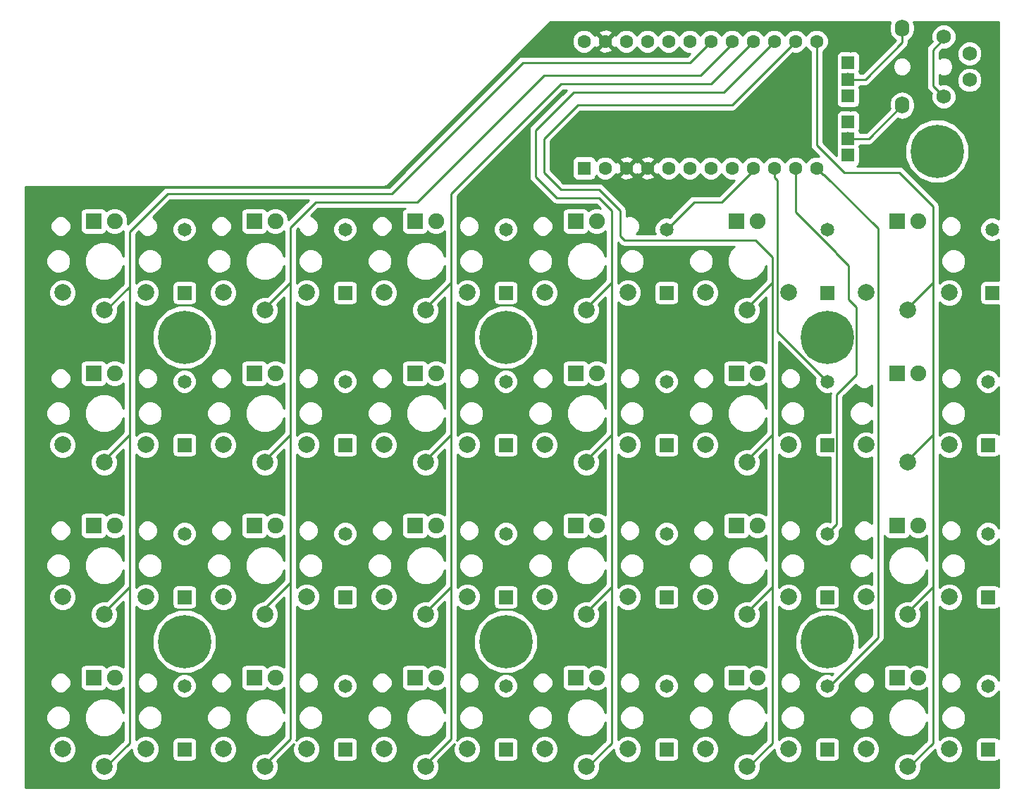
<source format=gbr>
G04 #@! TF.FileFunction,Copper,L2,Bot,Signal*
%FSLAX46Y46*%
G04 Gerber Fmt 4.6, Leading zero omitted, Abs format (unit mm)*
G04 Created by KiCad (PCBNEW 4.0.7) date 05/28/18 22:28:37*
%MOMM*%
%LPD*%
G01*
G04 APERTURE LIST*
%ADD10C,0.100000*%
%ADD11C,2.000000*%
%ADD12R,1.905000X1.905000*%
%ADD13C,1.905000*%
%ADD14C,1.651000*%
%ADD15R,1.651000X1.651000*%
%ADD16R,1.524000X1.524000*%
%ADD17C,1.524000*%
%ADD18O,1.752600X2.057400*%
%ADD19C,1.752600*%
%ADD20R,1.600000X1.600000*%
%ADD21C,1.600000*%
%ADD22C,6.400000*%
%ADD23C,0.250000*%
%ADD24C,0.254000*%
G04 APERTURE END LIST*
D10*
D11*
X112188000Y-92192000D03*
D12*
X105918000Y-83592000D03*
D13*
X108458000Y-83592000D03*
D11*
X107188000Y-94292000D03*
X102188000Y-92192000D03*
D14*
X39624000Y-48006000D03*
D15*
X39624000Y-55626000D03*
D14*
X39624000Y-66294000D03*
D15*
X39624000Y-73914000D03*
D14*
X39624000Y-84582000D03*
D15*
X39624000Y-92202000D03*
D14*
X39624000Y-102870000D03*
D15*
X39624000Y-110490000D03*
D14*
X58928000Y-48006000D03*
D15*
X58928000Y-55626000D03*
D14*
X58928000Y-66294000D03*
D15*
X58928000Y-73914000D03*
D14*
X58928000Y-84582000D03*
D15*
X58928000Y-92202000D03*
D14*
X58928000Y-102870000D03*
D15*
X58928000Y-110490000D03*
D14*
X78232000Y-48006000D03*
D15*
X78232000Y-55626000D03*
D14*
X78232000Y-66294000D03*
D15*
X78232000Y-73914000D03*
D14*
X78232000Y-84582000D03*
D15*
X78232000Y-92202000D03*
D14*
X78232000Y-102870000D03*
D15*
X78232000Y-110490000D03*
D14*
X97536000Y-48006000D03*
D15*
X97536000Y-55626000D03*
D14*
X97536000Y-66294000D03*
D15*
X97536000Y-73914000D03*
D14*
X97536000Y-84582000D03*
D15*
X97536000Y-92202000D03*
D14*
X97536000Y-102870000D03*
D15*
X97536000Y-110490000D03*
D14*
X116840000Y-48006000D03*
D15*
X116840000Y-55626000D03*
D14*
X116840000Y-66294000D03*
D15*
X116840000Y-73914000D03*
D14*
X116840000Y-84582000D03*
D15*
X116840000Y-92202000D03*
D14*
X116840000Y-102870000D03*
D15*
X116840000Y-110490000D03*
D14*
X136652000Y-48006000D03*
D15*
X136652000Y-55626000D03*
D14*
X136144000Y-66294000D03*
D15*
X136144000Y-73914000D03*
D14*
X136144000Y-84582000D03*
D15*
X136144000Y-92202000D03*
D14*
X136144000Y-102870000D03*
D15*
X136144000Y-110490000D03*
D16*
X119348000Y-27972000D03*
X119348000Y-29972000D03*
X119348000Y-31972000D03*
D17*
X119338000Y-29962000D03*
X119358000Y-31972000D03*
X119338000Y-27962000D03*
D18*
X125831600Y-23799800D03*
D19*
X130835400Y-32054800D03*
X133934200Y-26847800D03*
D18*
X125831600Y-33096200D03*
D19*
X133934200Y-30048200D03*
X130835400Y-24841200D03*
D16*
X119348000Y-35084000D03*
X119348000Y-37084000D03*
X119348000Y-39084000D03*
D17*
X119338000Y-37074000D03*
X119358000Y-39084000D03*
X119338000Y-35074000D03*
D11*
X34972000Y-55616000D03*
D12*
X28702000Y-47016000D03*
D13*
X31242000Y-47016000D03*
D11*
X29972000Y-57716000D03*
X24972000Y-55616000D03*
X34972000Y-73904000D03*
D12*
X28702000Y-65304000D03*
D13*
X31242000Y-65304000D03*
D11*
X29972000Y-76004000D03*
X24972000Y-73904000D03*
X34972000Y-92192000D03*
D12*
X28702000Y-83592000D03*
D13*
X31242000Y-83592000D03*
D11*
X29972000Y-94292000D03*
X24972000Y-92192000D03*
X34972000Y-110480000D03*
D12*
X28702000Y-101880000D03*
D13*
X31242000Y-101880000D03*
D11*
X29972000Y-112580000D03*
X24972000Y-110480000D03*
X54276000Y-55616000D03*
D12*
X48006000Y-47016000D03*
D13*
X50546000Y-47016000D03*
D11*
X49276000Y-57716000D03*
X44276000Y-55616000D03*
X54276000Y-73904000D03*
D12*
X48006000Y-65304000D03*
D13*
X50546000Y-65304000D03*
D11*
X49276000Y-76004000D03*
X44276000Y-73904000D03*
X54276000Y-92192000D03*
D12*
X48006000Y-83592000D03*
D13*
X50546000Y-83592000D03*
D11*
X49276000Y-94292000D03*
X44276000Y-92192000D03*
X54276000Y-110480000D03*
D12*
X48006000Y-101880000D03*
D13*
X50546000Y-101880000D03*
D11*
X49276000Y-112580000D03*
X44276000Y-110480000D03*
X73580000Y-55616000D03*
D12*
X67310000Y-47016000D03*
D13*
X69850000Y-47016000D03*
D11*
X68580000Y-57716000D03*
X63580000Y-55616000D03*
X73580000Y-73904000D03*
D12*
X67310000Y-65304000D03*
D13*
X69850000Y-65304000D03*
D11*
X68580000Y-76004000D03*
X63580000Y-73904000D03*
X73580000Y-92192000D03*
D12*
X67310000Y-83592000D03*
D13*
X69850000Y-83592000D03*
D11*
X68580000Y-94292000D03*
X63580000Y-92192000D03*
X73580000Y-110480000D03*
D12*
X67310000Y-101880000D03*
D13*
X69850000Y-101880000D03*
D11*
X68580000Y-112580000D03*
X63580000Y-110480000D03*
X92884000Y-55616000D03*
D12*
X86614000Y-47016000D03*
D13*
X89154000Y-47016000D03*
D11*
X87884000Y-57716000D03*
X82884000Y-55616000D03*
X92884000Y-73904000D03*
D12*
X86614000Y-65304000D03*
D13*
X89154000Y-65304000D03*
D11*
X87884000Y-76004000D03*
X82884000Y-73904000D03*
X92884000Y-92192000D03*
D12*
X86614000Y-83592000D03*
D13*
X89154000Y-83592000D03*
D11*
X87884000Y-94292000D03*
X82884000Y-92192000D03*
X92884000Y-110480000D03*
D12*
X86614000Y-101880000D03*
D13*
X89154000Y-101880000D03*
D11*
X87884000Y-112580000D03*
X82884000Y-110480000D03*
X112188000Y-55616000D03*
D12*
X105918000Y-47016000D03*
D13*
X108458000Y-47016000D03*
D11*
X107188000Y-57716000D03*
X102188000Y-55616000D03*
X112188000Y-73904000D03*
D12*
X105918000Y-65304000D03*
D13*
X108458000Y-65304000D03*
D11*
X107188000Y-76004000D03*
X102188000Y-73904000D03*
X112188000Y-110480000D03*
D12*
X105918000Y-101880000D03*
D13*
X108458000Y-101880000D03*
D11*
X107188000Y-112580000D03*
X102188000Y-110480000D03*
X131492000Y-55616000D03*
D12*
X125222000Y-47016000D03*
D13*
X127762000Y-47016000D03*
D11*
X126492000Y-57716000D03*
X121492000Y-55616000D03*
X131492000Y-73904000D03*
D12*
X125222000Y-65304000D03*
D13*
X127762000Y-65304000D03*
D11*
X126492000Y-76004000D03*
X121492000Y-73904000D03*
X131492000Y-92192000D03*
D12*
X125222000Y-83592000D03*
D13*
X127762000Y-83592000D03*
D11*
X126492000Y-94292000D03*
X121492000Y-92192000D03*
X131492000Y-110480000D03*
D12*
X125222000Y-101880000D03*
D13*
X127762000Y-101880000D03*
D11*
X126492000Y-112580000D03*
X121492000Y-110480000D03*
D20*
X87630000Y-40640000D03*
D21*
X90170000Y-40640000D03*
X92710000Y-40640000D03*
X95250000Y-40640000D03*
X97790000Y-40640000D03*
X100330000Y-40640000D03*
X102870000Y-40640000D03*
X105410000Y-40640000D03*
X107950000Y-40640000D03*
X110490000Y-40640000D03*
X113030000Y-40640000D03*
X115570000Y-40640000D03*
X115570000Y-25400000D03*
X113030000Y-25400000D03*
X110490000Y-25400000D03*
X107950000Y-25400000D03*
X105410000Y-25400000D03*
X102870000Y-25400000D03*
X100330000Y-25400000D03*
X97790000Y-25400000D03*
X95250000Y-25400000D03*
X92710000Y-25400000D03*
X90170000Y-25400000D03*
X87630000Y-25400000D03*
D22*
X116840000Y-97536000D03*
X116840000Y-60960000D03*
X39624000Y-97536000D03*
X130048000Y-38608000D03*
X78232000Y-97536000D03*
X39624000Y-60960000D03*
X78232000Y-60960000D03*
D23*
X107950000Y-40640000D02*
X107950000Y-40894000D01*
X107950000Y-40894000D02*
X104140000Y-44704000D01*
X104140000Y-44704000D02*
X100838000Y-44704000D01*
X100838000Y-44704000D02*
X97536000Y-48006000D01*
X110490000Y-40640000D02*
X110490000Y-41771370D01*
X110490000Y-41771370D02*
X110862999Y-42144369D01*
X110862999Y-42144369D02*
X110862999Y-60316999D01*
X110862999Y-60316999D02*
X116014501Y-65468501D01*
X116014501Y-65468501D02*
X116840000Y-66294000D01*
X120365001Y-59436000D02*
X120365001Y-57373001D01*
X117856000Y-50800000D02*
X117856000Y-50724742D01*
X119380000Y-52324000D02*
X117856000Y-50800000D01*
X119380000Y-56388000D02*
X119380000Y-52324000D01*
X120365001Y-57373001D02*
X119380000Y-56388000D01*
X113030000Y-40640000D02*
X113030000Y-45898742D01*
X113030000Y-45898742D02*
X117856000Y-50724742D01*
X120365001Y-59436000D02*
X120365001Y-65441997D01*
X117665499Y-83756501D02*
X116840000Y-84582000D01*
X120365001Y-65441997D02*
X117990501Y-67816497D01*
X117990501Y-67816497D02*
X117990501Y-83431499D01*
X117990501Y-83431499D02*
X117665499Y-83756501D01*
X116840000Y-102870000D02*
X117094000Y-102870000D01*
X117094000Y-102870000D02*
X122936000Y-97028000D01*
X122936000Y-90424000D02*
X122936000Y-69596000D01*
X122936000Y-97028000D02*
X122936000Y-90424000D01*
X122936000Y-69596000D02*
X122936000Y-47910998D01*
X122936000Y-47910998D02*
X116465001Y-41439999D01*
X116465001Y-41439999D02*
X116369999Y-41439999D01*
X116369999Y-41439999D02*
X115570000Y-40640000D01*
X119348000Y-29972000D02*
X121412000Y-29972000D01*
X125831600Y-25552400D02*
X125831600Y-23799800D01*
X121412000Y-29972000D02*
X125831600Y-25552400D01*
X130835400Y-24841200D02*
X130835400Y-25120600D01*
X130835400Y-25120600D02*
X129540000Y-26416000D01*
X129540000Y-26416000D02*
X129540000Y-27432000D01*
X129540000Y-30759400D02*
X130835400Y-32054800D01*
X129540000Y-27432000D02*
X129540000Y-30759400D01*
X119348000Y-37084000D02*
X121843800Y-37084000D01*
X121843800Y-37084000D02*
X125831600Y-33096200D01*
X37084000Y-44196000D02*
X37592000Y-43688000D01*
X37592000Y-43688000D02*
X64516000Y-43688000D01*
X33020000Y-48260000D02*
X37084000Y-44196000D01*
X33020000Y-54864000D02*
X33020000Y-54356000D01*
X33020000Y-54356000D02*
X33020000Y-48260000D01*
X100330000Y-27940000D02*
X102870000Y-25400000D01*
X80264000Y-27940000D02*
X100330000Y-27940000D01*
X64516000Y-43688000D02*
X80264000Y-27940000D01*
X29972000Y-94292000D02*
X29972000Y-93980000D01*
X29972000Y-93980000D02*
X33020000Y-90932000D01*
X29972000Y-76004000D02*
X29972000Y-75692000D01*
X29972000Y-75692000D02*
X33020000Y-72644000D01*
X29972000Y-57716000D02*
X30168000Y-57716000D01*
X30168000Y-57716000D02*
X33020000Y-54864000D01*
X29972000Y-112580000D02*
X30168000Y-112580000D01*
X30168000Y-112580000D02*
X33020000Y-109728000D01*
X33020000Y-109728000D02*
X33020000Y-90932000D01*
X33020000Y-90932000D02*
X33020000Y-72644000D01*
X33020000Y-72644000D02*
X33020000Y-54864000D01*
X54356000Y-45720000D02*
X55372000Y-44704000D01*
X55372000Y-44704000D02*
X66040000Y-44704000D01*
X52324000Y-54356000D02*
X52324000Y-47752000D01*
X52324000Y-47752000D02*
X54356000Y-45720000D01*
X67564000Y-44704000D02*
X66040000Y-44704000D01*
X105410000Y-25654000D02*
X101600000Y-29464000D01*
X101600000Y-29464000D02*
X82804000Y-29464000D01*
X82804000Y-29464000D02*
X69596000Y-42672000D01*
X69596000Y-42672000D02*
X67564000Y-44704000D01*
X105410000Y-25400000D02*
X105410000Y-25654000D01*
X49276000Y-76004000D02*
X49276000Y-75692000D01*
X49276000Y-75692000D02*
X52324000Y-72644000D01*
X49276000Y-94292000D02*
X49276000Y-93472000D01*
X49276000Y-93472000D02*
X52324000Y-90424000D01*
X49276000Y-57716000D02*
X49276000Y-57404000D01*
X49276000Y-57404000D02*
X52324000Y-54356000D01*
X49276000Y-112580000D02*
X49276000Y-112268000D01*
X49276000Y-112268000D02*
X52324000Y-109220000D01*
X52324000Y-109220000D02*
X52324000Y-90424000D01*
X52324000Y-90424000D02*
X52324000Y-72644000D01*
X52324000Y-72644000D02*
X52324000Y-54356000D01*
X71628000Y-54356000D02*
X71628000Y-43688000D01*
X102870000Y-30480000D02*
X107950000Y-25400000D01*
X84836000Y-30480000D02*
X102870000Y-30480000D01*
X71628000Y-43688000D02*
X84836000Y-30480000D01*
X68580000Y-94292000D02*
X68580000Y-93980000D01*
X68580000Y-93980000D02*
X71628000Y-90932000D01*
X68580000Y-76004000D02*
X68580000Y-75692000D01*
X68580000Y-75692000D02*
X71628000Y-72644000D01*
X68580000Y-57716000D02*
X68580000Y-57404000D01*
X68580000Y-57404000D02*
X71628000Y-54356000D01*
X71628000Y-54356000D02*
X71628000Y-56388000D01*
X68580000Y-112580000D02*
X68580000Y-112268000D01*
X68580000Y-112268000D02*
X71628000Y-109220000D01*
X71628000Y-109220000D02*
X71628000Y-90932000D01*
X71628000Y-90932000D02*
X71628000Y-72644000D01*
X71628000Y-72644000D02*
X71628000Y-56388000D01*
X83312000Y-43180000D02*
X84328000Y-44196000D01*
X84328000Y-44196000D02*
X89408000Y-44196000D01*
X81788000Y-36068000D02*
X81788000Y-41656000D01*
X90932000Y-54356000D02*
X90932000Y-45720000D01*
X90932000Y-45720000D02*
X89408000Y-44196000D01*
X83312000Y-43180000D02*
X81788000Y-41656000D01*
X104394000Y-31496000D02*
X110490000Y-25400000D01*
X86360000Y-31496000D02*
X104394000Y-31496000D01*
X81788000Y-36068000D02*
X86360000Y-31496000D01*
X87884000Y-94292000D02*
X87884000Y-93980000D01*
X87884000Y-93980000D02*
X90932000Y-90932000D01*
X87884000Y-76004000D02*
X87884000Y-75692000D01*
X87884000Y-75692000D02*
X90932000Y-72644000D01*
X87884000Y-57716000D02*
X87884000Y-57404000D01*
X87884000Y-57404000D02*
X90932000Y-54356000D01*
X90932000Y-54356000D02*
X90932000Y-55372000D01*
X87884000Y-112580000D02*
X88080000Y-112580000D01*
X88080000Y-112580000D02*
X90932000Y-109728000D01*
X90932000Y-109728000D02*
X90932000Y-90932000D01*
X90932000Y-90932000D02*
X90932000Y-72644000D01*
X90932000Y-72644000D02*
X90932000Y-55372000D01*
X110236000Y-54356000D02*
X110236000Y-51308000D01*
X105410000Y-33020000D02*
X113030000Y-25400000D01*
X86868000Y-33020000D02*
X105410000Y-33020000D01*
X82804000Y-37084000D02*
X86868000Y-33020000D01*
X82804000Y-41148000D02*
X82804000Y-37084000D01*
X84836000Y-43180000D02*
X82804000Y-41148000D01*
X89408000Y-43180000D02*
X84836000Y-43180000D01*
X91948000Y-45720000D02*
X89408000Y-43180000D01*
X91948000Y-48768000D02*
X91948000Y-45720000D01*
X92456000Y-49276000D02*
X91948000Y-48768000D01*
X96012000Y-49276000D02*
X92456000Y-49276000D01*
X108204000Y-49276000D02*
X96012000Y-49276000D01*
X110236000Y-51308000D02*
X108204000Y-49276000D01*
X107188000Y-57716000D02*
X107188000Y-57404000D01*
X107188000Y-57404000D02*
X110236000Y-54356000D01*
X110236000Y-61976000D02*
X110236000Y-54356000D01*
X110236000Y-72644000D02*
X110236000Y-61976000D01*
X107188000Y-94292000D02*
X107188000Y-93980000D01*
X107188000Y-93980000D02*
X110236000Y-90932000D01*
X107188000Y-76004000D02*
X107188000Y-75692000D01*
X107188000Y-75692000D02*
X110236000Y-72644000D01*
X107188000Y-112580000D02*
X107384000Y-112580000D01*
X107384000Y-112580000D02*
X110236000Y-109728000D01*
X110236000Y-109728000D02*
X110236000Y-90932000D01*
X110236000Y-90932000D02*
X110236000Y-72644000D01*
X118872000Y-41148000D02*
X125476000Y-41148000D01*
X125476000Y-41148000D02*
X126492000Y-42164000D01*
X129540000Y-54356000D02*
X129540000Y-45212000D01*
X115570000Y-37846000D02*
X115570000Y-25400000D01*
X118872000Y-41148000D02*
X115570000Y-37846000D01*
X129540000Y-45212000D02*
X126492000Y-42164000D01*
X126492000Y-94292000D02*
X126492000Y-93980000D01*
X126492000Y-93980000D02*
X129540000Y-90932000D01*
X126492000Y-76004000D02*
X126492000Y-75692000D01*
X126492000Y-75692000D02*
X129540000Y-72644000D01*
X126492000Y-57716000D02*
X126492000Y-57404000D01*
X126492000Y-57404000D02*
X129540000Y-54356000D01*
X126492000Y-112580000D02*
X126688000Y-112580000D01*
X126688000Y-112580000D02*
X129540000Y-109728000D01*
X129540000Y-109728000D02*
X129540000Y-90932000D01*
X129540000Y-90932000D02*
X129540000Y-72644000D01*
X129540000Y-72644000D02*
X129540000Y-54356000D01*
D24*
G36*
X124320300Y-23614806D02*
X124320300Y-23984794D01*
X124435341Y-24563143D01*
X124762950Y-25053444D01*
X125058364Y-25250834D01*
X121097198Y-29212000D01*
X120757440Y-29212000D01*
X120757440Y-29210000D01*
X120713162Y-28974683D01*
X120703709Y-28959993D01*
X120745000Y-28860309D01*
X120745000Y-28257750D01*
X120723427Y-28236177D01*
X120747144Y-28169698D01*
X120723998Y-27707252D01*
X120745000Y-27686250D01*
X120745000Y-27083691D01*
X120648327Y-26850302D01*
X120469699Y-26671673D01*
X120236310Y-26575000D01*
X119633750Y-26575000D01*
X119626918Y-26581832D01*
X119545698Y-26552856D01*
X119064206Y-26576956D01*
X119062250Y-26575000D01*
X118459690Y-26575000D01*
X118226301Y-26671673D01*
X118047673Y-26850302D01*
X117951000Y-27083691D01*
X117951000Y-27686250D01*
X117952573Y-27687823D01*
X117928856Y-27754302D01*
X117953909Y-28254841D01*
X117951000Y-28257750D01*
X117951000Y-28860309D01*
X117990778Y-28956341D01*
X117989569Y-28958110D01*
X117938560Y-29210000D01*
X117938560Y-30734000D01*
X117982838Y-30969317D01*
X117986232Y-30974591D01*
X117938560Y-31210000D01*
X117938560Y-32734000D01*
X117982838Y-32969317D01*
X118121910Y-33185441D01*
X118334110Y-33330431D01*
X118586000Y-33381440D01*
X120110000Y-33381440D01*
X120345317Y-33337162D01*
X120561441Y-33198090D01*
X120706431Y-32985890D01*
X120757440Y-32734000D01*
X120757440Y-31210000D01*
X120713162Y-30974683D01*
X120709768Y-30969409D01*
X120757440Y-30734000D01*
X120757440Y-30732000D01*
X121412000Y-30732000D01*
X121702839Y-30674148D01*
X121949401Y-30509401D01*
X123786958Y-28671844D01*
X124701104Y-28671844D01*
X124872819Y-29087427D01*
X125190500Y-29405663D01*
X125605783Y-29578103D01*
X126055444Y-29578496D01*
X126471027Y-29406781D01*
X126789263Y-29089100D01*
X126961703Y-28673817D01*
X126962096Y-28224156D01*
X126790381Y-27808573D01*
X126472700Y-27490337D01*
X126057417Y-27317897D01*
X125607756Y-27317504D01*
X125192173Y-27489219D01*
X124873937Y-27806900D01*
X124701497Y-28222183D01*
X124701104Y-28671844D01*
X123786958Y-28671844D01*
X126042802Y-26416000D01*
X128780000Y-26416000D01*
X128780000Y-30759400D01*
X128837852Y-31050239D01*
X129002599Y-31296801D01*
X129363767Y-31657969D01*
X129324363Y-31752865D01*
X129323838Y-32354097D01*
X129553435Y-32909764D01*
X129978200Y-33335271D01*
X130533465Y-33565837D01*
X131134697Y-33566362D01*
X131690364Y-33336765D01*
X132115871Y-32912000D01*
X132346437Y-32356735D01*
X132346962Y-31755503D01*
X132117365Y-31199836D01*
X131692600Y-30774329D01*
X131137335Y-30543763D01*
X130536103Y-30543238D01*
X130438832Y-30583430D01*
X130300000Y-30444598D01*
X130300000Y-30347497D01*
X132422638Y-30347497D01*
X132652235Y-30903164D01*
X133077000Y-31328671D01*
X133632265Y-31559237D01*
X134233497Y-31559762D01*
X134789164Y-31330165D01*
X135214671Y-30905400D01*
X135445237Y-30350135D01*
X135445762Y-29748903D01*
X135216165Y-29193236D01*
X134791400Y-28767729D01*
X134236135Y-28537163D01*
X133634903Y-28536638D01*
X133079236Y-28766235D01*
X132653729Y-29191000D01*
X132423163Y-29746265D01*
X132422638Y-30347497D01*
X130300000Y-30347497D01*
X130300000Y-29449553D01*
X130609583Y-29578103D01*
X131059244Y-29578496D01*
X131474827Y-29406781D01*
X131793063Y-29089100D01*
X131965503Y-28673817D01*
X131965896Y-28224156D01*
X131794181Y-27808573D01*
X131476500Y-27490337D01*
X131061217Y-27317897D01*
X130611556Y-27317504D01*
X130300000Y-27446236D01*
X130300000Y-27147097D01*
X132422638Y-27147097D01*
X132652235Y-27702764D01*
X133077000Y-28128271D01*
X133632265Y-28358837D01*
X134233497Y-28359362D01*
X134789164Y-28129765D01*
X135214671Y-27705000D01*
X135445237Y-27149735D01*
X135445762Y-26548503D01*
X135216165Y-25992836D01*
X134791400Y-25567329D01*
X134236135Y-25336763D01*
X133634903Y-25336238D01*
X133079236Y-25565835D01*
X132653729Y-25990600D01*
X132423163Y-26545865D01*
X132422638Y-27147097D01*
X130300000Y-27147097D01*
X130300000Y-26730802D01*
X130678438Y-26352364D01*
X131134697Y-26352762D01*
X131690364Y-26123165D01*
X132115871Y-25698400D01*
X132346437Y-25143135D01*
X132346962Y-24541903D01*
X132117365Y-23986236D01*
X131692600Y-23560729D01*
X131137335Y-23330163D01*
X130536103Y-23329638D01*
X129980436Y-23559235D01*
X129554929Y-23984000D01*
X129324363Y-24539265D01*
X129323838Y-25140497D01*
X129445721Y-25435477D01*
X129002599Y-25878599D01*
X128837852Y-26125161D01*
X128780000Y-26416000D01*
X126042802Y-26416000D01*
X126369001Y-26089801D01*
X126533748Y-25843240D01*
X126591600Y-25552400D01*
X126591600Y-25259678D01*
X126900250Y-25053444D01*
X127227859Y-24563143D01*
X127342900Y-23984794D01*
X127342900Y-23614806D01*
X127232940Y-23062000D01*
X137466000Y-23062000D01*
X137466000Y-46762596D01*
X136943786Y-46545754D01*
X136362763Y-46545247D01*
X135825774Y-46767126D01*
X135414570Y-47177613D01*
X135191754Y-47714214D01*
X135191247Y-48295237D01*
X135413126Y-48832226D01*
X135823613Y-49243430D01*
X136360214Y-49466246D01*
X136941237Y-49466753D01*
X137466000Y-49249926D01*
X137466000Y-54153060D01*
X135826500Y-54153060D01*
X135591183Y-54197338D01*
X135375059Y-54336410D01*
X135230069Y-54548610D01*
X135179060Y-54800500D01*
X135179060Y-56451500D01*
X135223338Y-56686817D01*
X135362410Y-56902941D01*
X135574610Y-57047931D01*
X135826500Y-57098940D01*
X137466000Y-57098940D01*
X137466000Y-65668955D01*
X137382874Y-65467774D01*
X136972387Y-65056570D01*
X136435786Y-64833754D01*
X135854763Y-64833247D01*
X135317774Y-65055126D01*
X134906570Y-65465613D01*
X134683754Y-66002214D01*
X134683247Y-66583237D01*
X134905126Y-67120226D01*
X135315613Y-67531430D01*
X135852214Y-67754246D01*
X136433237Y-67754753D01*
X136970226Y-67532874D01*
X137381430Y-67122387D01*
X137466000Y-66918720D01*
X137466000Y-72687426D01*
X137433590Y-72637059D01*
X137221390Y-72492069D01*
X136969500Y-72441060D01*
X135318500Y-72441060D01*
X135083183Y-72485338D01*
X134867059Y-72624410D01*
X134722069Y-72836610D01*
X134671060Y-73088500D01*
X134671060Y-74739500D01*
X134715338Y-74974817D01*
X134854410Y-75190941D01*
X135066610Y-75335931D01*
X135318500Y-75386940D01*
X136969500Y-75386940D01*
X137204817Y-75342662D01*
X137420941Y-75203590D01*
X137466000Y-75137644D01*
X137466000Y-83956955D01*
X137382874Y-83755774D01*
X136972387Y-83344570D01*
X136435786Y-83121754D01*
X135854763Y-83121247D01*
X135317774Y-83343126D01*
X134906570Y-83753613D01*
X134683754Y-84290214D01*
X134683247Y-84871237D01*
X134905126Y-85408226D01*
X135315613Y-85819430D01*
X135852214Y-86042246D01*
X136433237Y-86042753D01*
X136970226Y-85820874D01*
X137381430Y-85410387D01*
X137466000Y-85206720D01*
X137466000Y-90975426D01*
X137433590Y-90925059D01*
X137221390Y-90780069D01*
X136969500Y-90729060D01*
X135318500Y-90729060D01*
X135083183Y-90773338D01*
X134867059Y-90912410D01*
X134722069Y-91124610D01*
X134671060Y-91376500D01*
X134671060Y-93027500D01*
X134715338Y-93262817D01*
X134854410Y-93478941D01*
X135066610Y-93623931D01*
X135318500Y-93674940D01*
X136969500Y-93674940D01*
X137204817Y-93630662D01*
X137420941Y-93491590D01*
X137466000Y-93425644D01*
X137466000Y-102244955D01*
X137382874Y-102043774D01*
X136972387Y-101632570D01*
X136435786Y-101409754D01*
X135854763Y-101409247D01*
X135317774Y-101631126D01*
X134906570Y-102041613D01*
X134683754Y-102578214D01*
X134683247Y-103159237D01*
X134905126Y-103696226D01*
X135315613Y-104107430D01*
X135852214Y-104330246D01*
X136433237Y-104330753D01*
X136970226Y-104108874D01*
X137381430Y-103698387D01*
X137466000Y-103494720D01*
X137466000Y-109263426D01*
X137433590Y-109213059D01*
X137221390Y-109068069D01*
X136969500Y-109017060D01*
X135318500Y-109017060D01*
X135083183Y-109061338D01*
X134867059Y-109200410D01*
X134722069Y-109412610D01*
X134671060Y-109664500D01*
X134671060Y-111315500D01*
X134715338Y-111550817D01*
X134854410Y-111766941D01*
X135066610Y-111911931D01*
X135318500Y-111962940D01*
X136969500Y-111962940D01*
X137204817Y-111918662D01*
X137420941Y-111779590D01*
X137466000Y-111713644D01*
X137466000Y-115114000D01*
X20522000Y-115114000D01*
X20522000Y-110803795D01*
X23336716Y-110803795D01*
X23585106Y-111404943D01*
X24044637Y-111865278D01*
X24645352Y-112114716D01*
X25295795Y-112115284D01*
X25896943Y-111866894D01*
X26357278Y-111407363D01*
X26606716Y-110806648D01*
X26607284Y-110156205D01*
X26358894Y-109555057D01*
X25899363Y-109094722D01*
X25298648Y-108845284D01*
X24648205Y-108844716D01*
X24047057Y-109093106D01*
X23586722Y-109552637D01*
X23337284Y-110153352D01*
X23336716Y-110803795D01*
X20522000Y-110803795D01*
X20522000Y-106974089D01*
X22986743Y-106974089D01*
X23212344Y-107520086D01*
X23629717Y-107938188D01*
X24175319Y-108164742D01*
X24766089Y-108165257D01*
X25312086Y-107939656D01*
X25730188Y-107522283D01*
X25956742Y-106976681D01*
X25957257Y-106385911D01*
X25731656Y-105839914D01*
X25314283Y-105421812D01*
X24768681Y-105195258D01*
X24177911Y-105194743D01*
X23631914Y-105420344D01*
X23213812Y-105837717D01*
X22987258Y-106383319D01*
X22986743Y-106974089D01*
X20522000Y-106974089D01*
X20522000Y-102724579D01*
X23516786Y-102724579D01*
X23704408Y-103178657D01*
X24051515Y-103526371D01*
X24505266Y-103714785D01*
X24996579Y-103715214D01*
X25450657Y-103527592D01*
X25798371Y-103180485D01*
X25986785Y-102726734D01*
X25987214Y-102235421D01*
X25799592Y-101781343D01*
X25452485Y-101433629D01*
X24998734Y-101245215D01*
X24507421Y-101244786D01*
X24053343Y-101432408D01*
X23705629Y-101779515D01*
X23517215Y-102233266D01*
X23516786Y-102724579D01*
X20522000Y-102724579D01*
X20522000Y-92515795D01*
X23336716Y-92515795D01*
X23585106Y-93116943D01*
X24044637Y-93577278D01*
X24645352Y-93826716D01*
X25295795Y-93827284D01*
X25896943Y-93578894D01*
X26357278Y-93119363D01*
X26606716Y-92518648D01*
X26607284Y-91868205D01*
X26358894Y-91267057D01*
X25899363Y-90806722D01*
X25298648Y-90557284D01*
X24648205Y-90556716D01*
X24047057Y-90805106D01*
X23586722Y-91264637D01*
X23337284Y-91865352D01*
X23336716Y-92515795D01*
X20522000Y-92515795D01*
X20522000Y-88686089D01*
X22986743Y-88686089D01*
X23212344Y-89232086D01*
X23629717Y-89650188D01*
X24175319Y-89876742D01*
X24766089Y-89877257D01*
X25312086Y-89651656D01*
X25730188Y-89234283D01*
X25956742Y-88688681D01*
X25957257Y-88097911D01*
X25731656Y-87551914D01*
X25314283Y-87133812D01*
X24768681Y-86907258D01*
X24177911Y-86906743D01*
X23631914Y-87132344D01*
X23213812Y-87549717D01*
X22987258Y-88095319D01*
X22986743Y-88686089D01*
X20522000Y-88686089D01*
X20522000Y-84436579D01*
X23516786Y-84436579D01*
X23704408Y-84890657D01*
X24051515Y-85238371D01*
X24505266Y-85426785D01*
X24996579Y-85427214D01*
X25450657Y-85239592D01*
X25798371Y-84892485D01*
X25986785Y-84438734D01*
X25987214Y-83947421D01*
X25799592Y-83493343D01*
X25452485Y-83145629D01*
X24998734Y-82957215D01*
X24507421Y-82956786D01*
X24053343Y-83144408D01*
X23705629Y-83491515D01*
X23517215Y-83945266D01*
X23516786Y-84436579D01*
X20522000Y-84436579D01*
X20522000Y-74227795D01*
X23336716Y-74227795D01*
X23585106Y-74828943D01*
X24044637Y-75289278D01*
X24645352Y-75538716D01*
X25295795Y-75539284D01*
X25896943Y-75290894D01*
X26357278Y-74831363D01*
X26606716Y-74230648D01*
X26607284Y-73580205D01*
X26358894Y-72979057D01*
X25899363Y-72518722D01*
X25298648Y-72269284D01*
X24648205Y-72268716D01*
X24047057Y-72517106D01*
X23586722Y-72976637D01*
X23337284Y-73577352D01*
X23336716Y-74227795D01*
X20522000Y-74227795D01*
X20522000Y-70398089D01*
X22986743Y-70398089D01*
X23212344Y-70944086D01*
X23629717Y-71362188D01*
X24175319Y-71588742D01*
X24766089Y-71589257D01*
X25312086Y-71363656D01*
X25730188Y-70946283D01*
X25956742Y-70400681D01*
X25957257Y-69809911D01*
X25731656Y-69263914D01*
X25314283Y-68845812D01*
X24768681Y-68619258D01*
X24177911Y-68618743D01*
X23631914Y-68844344D01*
X23213812Y-69261717D01*
X22987258Y-69807319D01*
X22986743Y-70398089D01*
X20522000Y-70398089D01*
X20522000Y-66148579D01*
X23516786Y-66148579D01*
X23704408Y-66602657D01*
X24051515Y-66950371D01*
X24505266Y-67138785D01*
X24996579Y-67139214D01*
X25450657Y-66951592D01*
X25798371Y-66604485D01*
X25986785Y-66150734D01*
X25987214Y-65659421D01*
X25799592Y-65205343D01*
X25452485Y-64857629D01*
X24998734Y-64669215D01*
X24507421Y-64668786D01*
X24053343Y-64856408D01*
X23705629Y-65203515D01*
X23517215Y-65657266D01*
X23516786Y-66148579D01*
X20522000Y-66148579D01*
X20522000Y-55939795D01*
X23336716Y-55939795D01*
X23585106Y-56540943D01*
X24044637Y-57001278D01*
X24645352Y-57250716D01*
X25295795Y-57251284D01*
X25896943Y-57002894D01*
X26357278Y-56543363D01*
X26606716Y-55942648D01*
X26607284Y-55292205D01*
X26358894Y-54691057D01*
X25899363Y-54230722D01*
X25298648Y-53981284D01*
X24648205Y-53980716D01*
X24047057Y-54229106D01*
X23586722Y-54688637D01*
X23337284Y-55289352D01*
X23336716Y-55939795D01*
X20522000Y-55939795D01*
X20522000Y-52110089D01*
X22986743Y-52110089D01*
X23212344Y-52656086D01*
X23629717Y-53074188D01*
X24175319Y-53300742D01*
X24766089Y-53301257D01*
X25312086Y-53075656D01*
X25730188Y-52658283D01*
X25956742Y-52112681D01*
X25957257Y-51521911D01*
X25731656Y-50975914D01*
X25314283Y-50557812D01*
X24768681Y-50331258D01*
X24177911Y-50330743D01*
X23631914Y-50556344D01*
X23213812Y-50973717D01*
X22987258Y-51519319D01*
X22986743Y-52110089D01*
X20522000Y-52110089D01*
X20522000Y-47860579D01*
X23516786Y-47860579D01*
X23704408Y-48314657D01*
X24051515Y-48662371D01*
X24505266Y-48850785D01*
X24996579Y-48851214D01*
X25450657Y-48663592D01*
X25798371Y-48316485D01*
X25986785Y-47862734D01*
X25987214Y-47371421D01*
X25799592Y-46917343D01*
X25452485Y-46569629D01*
X24998734Y-46381215D01*
X24507421Y-46380786D01*
X24053343Y-46568408D01*
X23705629Y-46915515D01*
X23517215Y-47369266D01*
X23516786Y-47860579D01*
X20522000Y-47860579D01*
X20522000Y-46063500D01*
X27102060Y-46063500D01*
X27102060Y-47968500D01*
X27146338Y-48203817D01*
X27285410Y-48419941D01*
X27497610Y-48564931D01*
X27749500Y-48615940D01*
X29654500Y-48615940D01*
X29889817Y-48571662D01*
X30105941Y-48432590D01*
X30230716Y-48249976D01*
X30341579Y-48361032D01*
X30924841Y-48603224D01*
X31556388Y-48603775D01*
X32140072Y-48362602D01*
X32264248Y-48238642D01*
X32260000Y-48260000D01*
X32260000Y-51238851D01*
X31952671Y-50495057D01*
X31296398Y-49837638D01*
X30438498Y-49481407D01*
X29509578Y-49480596D01*
X28651057Y-49835329D01*
X27993638Y-50491602D01*
X27637407Y-51349502D01*
X27636596Y-52278422D01*
X27991329Y-53136943D01*
X28647602Y-53794362D01*
X29505502Y-54150593D01*
X30434422Y-54151404D01*
X31292943Y-53796671D01*
X31950362Y-53140398D01*
X32260000Y-52394706D01*
X32260000Y-54549198D01*
X30601966Y-56207232D01*
X30298648Y-56081284D01*
X29648205Y-56080716D01*
X29047057Y-56329106D01*
X28586722Y-56788637D01*
X28337284Y-57389352D01*
X28336716Y-58039795D01*
X28585106Y-58640943D01*
X29044637Y-59101278D01*
X29645352Y-59350716D01*
X30295795Y-59351284D01*
X30896943Y-59102894D01*
X31357278Y-58643363D01*
X31606716Y-58042648D01*
X31607284Y-57392205D01*
X31595388Y-57363414D01*
X32260000Y-56698802D01*
X32260000Y-64076752D01*
X32142421Y-63958968D01*
X31559159Y-63716776D01*
X30927612Y-63716225D01*
X30343928Y-63957398D01*
X30229190Y-64071936D01*
X30118590Y-63900059D01*
X29906390Y-63755069D01*
X29654500Y-63704060D01*
X27749500Y-63704060D01*
X27514183Y-63748338D01*
X27298059Y-63887410D01*
X27153069Y-64099610D01*
X27102060Y-64351500D01*
X27102060Y-66256500D01*
X27146338Y-66491817D01*
X27285410Y-66707941D01*
X27497610Y-66852931D01*
X27749500Y-66903940D01*
X29654500Y-66903940D01*
X29889817Y-66859662D01*
X30105941Y-66720590D01*
X30230716Y-66537976D01*
X30341579Y-66649032D01*
X30924841Y-66891224D01*
X31556388Y-66891775D01*
X32140072Y-66650602D01*
X32260000Y-66530883D01*
X32260000Y-69526851D01*
X31952671Y-68783057D01*
X31296398Y-68125638D01*
X30438498Y-67769407D01*
X29509578Y-67768596D01*
X28651057Y-68123329D01*
X27993638Y-68779602D01*
X27637407Y-69637502D01*
X27636596Y-70566422D01*
X27991329Y-71424943D01*
X28647602Y-72082362D01*
X29505502Y-72438593D01*
X30434422Y-72439404D01*
X31292943Y-72084671D01*
X31950362Y-71428398D01*
X32260000Y-70682706D01*
X32260000Y-72329198D01*
X30219983Y-74369215D01*
X29648205Y-74368716D01*
X29047057Y-74617106D01*
X28586722Y-75076637D01*
X28337284Y-75677352D01*
X28336716Y-76327795D01*
X28585106Y-76928943D01*
X29044637Y-77389278D01*
X29645352Y-77638716D01*
X30295795Y-77639284D01*
X30896943Y-77390894D01*
X31357278Y-76931363D01*
X31606716Y-76330648D01*
X31607284Y-75680205D01*
X31446858Y-75291944D01*
X32260000Y-74478802D01*
X32260000Y-82364752D01*
X32142421Y-82246968D01*
X31559159Y-82004776D01*
X30927612Y-82004225D01*
X30343928Y-82245398D01*
X30229190Y-82359936D01*
X30118590Y-82188059D01*
X29906390Y-82043069D01*
X29654500Y-81992060D01*
X27749500Y-81992060D01*
X27514183Y-82036338D01*
X27298059Y-82175410D01*
X27153069Y-82387610D01*
X27102060Y-82639500D01*
X27102060Y-84544500D01*
X27146338Y-84779817D01*
X27285410Y-84995941D01*
X27497610Y-85140931D01*
X27749500Y-85191940D01*
X29654500Y-85191940D01*
X29889817Y-85147662D01*
X30105941Y-85008590D01*
X30230716Y-84825976D01*
X30341579Y-84937032D01*
X30924841Y-85179224D01*
X31556388Y-85179775D01*
X32140072Y-84938602D01*
X32260000Y-84818883D01*
X32260000Y-87814851D01*
X31952671Y-87071057D01*
X31296398Y-86413638D01*
X30438498Y-86057407D01*
X29509578Y-86056596D01*
X28651057Y-86411329D01*
X27993638Y-87067602D01*
X27637407Y-87925502D01*
X27636596Y-88854422D01*
X27991329Y-89712943D01*
X28647602Y-90370362D01*
X29505502Y-90726593D01*
X30434422Y-90727404D01*
X31292943Y-90372671D01*
X31950362Y-89716398D01*
X32260000Y-88970706D01*
X32260000Y-90617198D01*
X30219983Y-92657215D01*
X29648205Y-92656716D01*
X29047057Y-92905106D01*
X28586722Y-93364637D01*
X28337284Y-93965352D01*
X28336716Y-94615795D01*
X28585106Y-95216943D01*
X29044637Y-95677278D01*
X29645352Y-95926716D01*
X30295795Y-95927284D01*
X30896943Y-95678894D01*
X31357278Y-95219363D01*
X31606716Y-94618648D01*
X31607284Y-93968205D01*
X31446858Y-93579944D01*
X32260000Y-92766802D01*
X32260000Y-100652752D01*
X32142421Y-100534968D01*
X31559159Y-100292776D01*
X30927612Y-100292225D01*
X30343928Y-100533398D01*
X30229190Y-100647936D01*
X30118590Y-100476059D01*
X29906390Y-100331069D01*
X29654500Y-100280060D01*
X27749500Y-100280060D01*
X27514183Y-100324338D01*
X27298059Y-100463410D01*
X27153069Y-100675610D01*
X27102060Y-100927500D01*
X27102060Y-102832500D01*
X27146338Y-103067817D01*
X27285410Y-103283941D01*
X27497610Y-103428931D01*
X27749500Y-103479940D01*
X29654500Y-103479940D01*
X29889817Y-103435662D01*
X30105941Y-103296590D01*
X30230716Y-103113976D01*
X30341579Y-103225032D01*
X30924841Y-103467224D01*
X31556388Y-103467775D01*
X32140072Y-103226602D01*
X32260000Y-103106883D01*
X32260000Y-106102851D01*
X31952671Y-105359057D01*
X31296398Y-104701638D01*
X30438498Y-104345407D01*
X29509578Y-104344596D01*
X28651057Y-104699329D01*
X27993638Y-105355602D01*
X27637407Y-106213502D01*
X27636596Y-107142422D01*
X27991329Y-108000943D01*
X28647602Y-108658362D01*
X29505502Y-109014593D01*
X30434422Y-109015404D01*
X31292943Y-108660671D01*
X31950362Y-108004398D01*
X32260000Y-107258706D01*
X32260000Y-109413198D01*
X30601966Y-111071232D01*
X30298648Y-110945284D01*
X29648205Y-110944716D01*
X29047057Y-111193106D01*
X28586722Y-111652637D01*
X28337284Y-112253352D01*
X28336716Y-112903795D01*
X28585106Y-113504943D01*
X29044637Y-113965278D01*
X29645352Y-114214716D01*
X30295795Y-114215284D01*
X30896943Y-113966894D01*
X31357278Y-113507363D01*
X31606716Y-112906648D01*
X31607284Y-112256205D01*
X31595388Y-112227414D01*
X33336994Y-110485808D01*
X33336716Y-110803795D01*
X33585106Y-111404943D01*
X34044637Y-111865278D01*
X34645352Y-112114716D01*
X35295795Y-112115284D01*
X35896943Y-111866894D01*
X36357278Y-111407363D01*
X36606716Y-110806648D01*
X36607284Y-110156205D01*
X36404116Y-109664500D01*
X38151060Y-109664500D01*
X38151060Y-111315500D01*
X38195338Y-111550817D01*
X38334410Y-111766941D01*
X38546610Y-111911931D01*
X38798500Y-111962940D01*
X40449500Y-111962940D01*
X40684817Y-111918662D01*
X40900941Y-111779590D01*
X41045931Y-111567390D01*
X41096940Y-111315500D01*
X41096940Y-110803795D01*
X42640716Y-110803795D01*
X42889106Y-111404943D01*
X43348637Y-111865278D01*
X43949352Y-112114716D01*
X44599795Y-112115284D01*
X45200943Y-111866894D01*
X45661278Y-111407363D01*
X45910716Y-110806648D01*
X45911284Y-110156205D01*
X45662894Y-109555057D01*
X45203363Y-109094722D01*
X44602648Y-108845284D01*
X43952205Y-108844716D01*
X43351057Y-109093106D01*
X42890722Y-109552637D01*
X42641284Y-110153352D01*
X42640716Y-110803795D01*
X41096940Y-110803795D01*
X41096940Y-109664500D01*
X41052662Y-109429183D01*
X40913590Y-109213059D01*
X40701390Y-109068069D01*
X40449500Y-109017060D01*
X38798500Y-109017060D01*
X38563183Y-109061338D01*
X38347059Y-109200410D01*
X38202069Y-109412610D01*
X38151060Y-109664500D01*
X36404116Y-109664500D01*
X36358894Y-109555057D01*
X35899363Y-109094722D01*
X35298648Y-108845284D01*
X34648205Y-108844716D01*
X34047057Y-109093106D01*
X33780000Y-109359697D01*
X33780000Y-106974089D01*
X33986743Y-106974089D01*
X34212344Y-107520086D01*
X34629717Y-107938188D01*
X35175319Y-108164742D01*
X35766089Y-108165257D01*
X36312086Y-107939656D01*
X36730188Y-107522283D01*
X36956742Y-106976681D01*
X36956744Y-106974089D01*
X42290743Y-106974089D01*
X42516344Y-107520086D01*
X42933717Y-107938188D01*
X43479319Y-108164742D01*
X44070089Y-108165257D01*
X44616086Y-107939656D01*
X45034188Y-107522283D01*
X45260742Y-106976681D01*
X45261257Y-106385911D01*
X45035656Y-105839914D01*
X44618283Y-105421812D01*
X44072681Y-105195258D01*
X43481911Y-105194743D01*
X42935914Y-105420344D01*
X42517812Y-105837717D01*
X42291258Y-106383319D01*
X42290743Y-106974089D01*
X36956744Y-106974089D01*
X36957257Y-106385911D01*
X36731656Y-105839914D01*
X36314283Y-105421812D01*
X35768681Y-105195258D01*
X35177911Y-105194743D01*
X34631914Y-105420344D01*
X34213812Y-105837717D01*
X33987258Y-106383319D01*
X33986743Y-106974089D01*
X33780000Y-106974089D01*
X33780000Y-102724579D01*
X33956786Y-102724579D01*
X34144408Y-103178657D01*
X34491515Y-103526371D01*
X34945266Y-103714785D01*
X35436579Y-103715214D01*
X35890657Y-103527592D01*
X36238371Y-103180485D01*
X36247193Y-103159237D01*
X38163247Y-103159237D01*
X38385126Y-103696226D01*
X38795613Y-104107430D01*
X39332214Y-104330246D01*
X39913237Y-104330753D01*
X40450226Y-104108874D01*
X40861430Y-103698387D01*
X41084246Y-103161786D01*
X41084627Y-102724579D01*
X42820786Y-102724579D01*
X43008408Y-103178657D01*
X43355515Y-103526371D01*
X43809266Y-103714785D01*
X44300579Y-103715214D01*
X44754657Y-103527592D01*
X45102371Y-103180485D01*
X45290785Y-102726734D01*
X45291214Y-102235421D01*
X45103592Y-101781343D01*
X44756485Y-101433629D01*
X44302734Y-101245215D01*
X43811421Y-101244786D01*
X43357343Y-101432408D01*
X43009629Y-101779515D01*
X42821215Y-102233266D01*
X42820786Y-102724579D01*
X41084627Y-102724579D01*
X41084753Y-102580763D01*
X40862874Y-102043774D01*
X40452387Y-101632570D01*
X39915786Y-101409754D01*
X39334763Y-101409247D01*
X38797774Y-101631126D01*
X38386570Y-102041613D01*
X38163754Y-102578214D01*
X38163247Y-103159237D01*
X36247193Y-103159237D01*
X36426785Y-102726734D01*
X36427214Y-102235421D01*
X36239592Y-101781343D01*
X35892485Y-101433629D01*
X35438734Y-101245215D01*
X34947421Y-101244786D01*
X34493343Y-101432408D01*
X34145629Y-101779515D01*
X33957215Y-102233266D01*
X33956786Y-102724579D01*
X33780000Y-102724579D01*
X33780000Y-98295482D01*
X35788336Y-98295482D01*
X36370950Y-99705515D01*
X37448811Y-100785259D01*
X38857825Y-101370333D01*
X40383482Y-101371664D01*
X41793515Y-100789050D01*
X42873259Y-99711189D01*
X43458333Y-98302175D01*
X43459664Y-96776518D01*
X42877050Y-95366485D01*
X41799189Y-94286741D01*
X40390175Y-93701667D01*
X38864518Y-93700336D01*
X37454485Y-94282950D01*
X36374741Y-95360811D01*
X35789667Y-96769825D01*
X35788336Y-98295482D01*
X33780000Y-98295482D01*
X33780000Y-93312178D01*
X34044637Y-93577278D01*
X34645352Y-93826716D01*
X35295795Y-93827284D01*
X35896943Y-93578894D01*
X36357278Y-93119363D01*
X36606716Y-92518648D01*
X36607284Y-91868205D01*
X36404116Y-91376500D01*
X38151060Y-91376500D01*
X38151060Y-93027500D01*
X38195338Y-93262817D01*
X38334410Y-93478941D01*
X38546610Y-93623931D01*
X38798500Y-93674940D01*
X40449500Y-93674940D01*
X40684817Y-93630662D01*
X40900941Y-93491590D01*
X41045931Y-93279390D01*
X41096940Y-93027500D01*
X41096940Y-92515795D01*
X42640716Y-92515795D01*
X42889106Y-93116943D01*
X43348637Y-93577278D01*
X43949352Y-93826716D01*
X44599795Y-93827284D01*
X45200943Y-93578894D01*
X45661278Y-93119363D01*
X45910716Y-92518648D01*
X45911284Y-91868205D01*
X45662894Y-91267057D01*
X45203363Y-90806722D01*
X44602648Y-90557284D01*
X43952205Y-90556716D01*
X43351057Y-90805106D01*
X42890722Y-91264637D01*
X42641284Y-91865352D01*
X42640716Y-92515795D01*
X41096940Y-92515795D01*
X41096940Y-91376500D01*
X41052662Y-91141183D01*
X40913590Y-90925059D01*
X40701390Y-90780069D01*
X40449500Y-90729060D01*
X38798500Y-90729060D01*
X38563183Y-90773338D01*
X38347059Y-90912410D01*
X38202069Y-91124610D01*
X38151060Y-91376500D01*
X36404116Y-91376500D01*
X36358894Y-91267057D01*
X35899363Y-90806722D01*
X35298648Y-90557284D01*
X34648205Y-90556716D01*
X34047057Y-90805106D01*
X33780000Y-91071697D01*
X33780000Y-88686089D01*
X33986743Y-88686089D01*
X34212344Y-89232086D01*
X34629717Y-89650188D01*
X35175319Y-89876742D01*
X35766089Y-89877257D01*
X36312086Y-89651656D01*
X36730188Y-89234283D01*
X36956742Y-88688681D01*
X36956744Y-88686089D01*
X42290743Y-88686089D01*
X42516344Y-89232086D01*
X42933717Y-89650188D01*
X43479319Y-89876742D01*
X44070089Y-89877257D01*
X44616086Y-89651656D01*
X45034188Y-89234283D01*
X45260742Y-88688681D01*
X45261257Y-88097911D01*
X45035656Y-87551914D01*
X44618283Y-87133812D01*
X44072681Y-86907258D01*
X43481911Y-86906743D01*
X42935914Y-87132344D01*
X42517812Y-87549717D01*
X42291258Y-88095319D01*
X42290743Y-88686089D01*
X36956744Y-88686089D01*
X36957257Y-88097911D01*
X36731656Y-87551914D01*
X36314283Y-87133812D01*
X35768681Y-86907258D01*
X35177911Y-86906743D01*
X34631914Y-87132344D01*
X34213812Y-87549717D01*
X33987258Y-88095319D01*
X33986743Y-88686089D01*
X33780000Y-88686089D01*
X33780000Y-84436579D01*
X33956786Y-84436579D01*
X34144408Y-84890657D01*
X34491515Y-85238371D01*
X34945266Y-85426785D01*
X35436579Y-85427214D01*
X35890657Y-85239592D01*
X36238371Y-84892485D01*
X36247193Y-84871237D01*
X38163247Y-84871237D01*
X38385126Y-85408226D01*
X38795613Y-85819430D01*
X39332214Y-86042246D01*
X39913237Y-86042753D01*
X40450226Y-85820874D01*
X40861430Y-85410387D01*
X41084246Y-84873786D01*
X41084627Y-84436579D01*
X42820786Y-84436579D01*
X43008408Y-84890657D01*
X43355515Y-85238371D01*
X43809266Y-85426785D01*
X44300579Y-85427214D01*
X44754657Y-85239592D01*
X45102371Y-84892485D01*
X45290785Y-84438734D01*
X45291214Y-83947421D01*
X45103592Y-83493343D01*
X44756485Y-83145629D01*
X44302734Y-82957215D01*
X43811421Y-82956786D01*
X43357343Y-83144408D01*
X43009629Y-83491515D01*
X42821215Y-83945266D01*
X42820786Y-84436579D01*
X41084627Y-84436579D01*
X41084753Y-84292763D01*
X40862874Y-83755774D01*
X40452387Y-83344570D01*
X39915786Y-83121754D01*
X39334763Y-83121247D01*
X38797774Y-83343126D01*
X38386570Y-83753613D01*
X38163754Y-84290214D01*
X38163247Y-84871237D01*
X36247193Y-84871237D01*
X36426785Y-84438734D01*
X36427214Y-83947421D01*
X36239592Y-83493343D01*
X35892485Y-83145629D01*
X35438734Y-82957215D01*
X34947421Y-82956786D01*
X34493343Y-83144408D01*
X34145629Y-83491515D01*
X33957215Y-83945266D01*
X33956786Y-84436579D01*
X33780000Y-84436579D01*
X33780000Y-75024178D01*
X34044637Y-75289278D01*
X34645352Y-75538716D01*
X35295795Y-75539284D01*
X35896943Y-75290894D01*
X36357278Y-74831363D01*
X36606716Y-74230648D01*
X36607284Y-73580205D01*
X36404116Y-73088500D01*
X38151060Y-73088500D01*
X38151060Y-74739500D01*
X38195338Y-74974817D01*
X38334410Y-75190941D01*
X38546610Y-75335931D01*
X38798500Y-75386940D01*
X40449500Y-75386940D01*
X40684817Y-75342662D01*
X40900941Y-75203590D01*
X41045931Y-74991390D01*
X41096940Y-74739500D01*
X41096940Y-74227795D01*
X42640716Y-74227795D01*
X42889106Y-74828943D01*
X43348637Y-75289278D01*
X43949352Y-75538716D01*
X44599795Y-75539284D01*
X45200943Y-75290894D01*
X45661278Y-74831363D01*
X45910716Y-74230648D01*
X45911284Y-73580205D01*
X45662894Y-72979057D01*
X45203363Y-72518722D01*
X44602648Y-72269284D01*
X43952205Y-72268716D01*
X43351057Y-72517106D01*
X42890722Y-72976637D01*
X42641284Y-73577352D01*
X42640716Y-74227795D01*
X41096940Y-74227795D01*
X41096940Y-73088500D01*
X41052662Y-72853183D01*
X40913590Y-72637059D01*
X40701390Y-72492069D01*
X40449500Y-72441060D01*
X38798500Y-72441060D01*
X38563183Y-72485338D01*
X38347059Y-72624410D01*
X38202069Y-72836610D01*
X38151060Y-73088500D01*
X36404116Y-73088500D01*
X36358894Y-72979057D01*
X35899363Y-72518722D01*
X35298648Y-72269284D01*
X34648205Y-72268716D01*
X34047057Y-72517106D01*
X33780000Y-72783697D01*
X33780000Y-70398089D01*
X33986743Y-70398089D01*
X34212344Y-70944086D01*
X34629717Y-71362188D01*
X35175319Y-71588742D01*
X35766089Y-71589257D01*
X36312086Y-71363656D01*
X36730188Y-70946283D01*
X36956742Y-70400681D01*
X36956744Y-70398089D01*
X42290743Y-70398089D01*
X42516344Y-70944086D01*
X42933717Y-71362188D01*
X43479319Y-71588742D01*
X44070089Y-71589257D01*
X44616086Y-71363656D01*
X45034188Y-70946283D01*
X45260742Y-70400681D01*
X45261257Y-69809911D01*
X45035656Y-69263914D01*
X44618283Y-68845812D01*
X44072681Y-68619258D01*
X43481911Y-68618743D01*
X42935914Y-68844344D01*
X42517812Y-69261717D01*
X42291258Y-69807319D01*
X42290743Y-70398089D01*
X36956744Y-70398089D01*
X36957257Y-69809911D01*
X36731656Y-69263914D01*
X36314283Y-68845812D01*
X35768681Y-68619258D01*
X35177911Y-68618743D01*
X34631914Y-68844344D01*
X34213812Y-69261717D01*
X33987258Y-69807319D01*
X33986743Y-70398089D01*
X33780000Y-70398089D01*
X33780000Y-66148579D01*
X33956786Y-66148579D01*
X34144408Y-66602657D01*
X34491515Y-66950371D01*
X34945266Y-67138785D01*
X35436579Y-67139214D01*
X35890657Y-66951592D01*
X36238371Y-66604485D01*
X36247193Y-66583237D01*
X38163247Y-66583237D01*
X38385126Y-67120226D01*
X38795613Y-67531430D01*
X39332214Y-67754246D01*
X39913237Y-67754753D01*
X40450226Y-67532874D01*
X40861430Y-67122387D01*
X41084246Y-66585786D01*
X41084627Y-66148579D01*
X42820786Y-66148579D01*
X43008408Y-66602657D01*
X43355515Y-66950371D01*
X43809266Y-67138785D01*
X44300579Y-67139214D01*
X44754657Y-66951592D01*
X45102371Y-66604485D01*
X45290785Y-66150734D01*
X45291214Y-65659421D01*
X45103592Y-65205343D01*
X44756485Y-64857629D01*
X44302734Y-64669215D01*
X43811421Y-64668786D01*
X43357343Y-64856408D01*
X43009629Y-65203515D01*
X42821215Y-65657266D01*
X42820786Y-66148579D01*
X41084627Y-66148579D01*
X41084753Y-66004763D01*
X40862874Y-65467774D01*
X40452387Y-65056570D01*
X39915786Y-64833754D01*
X39334763Y-64833247D01*
X38797774Y-65055126D01*
X38386570Y-65465613D01*
X38163754Y-66002214D01*
X38163247Y-66583237D01*
X36247193Y-66583237D01*
X36426785Y-66150734D01*
X36427214Y-65659421D01*
X36239592Y-65205343D01*
X35892485Y-64857629D01*
X35438734Y-64669215D01*
X34947421Y-64668786D01*
X34493343Y-64856408D01*
X34145629Y-65203515D01*
X33957215Y-65657266D01*
X33956786Y-66148579D01*
X33780000Y-66148579D01*
X33780000Y-61719482D01*
X35788336Y-61719482D01*
X36370950Y-63129515D01*
X37448811Y-64209259D01*
X38857825Y-64794333D01*
X40383482Y-64795664D01*
X41793515Y-64213050D01*
X42873259Y-63135189D01*
X43458333Y-61726175D01*
X43459664Y-60200518D01*
X42877050Y-58790485D01*
X41799189Y-57710741D01*
X40390175Y-57125667D01*
X38864518Y-57124336D01*
X37454485Y-57706950D01*
X36374741Y-58784811D01*
X35789667Y-60193825D01*
X35788336Y-61719482D01*
X33780000Y-61719482D01*
X33780000Y-56736178D01*
X34044637Y-57001278D01*
X34645352Y-57250716D01*
X35295795Y-57251284D01*
X35896943Y-57002894D01*
X36357278Y-56543363D01*
X36606716Y-55942648D01*
X36607284Y-55292205D01*
X36404116Y-54800500D01*
X38151060Y-54800500D01*
X38151060Y-56451500D01*
X38195338Y-56686817D01*
X38334410Y-56902941D01*
X38546610Y-57047931D01*
X38798500Y-57098940D01*
X40449500Y-57098940D01*
X40684817Y-57054662D01*
X40900941Y-56915590D01*
X41045931Y-56703390D01*
X41096940Y-56451500D01*
X41096940Y-55939795D01*
X42640716Y-55939795D01*
X42889106Y-56540943D01*
X43348637Y-57001278D01*
X43949352Y-57250716D01*
X44599795Y-57251284D01*
X45200943Y-57002894D01*
X45661278Y-56543363D01*
X45910716Y-55942648D01*
X45911284Y-55292205D01*
X45662894Y-54691057D01*
X45203363Y-54230722D01*
X44602648Y-53981284D01*
X43952205Y-53980716D01*
X43351057Y-54229106D01*
X42890722Y-54688637D01*
X42641284Y-55289352D01*
X42640716Y-55939795D01*
X41096940Y-55939795D01*
X41096940Y-54800500D01*
X41052662Y-54565183D01*
X40913590Y-54349059D01*
X40701390Y-54204069D01*
X40449500Y-54153060D01*
X38798500Y-54153060D01*
X38563183Y-54197338D01*
X38347059Y-54336410D01*
X38202069Y-54548610D01*
X38151060Y-54800500D01*
X36404116Y-54800500D01*
X36358894Y-54691057D01*
X35899363Y-54230722D01*
X35298648Y-53981284D01*
X34648205Y-53980716D01*
X34047057Y-54229106D01*
X33780000Y-54495697D01*
X33780000Y-52110089D01*
X33986743Y-52110089D01*
X34212344Y-52656086D01*
X34629717Y-53074188D01*
X35175319Y-53300742D01*
X35766089Y-53301257D01*
X36312086Y-53075656D01*
X36730188Y-52658283D01*
X36956742Y-52112681D01*
X36956744Y-52110089D01*
X42290743Y-52110089D01*
X42516344Y-52656086D01*
X42933717Y-53074188D01*
X43479319Y-53300742D01*
X44070089Y-53301257D01*
X44616086Y-53075656D01*
X45034188Y-52658283D01*
X45260742Y-52112681D01*
X45261257Y-51521911D01*
X45035656Y-50975914D01*
X44618283Y-50557812D01*
X44072681Y-50331258D01*
X43481911Y-50330743D01*
X42935914Y-50556344D01*
X42517812Y-50973717D01*
X42291258Y-51519319D01*
X42290743Y-52110089D01*
X36956744Y-52110089D01*
X36957257Y-51521911D01*
X36731656Y-50975914D01*
X36314283Y-50557812D01*
X35768681Y-50331258D01*
X35177911Y-50330743D01*
X34631914Y-50556344D01*
X34213812Y-50973717D01*
X33987258Y-51519319D01*
X33986743Y-52110089D01*
X33780000Y-52110089D01*
X33780000Y-48574802D01*
X34113923Y-48240879D01*
X34144408Y-48314657D01*
X34491515Y-48662371D01*
X34945266Y-48850785D01*
X35436579Y-48851214D01*
X35890657Y-48663592D01*
X36238371Y-48316485D01*
X36247193Y-48295237D01*
X38163247Y-48295237D01*
X38385126Y-48832226D01*
X38795613Y-49243430D01*
X39332214Y-49466246D01*
X39913237Y-49466753D01*
X40450226Y-49244874D01*
X40861430Y-48834387D01*
X41084246Y-48297786D01*
X41084627Y-47860579D01*
X42820786Y-47860579D01*
X43008408Y-48314657D01*
X43355515Y-48662371D01*
X43809266Y-48850785D01*
X44300579Y-48851214D01*
X44754657Y-48663592D01*
X45102371Y-48316485D01*
X45290785Y-47862734D01*
X45291214Y-47371421D01*
X45103592Y-46917343D01*
X44756485Y-46569629D01*
X44302734Y-46381215D01*
X43811421Y-46380786D01*
X43357343Y-46568408D01*
X43009629Y-46915515D01*
X42821215Y-47369266D01*
X42820786Y-47860579D01*
X41084627Y-47860579D01*
X41084753Y-47716763D01*
X40862874Y-47179774D01*
X40452387Y-46768570D01*
X39915786Y-46545754D01*
X39334763Y-46545247D01*
X38797774Y-46767126D01*
X38386570Y-47177613D01*
X38163754Y-47714214D01*
X38163247Y-48295237D01*
X36247193Y-48295237D01*
X36426785Y-47862734D01*
X36427214Y-47371421D01*
X36239592Y-46917343D01*
X35892485Y-46569629D01*
X35816659Y-46538143D01*
X37906802Y-44448000D01*
X54553198Y-44448000D01*
X52133630Y-46867568D01*
X52133775Y-46701612D01*
X51892602Y-46117928D01*
X51446421Y-45670968D01*
X50863159Y-45428776D01*
X50231612Y-45428225D01*
X49647928Y-45669398D01*
X49533190Y-45783936D01*
X49422590Y-45612059D01*
X49210390Y-45467069D01*
X48958500Y-45416060D01*
X47053500Y-45416060D01*
X46818183Y-45460338D01*
X46602059Y-45599410D01*
X46457069Y-45811610D01*
X46406060Y-46063500D01*
X46406060Y-47968500D01*
X46450338Y-48203817D01*
X46589410Y-48419941D01*
X46801610Y-48564931D01*
X47053500Y-48615940D01*
X48958500Y-48615940D01*
X49193817Y-48571662D01*
X49409941Y-48432590D01*
X49534716Y-48249976D01*
X49645579Y-48361032D01*
X50228841Y-48603224D01*
X50860388Y-48603775D01*
X51444072Y-48362602D01*
X51564000Y-48242883D01*
X51564000Y-51238851D01*
X51256671Y-50495057D01*
X50600398Y-49837638D01*
X49742498Y-49481407D01*
X48813578Y-49480596D01*
X47955057Y-49835329D01*
X47297638Y-50491602D01*
X46941407Y-51349502D01*
X46940596Y-52278422D01*
X47295329Y-53136943D01*
X47951602Y-53794362D01*
X48809502Y-54150593D01*
X49738422Y-54151404D01*
X50596943Y-53796671D01*
X51254362Y-53140398D01*
X51564000Y-52394706D01*
X51564000Y-54041198D01*
X49523983Y-56081215D01*
X48952205Y-56080716D01*
X48351057Y-56329106D01*
X47890722Y-56788637D01*
X47641284Y-57389352D01*
X47640716Y-58039795D01*
X47889106Y-58640943D01*
X48348637Y-59101278D01*
X48949352Y-59350716D01*
X49599795Y-59351284D01*
X50200943Y-59102894D01*
X50661278Y-58643363D01*
X50910716Y-58042648D01*
X50911284Y-57392205D01*
X50750858Y-57003944D01*
X51564000Y-56190802D01*
X51564000Y-64076752D01*
X51446421Y-63958968D01*
X50863159Y-63716776D01*
X50231612Y-63716225D01*
X49647928Y-63957398D01*
X49533190Y-64071936D01*
X49422590Y-63900059D01*
X49210390Y-63755069D01*
X48958500Y-63704060D01*
X47053500Y-63704060D01*
X46818183Y-63748338D01*
X46602059Y-63887410D01*
X46457069Y-64099610D01*
X46406060Y-64351500D01*
X46406060Y-66256500D01*
X46450338Y-66491817D01*
X46589410Y-66707941D01*
X46801610Y-66852931D01*
X47053500Y-66903940D01*
X48958500Y-66903940D01*
X49193817Y-66859662D01*
X49409941Y-66720590D01*
X49534716Y-66537976D01*
X49645579Y-66649032D01*
X50228841Y-66891224D01*
X50860388Y-66891775D01*
X51444072Y-66650602D01*
X51564000Y-66530883D01*
X51564000Y-69526851D01*
X51256671Y-68783057D01*
X50600398Y-68125638D01*
X49742498Y-67769407D01*
X48813578Y-67768596D01*
X47955057Y-68123329D01*
X47297638Y-68779602D01*
X46941407Y-69637502D01*
X46940596Y-70566422D01*
X47295329Y-71424943D01*
X47951602Y-72082362D01*
X48809502Y-72438593D01*
X49738422Y-72439404D01*
X50596943Y-72084671D01*
X51254362Y-71428398D01*
X51564000Y-70682706D01*
X51564000Y-72329198D01*
X49523983Y-74369215D01*
X48952205Y-74368716D01*
X48351057Y-74617106D01*
X47890722Y-75076637D01*
X47641284Y-75677352D01*
X47640716Y-76327795D01*
X47889106Y-76928943D01*
X48348637Y-77389278D01*
X48949352Y-77638716D01*
X49599795Y-77639284D01*
X50200943Y-77390894D01*
X50661278Y-76931363D01*
X50910716Y-76330648D01*
X50911284Y-75680205D01*
X50750858Y-75291944D01*
X51564000Y-74478802D01*
X51564000Y-82364752D01*
X51446421Y-82246968D01*
X50863159Y-82004776D01*
X50231612Y-82004225D01*
X49647928Y-82245398D01*
X49533190Y-82359936D01*
X49422590Y-82188059D01*
X49210390Y-82043069D01*
X48958500Y-81992060D01*
X47053500Y-81992060D01*
X46818183Y-82036338D01*
X46602059Y-82175410D01*
X46457069Y-82387610D01*
X46406060Y-82639500D01*
X46406060Y-84544500D01*
X46450338Y-84779817D01*
X46589410Y-84995941D01*
X46801610Y-85140931D01*
X47053500Y-85191940D01*
X48958500Y-85191940D01*
X49193817Y-85147662D01*
X49409941Y-85008590D01*
X49534716Y-84825976D01*
X49645579Y-84937032D01*
X50228841Y-85179224D01*
X50860388Y-85179775D01*
X51444072Y-84938602D01*
X51564000Y-84818883D01*
X51564000Y-87814851D01*
X51256671Y-87071057D01*
X50600398Y-86413638D01*
X49742498Y-86057407D01*
X48813578Y-86056596D01*
X47955057Y-86411329D01*
X47297638Y-87067602D01*
X46941407Y-87925502D01*
X46940596Y-88854422D01*
X47295329Y-89712943D01*
X47951602Y-90370362D01*
X48809502Y-90726593D01*
X49738422Y-90727404D01*
X50596943Y-90372671D01*
X51254362Y-89716398D01*
X51564000Y-88970706D01*
X51564000Y-90109198D01*
X49016426Y-92656772D01*
X48952205Y-92656716D01*
X48351057Y-92905106D01*
X47890722Y-93364637D01*
X47641284Y-93965352D01*
X47640716Y-94615795D01*
X47889106Y-95216943D01*
X48348637Y-95677278D01*
X48949352Y-95926716D01*
X49599795Y-95927284D01*
X50200943Y-95678894D01*
X50661278Y-95219363D01*
X50910716Y-94618648D01*
X50911284Y-93968205D01*
X50662894Y-93367057D01*
X50559410Y-93263392D01*
X51564000Y-92258802D01*
X51564000Y-100652752D01*
X51446421Y-100534968D01*
X50863159Y-100292776D01*
X50231612Y-100292225D01*
X49647928Y-100533398D01*
X49533190Y-100647936D01*
X49422590Y-100476059D01*
X49210390Y-100331069D01*
X48958500Y-100280060D01*
X47053500Y-100280060D01*
X46818183Y-100324338D01*
X46602059Y-100463410D01*
X46457069Y-100675610D01*
X46406060Y-100927500D01*
X46406060Y-102832500D01*
X46450338Y-103067817D01*
X46589410Y-103283941D01*
X46801610Y-103428931D01*
X47053500Y-103479940D01*
X48958500Y-103479940D01*
X49193817Y-103435662D01*
X49409941Y-103296590D01*
X49534716Y-103113976D01*
X49645579Y-103225032D01*
X50228841Y-103467224D01*
X50860388Y-103467775D01*
X51444072Y-103226602D01*
X51564000Y-103106883D01*
X51564000Y-106102851D01*
X51256671Y-105359057D01*
X50600398Y-104701638D01*
X49742498Y-104345407D01*
X48813578Y-104344596D01*
X47955057Y-104699329D01*
X47297638Y-105355602D01*
X46941407Y-106213502D01*
X46940596Y-107142422D01*
X47295329Y-108000943D01*
X47951602Y-108658362D01*
X48809502Y-109014593D01*
X49738422Y-109015404D01*
X50596943Y-108660671D01*
X51254362Y-108004398D01*
X51564000Y-107258706D01*
X51564000Y-108905198D01*
X49523983Y-110945215D01*
X48952205Y-110944716D01*
X48351057Y-111193106D01*
X47890722Y-111652637D01*
X47641284Y-112253352D01*
X47640716Y-112903795D01*
X47889106Y-113504943D01*
X48348637Y-113965278D01*
X48949352Y-114214716D01*
X49599795Y-114215284D01*
X50200943Y-113966894D01*
X50661278Y-113507363D01*
X50910716Y-112906648D01*
X50911284Y-112256205D01*
X50750858Y-111867944D01*
X52766142Y-109852660D01*
X52641284Y-110153352D01*
X52640716Y-110803795D01*
X52889106Y-111404943D01*
X53348637Y-111865278D01*
X53949352Y-112114716D01*
X54599795Y-112115284D01*
X55200943Y-111866894D01*
X55661278Y-111407363D01*
X55910716Y-110806648D01*
X55911284Y-110156205D01*
X55708116Y-109664500D01*
X57455060Y-109664500D01*
X57455060Y-111315500D01*
X57499338Y-111550817D01*
X57638410Y-111766941D01*
X57850610Y-111911931D01*
X58102500Y-111962940D01*
X59753500Y-111962940D01*
X59988817Y-111918662D01*
X60204941Y-111779590D01*
X60349931Y-111567390D01*
X60400940Y-111315500D01*
X60400940Y-110803795D01*
X61944716Y-110803795D01*
X62193106Y-111404943D01*
X62652637Y-111865278D01*
X63253352Y-112114716D01*
X63903795Y-112115284D01*
X64504943Y-111866894D01*
X64965278Y-111407363D01*
X65214716Y-110806648D01*
X65215284Y-110156205D01*
X64966894Y-109555057D01*
X64507363Y-109094722D01*
X63906648Y-108845284D01*
X63256205Y-108844716D01*
X62655057Y-109093106D01*
X62194722Y-109552637D01*
X61945284Y-110153352D01*
X61944716Y-110803795D01*
X60400940Y-110803795D01*
X60400940Y-109664500D01*
X60356662Y-109429183D01*
X60217590Y-109213059D01*
X60005390Y-109068069D01*
X59753500Y-109017060D01*
X58102500Y-109017060D01*
X57867183Y-109061338D01*
X57651059Y-109200410D01*
X57506069Y-109412610D01*
X57455060Y-109664500D01*
X55708116Y-109664500D01*
X55662894Y-109555057D01*
X55203363Y-109094722D01*
X54602648Y-108845284D01*
X53952205Y-108844716D01*
X53351057Y-109093106D01*
X53049328Y-109394308D01*
X53084000Y-109220000D01*
X53084000Y-106974089D01*
X53290743Y-106974089D01*
X53516344Y-107520086D01*
X53933717Y-107938188D01*
X54479319Y-108164742D01*
X55070089Y-108165257D01*
X55616086Y-107939656D01*
X56034188Y-107522283D01*
X56260742Y-106976681D01*
X56260744Y-106974089D01*
X61594743Y-106974089D01*
X61820344Y-107520086D01*
X62237717Y-107938188D01*
X62783319Y-108164742D01*
X63374089Y-108165257D01*
X63920086Y-107939656D01*
X64338188Y-107522283D01*
X64564742Y-106976681D01*
X64565257Y-106385911D01*
X64339656Y-105839914D01*
X63922283Y-105421812D01*
X63376681Y-105195258D01*
X62785911Y-105194743D01*
X62239914Y-105420344D01*
X61821812Y-105837717D01*
X61595258Y-106383319D01*
X61594743Y-106974089D01*
X56260744Y-106974089D01*
X56261257Y-106385911D01*
X56035656Y-105839914D01*
X55618283Y-105421812D01*
X55072681Y-105195258D01*
X54481911Y-105194743D01*
X53935914Y-105420344D01*
X53517812Y-105837717D01*
X53291258Y-106383319D01*
X53290743Y-106974089D01*
X53084000Y-106974089D01*
X53084000Y-102724579D01*
X53260786Y-102724579D01*
X53448408Y-103178657D01*
X53795515Y-103526371D01*
X54249266Y-103714785D01*
X54740579Y-103715214D01*
X55194657Y-103527592D01*
X55542371Y-103180485D01*
X55551193Y-103159237D01*
X57467247Y-103159237D01*
X57689126Y-103696226D01*
X58099613Y-104107430D01*
X58636214Y-104330246D01*
X59217237Y-104330753D01*
X59754226Y-104108874D01*
X60165430Y-103698387D01*
X60388246Y-103161786D01*
X60388627Y-102724579D01*
X62124786Y-102724579D01*
X62312408Y-103178657D01*
X62659515Y-103526371D01*
X63113266Y-103714785D01*
X63604579Y-103715214D01*
X64058657Y-103527592D01*
X64406371Y-103180485D01*
X64594785Y-102726734D01*
X64595214Y-102235421D01*
X64407592Y-101781343D01*
X64060485Y-101433629D01*
X63606734Y-101245215D01*
X63115421Y-101244786D01*
X62661343Y-101432408D01*
X62313629Y-101779515D01*
X62125215Y-102233266D01*
X62124786Y-102724579D01*
X60388627Y-102724579D01*
X60388753Y-102580763D01*
X60166874Y-102043774D01*
X59756387Y-101632570D01*
X59219786Y-101409754D01*
X58638763Y-101409247D01*
X58101774Y-101631126D01*
X57690570Y-102041613D01*
X57467754Y-102578214D01*
X57467247Y-103159237D01*
X55551193Y-103159237D01*
X55730785Y-102726734D01*
X55731214Y-102235421D01*
X55543592Y-101781343D01*
X55196485Y-101433629D01*
X54742734Y-101245215D01*
X54251421Y-101244786D01*
X53797343Y-101432408D01*
X53449629Y-101779515D01*
X53261215Y-102233266D01*
X53260786Y-102724579D01*
X53084000Y-102724579D01*
X53084000Y-93312178D01*
X53348637Y-93577278D01*
X53949352Y-93826716D01*
X54599795Y-93827284D01*
X55200943Y-93578894D01*
X55661278Y-93119363D01*
X55910716Y-92518648D01*
X55911284Y-91868205D01*
X55708116Y-91376500D01*
X57455060Y-91376500D01*
X57455060Y-93027500D01*
X57499338Y-93262817D01*
X57638410Y-93478941D01*
X57850610Y-93623931D01*
X58102500Y-93674940D01*
X59753500Y-93674940D01*
X59988817Y-93630662D01*
X60204941Y-93491590D01*
X60349931Y-93279390D01*
X60400940Y-93027500D01*
X60400940Y-92515795D01*
X61944716Y-92515795D01*
X62193106Y-93116943D01*
X62652637Y-93577278D01*
X63253352Y-93826716D01*
X63903795Y-93827284D01*
X64504943Y-93578894D01*
X64965278Y-93119363D01*
X65214716Y-92518648D01*
X65215284Y-91868205D01*
X64966894Y-91267057D01*
X64507363Y-90806722D01*
X63906648Y-90557284D01*
X63256205Y-90556716D01*
X62655057Y-90805106D01*
X62194722Y-91264637D01*
X61945284Y-91865352D01*
X61944716Y-92515795D01*
X60400940Y-92515795D01*
X60400940Y-91376500D01*
X60356662Y-91141183D01*
X60217590Y-90925059D01*
X60005390Y-90780069D01*
X59753500Y-90729060D01*
X58102500Y-90729060D01*
X57867183Y-90773338D01*
X57651059Y-90912410D01*
X57506069Y-91124610D01*
X57455060Y-91376500D01*
X55708116Y-91376500D01*
X55662894Y-91267057D01*
X55203363Y-90806722D01*
X54602648Y-90557284D01*
X53952205Y-90556716D01*
X53351057Y-90805106D01*
X53084000Y-91071697D01*
X53084000Y-88686089D01*
X53290743Y-88686089D01*
X53516344Y-89232086D01*
X53933717Y-89650188D01*
X54479319Y-89876742D01*
X55070089Y-89877257D01*
X55616086Y-89651656D01*
X56034188Y-89234283D01*
X56260742Y-88688681D01*
X56260744Y-88686089D01*
X61594743Y-88686089D01*
X61820344Y-89232086D01*
X62237717Y-89650188D01*
X62783319Y-89876742D01*
X63374089Y-89877257D01*
X63920086Y-89651656D01*
X64338188Y-89234283D01*
X64564742Y-88688681D01*
X64565257Y-88097911D01*
X64339656Y-87551914D01*
X63922283Y-87133812D01*
X63376681Y-86907258D01*
X62785911Y-86906743D01*
X62239914Y-87132344D01*
X61821812Y-87549717D01*
X61595258Y-88095319D01*
X61594743Y-88686089D01*
X56260744Y-88686089D01*
X56261257Y-88097911D01*
X56035656Y-87551914D01*
X55618283Y-87133812D01*
X55072681Y-86907258D01*
X54481911Y-86906743D01*
X53935914Y-87132344D01*
X53517812Y-87549717D01*
X53291258Y-88095319D01*
X53290743Y-88686089D01*
X53084000Y-88686089D01*
X53084000Y-84436579D01*
X53260786Y-84436579D01*
X53448408Y-84890657D01*
X53795515Y-85238371D01*
X54249266Y-85426785D01*
X54740579Y-85427214D01*
X55194657Y-85239592D01*
X55542371Y-84892485D01*
X55551193Y-84871237D01*
X57467247Y-84871237D01*
X57689126Y-85408226D01*
X58099613Y-85819430D01*
X58636214Y-86042246D01*
X59217237Y-86042753D01*
X59754226Y-85820874D01*
X60165430Y-85410387D01*
X60388246Y-84873786D01*
X60388627Y-84436579D01*
X62124786Y-84436579D01*
X62312408Y-84890657D01*
X62659515Y-85238371D01*
X63113266Y-85426785D01*
X63604579Y-85427214D01*
X64058657Y-85239592D01*
X64406371Y-84892485D01*
X64594785Y-84438734D01*
X64595214Y-83947421D01*
X64407592Y-83493343D01*
X64060485Y-83145629D01*
X63606734Y-82957215D01*
X63115421Y-82956786D01*
X62661343Y-83144408D01*
X62313629Y-83491515D01*
X62125215Y-83945266D01*
X62124786Y-84436579D01*
X60388627Y-84436579D01*
X60388753Y-84292763D01*
X60166874Y-83755774D01*
X59756387Y-83344570D01*
X59219786Y-83121754D01*
X58638763Y-83121247D01*
X58101774Y-83343126D01*
X57690570Y-83753613D01*
X57467754Y-84290214D01*
X57467247Y-84871237D01*
X55551193Y-84871237D01*
X55730785Y-84438734D01*
X55731214Y-83947421D01*
X55543592Y-83493343D01*
X55196485Y-83145629D01*
X54742734Y-82957215D01*
X54251421Y-82956786D01*
X53797343Y-83144408D01*
X53449629Y-83491515D01*
X53261215Y-83945266D01*
X53260786Y-84436579D01*
X53084000Y-84436579D01*
X53084000Y-75024178D01*
X53348637Y-75289278D01*
X53949352Y-75538716D01*
X54599795Y-75539284D01*
X55200943Y-75290894D01*
X55661278Y-74831363D01*
X55910716Y-74230648D01*
X55911284Y-73580205D01*
X55708116Y-73088500D01*
X57455060Y-73088500D01*
X57455060Y-74739500D01*
X57499338Y-74974817D01*
X57638410Y-75190941D01*
X57850610Y-75335931D01*
X58102500Y-75386940D01*
X59753500Y-75386940D01*
X59988817Y-75342662D01*
X60204941Y-75203590D01*
X60349931Y-74991390D01*
X60400940Y-74739500D01*
X60400940Y-74227795D01*
X61944716Y-74227795D01*
X62193106Y-74828943D01*
X62652637Y-75289278D01*
X63253352Y-75538716D01*
X63903795Y-75539284D01*
X64504943Y-75290894D01*
X64965278Y-74831363D01*
X65214716Y-74230648D01*
X65215284Y-73580205D01*
X64966894Y-72979057D01*
X64507363Y-72518722D01*
X63906648Y-72269284D01*
X63256205Y-72268716D01*
X62655057Y-72517106D01*
X62194722Y-72976637D01*
X61945284Y-73577352D01*
X61944716Y-74227795D01*
X60400940Y-74227795D01*
X60400940Y-73088500D01*
X60356662Y-72853183D01*
X60217590Y-72637059D01*
X60005390Y-72492069D01*
X59753500Y-72441060D01*
X58102500Y-72441060D01*
X57867183Y-72485338D01*
X57651059Y-72624410D01*
X57506069Y-72836610D01*
X57455060Y-73088500D01*
X55708116Y-73088500D01*
X55662894Y-72979057D01*
X55203363Y-72518722D01*
X54602648Y-72269284D01*
X53952205Y-72268716D01*
X53351057Y-72517106D01*
X53084000Y-72783697D01*
X53084000Y-70398089D01*
X53290743Y-70398089D01*
X53516344Y-70944086D01*
X53933717Y-71362188D01*
X54479319Y-71588742D01*
X55070089Y-71589257D01*
X55616086Y-71363656D01*
X56034188Y-70946283D01*
X56260742Y-70400681D01*
X56260744Y-70398089D01*
X61594743Y-70398089D01*
X61820344Y-70944086D01*
X62237717Y-71362188D01*
X62783319Y-71588742D01*
X63374089Y-71589257D01*
X63920086Y-71363656D01*
X64338188Y-70946283D01*
X64564742Y-70400681D01*
X64565257Y-69809911D01*
X64339656Y-69263914D01*
X63922283Y-68845812D01*
X63376681Y-68619258D01*
X62785911Y-68618743D01*
X62239914Y-68844344D01*
X61821812Y-69261717D01*
X61595258Y-69807319D01*
X61594743Y-70398089D01*
X56260744Y-70398089D01*
X56261257Y-69809911D01*
X56035656Y-69263914D01*
X55618283Y-68845812D01*
X55072681Y-68619258D01*
X54481911Y-68618743D01*
X53935914Y-68844344D01*
X53517812Y-69261717D01*
X53291258Y-69807319D01*
X53290743Y-70398089D01*
X53084000Y-70398089D01*
X53084000Y-66148579D01*
X53260786Y-66148579D01*
X53448408Y-66602657D01*
X53795515Y-66950371D01*
X54249266Y-67138785D01*
X54740579Y-67139214D01*
X55194657Y-66951592D01*
X55542371Y-66604485D01*
X55551193Y-66583237D01*
X57467247Y-66583237D01*
X57689126Y-67120226D01*
X58099613Y-67531430D01*
X58636214Y-67754246D01*
X59217237Y-67754753D01*
X59754226Y-67532874D01*
X60165430Y-67122387D01*
X60388246Y-66585786D01*
X60388627Y-66148579D01*
X62124786Y-66148579D01*
X62312408Y-66602657D01*
X62659515Y-66950371D01*
X63113266Y-67138785D01*
X63604579Y-67139214D01*
X64058657Y-66951592D01*
X64406371Y-66604485D01*
X64594785Y-66150734D01*
X64595214Y-65659421D01*
X64407592Y-65205343D01*
X64060485Y-64857629D01*
X63606734Y-64669215D01*
X63115421Y-64668786D01*
X62661343Y-64856408D01*
X62313629Y-65203515D01*
X62125215Y-65657266D01*
X62124786Y-66148579D01*
X60388627Y-66148579D01*
X60388753Y-66004763D01*
X60166874Y-65467774D01*
X59756387Y-65056570D01*
X59219786Y-64833754D01*
X58638763Y-64833247D01*
X58101774Y-65055126D01*
X57690570Y-65465613D01*
X57467754Y-66002214D01*
X57467247Y-66583237D01*
X55551193Y-66583237D01*
X55730785Y-66150734D01*
X55731214Y-65659421D01*
X55543592Y-65205343D01*
X55196485Y-64857629D01*
X54742734Y-64669215D01*
X54251421Y-64668786D01*
X53797343Y-64856408D01*
X53449629Y-65203515D01*
X53261215Y-65657266D01*
X53260786Y-66148579D01*
X53084000Y-66148579D01*
X53084000Y-56736178D01*
X53348637Y-57001278D01*
X53949352Y-57250716D01*
X54599795Y-57251284D01*
X55200943Y-57002894D01*
X55661278Y-56543363D01*
X55910716Y-55942648D01*
X55911284Y-55292205D01*
X55708116Y-54800500D01*
X57455060Y-54800500D01*
X57455060Y-56451500D01*
X57499338Y-56686817D01*
X57638410Y-56902941D01*
X57850610Y-57047931D01*
X58102500Y-57098940D01*
X59753500Y-57098940D01*
X59988817Y-57054662D01*
X60204941Y-56915590D01*
X60349931Y-56703390D01*
X60400940Y-56451500D01*
X60400940Y-55939795D01*
X61944716Y-55939795D01*
X62193106Y-56540943D01*
X62652637Y-57001278D01*
X63253352Y-57250716D01*
X63903795Y-57251284D01*
X64504943Y-57002894D01*
X64965278Y-56543363D01*
X65214716Y-55942648D01*
X65215284Y-55292205D01*
X64966894Y-54691057D01*
X64507363Y-54230722D01*
X63906648Y-53981284D01*
X63256205Y-53980716D01*
X62655057Y-54229106D01*
X62194722Y-54688637D01*
X61945284Y-55289352D01*
X61944716Y-55939795D01*
X60400940Y-55939795D01*
X60400940Y-54800500D01*
X60356662Y-54565183D01*
X60217590Y-54349059D01*
X60005390Y-54204069D01*
X59753500Y-54153060D01*
X58102500Y-54153060D01*
X57867183Y-54197338D01*
X57651059Y-54336410D01*
X57506069Y-54548610D01*
X57455060Y-54800500D01*
X55708116Y-54800500D01*
X55662894Y-54691057D01*
X55203363Y-54230722D01*
X54602648Y-53981284D01*
X53952205Y-53980716D01*
X53351057Y-54229106D01*
X53084000Y-54495697D01*
X53084000Y-52110089D01*
X53290743Y-52110089D01*
X53516344Y-52656086D01*
X53933717Y-53074188D01*
X54479319Y-53300742D01*
X55070089Y-53301257D01*
X55616086Y-53075656D01*
X56034188Y-52658283D01*
X56260742Y-52112681D01*
X56260744Y-52110089D01*
X61594743Y-52110089D01*
X61820344Y-52656086D01*
X62237717Y-53074188D01*
X62783319Y-53300742D01*
X63374089Y-53301257D01*
X63920086Y-53075656D01*
X64338188Y-52658283D01*
X64564742Y-52112681D01*
X64565257Y-51521911D01*
X64339656Y-50975914D01*
X63922283Y-50557812D01*
X63376681Y-50331258D01*
X62785911Y-50330743D01*
X62239914Y-50556344D01*
X61821812Y-50973717D01*
X61595258Y-51519319D01*
X61594743Y-52110089D01*
X56260744Y-52110089D01*
X56261257Y-51521911D01*
X56035656Y-50975914D01*
X55618283Y-50557812D01*
X55072681Y-50331258D01*
X54481911Y-50330743D01*
X53935914Y-50556344D01*
X53517812Y-50973717D01*
X53291258Y-51519319D01*
X53290743Y-52110089D01*
X53084000Y-52110089D01*
X53084000Y-48066802D01*
X53269393Y-47881409D01*
X53448408Y-48314657D01*
X53795515Y-48662371D01*
X54249266Y-48850785D01*
X54740579Y-48851214D01*
X55194657Y-48663592D01*
X55542371Y-48316485D01*
X55551193Y-48295237D01*
X57467247Y-48295237D01*
X57689126Y-48832226D01*
X58099613Y-49243430D01*
X58636214Y-49466246D01*
X59217237Y-49466753D01*
X59754226Y-49244874D01*
X60165430Y-48834387D01*
X60388246Y-48297786D01*
X60388627Y-47860579D01*
X62124786Y-47860579D01*
X62312408Y-48314657D01*
X62659515Y-48662371D01*
X63113266Y-48850785D01*
X63604579Y-48851214D01*
X64058657Y-48663592D01*
X64406371Y-48316485D01*
X64594785Y-47862734D01*
X64595214Y-47371421D01*
X64407592Y-46917343D01*
X64060485Y-46569629D01*
X63606734Y-46381215D01*
X63115421Y-46380786D01*
X62661343Y-46568408D01*
X62313629Y-46915515D01*
X62125215Y-47369266D01*
X62124786Y-47860579D01*
X60388627Y-47860579D01*
X60388753Y-47716763D01*
X60166874Y-47179774D01*
X59756387Y-46768570D01*
X59219786Y-46545754D01*
X58638763Y-46545247D01*
X58101774Y-46767126D01*
X57690570Y-47177613D01*
X57467754Y-47714214D01*
X57467247Y-48295237D01*
X55551193Y-48295237D01*
X55730785Y-47862734D01*
X55731214Y-47371421D01*
X55543592Y-46917343D01*
X55196485Y-46569629D01*
X54761708Y-46389094D01*
X55686802Y-45464000D01*
X66116492Y-45464000D01*
X65906059Y-45599410D01*
X65761069Y-45811610D01*
X65710060Y-46063500D01*
X65710060Y-47968500D01*
X65754338Y-48203817D01*
X65893410Y-48419941D01*
X66105610Y-48564931D01*
X66357500Y-48615940D01*
X68262500Y-48615940D01*
X68497817Y-48571662D01*
X68713941Y-48432590D01*
X68838716Y-48249976D01*
X68949579Y-48361032D01*
X69532841Y-48603224D01*
X70164388Y-48603775D01*
X70748072Y-48362602D01*
X70868000Y-48242883D01*
X70868000Y-51238851D01*
X70560671Y-50495057D01*
X69904398Y-49837638D01*
X69046498Y-49481407D01*
X68117578Y-49480596D01*
X67259057Y-49835329D01*
X66601638Y-50491602D01*
X66245407Y-51349502D01*
X66244596Y-52278422D01*
X66599329Y-53136943D01*
X67255602Y-53794362D01*
X68113502Y-54150593D01*
X69042422Y-54151404D01*
X69900943Y-53796671D01*
X70558362Y-53140398D01*
X70868000Y-52394706D01*
X70868000Y-54041198D01*
X68827983Y-56081215D01*
X68256205Y-56080716D01*
X67655057Y-56329106D01*
X67194722Y-56788637D01*
X66945284Y-57389352D01*
X66944716Y-58039795D01*
X67193106Y-58640943D01*
X67652637Y-59101278D01*
X68253352Y-59350716D01*
X68903795Y-59351284D01*
X69504943Y-59102894D01*
X69965278Y-58643363D01*
X70214716Y-58042648D01*
X70215284Y-57392205D01*
X70054858Y-57003944D01*
X70868000Y-56190802D01*
X70868000Y-64076752D01*
X70750421Y-63958968D01*
X70167159Y-63716776D01*
X69535612Y-63716225D01*
X68951928Y-63957398D01*
X68837190Y-64071936D01*
X68726590Y-63900059D01*
X68514390Y-63755069D01*
X68262500Y-63704060D01*
X66357500Y-63704060D01*
X66122183Y-63748338D01*
X65906059Y-63887410D01*
X65761069Y-64099610D01*
X65710060Y-64351500D01*
X65710060Y-66256500D01*
X65754338Y-66491817D01*
X65893410Y-66707941D01*
X66105610Y-66852931D01*
X66357500Y-66903940D01*
X68262500Y-66903940D01*
X68497817Y-66859662D01*
X68713941Y-66720590D01*
X68838716Y-66537976D01*
X68949579Y-66649032D01*
X69532841Y-66891224D01*
X70164388Y-66891775D01*
X70748072Y-66650602D01*
X70868000Y-66530883D01*
X70868000Y-69526851D01*
X70560671Y-68783057D01*
X69904398Y-68125638D01*
X69046498Y-67769407D01*
X68117578Y-67768596D01*
X67259057Y-68123329D01*
X66601638Y-68779602D01*
X66245407Y-69637502D01*
X66244596Y-70566422D01*
X66599329Y-71424943D01*
X67255602Y-72082362D01*
X68113502Y-72438593D01*
X69042422Y-72439404D01*
X69900943Y-72084671D01*
X70558362Y-71428398D01*
X70868000Y-70682706D01*
X70868000Y-72329198D01*
X68827983Y-74369215D01*
X68256205Y-74368716D01*
X67655057Y-74617106D01*
X67194722Y-75076637D01*
X66945284Y-75677352D01*
X66944716Y-76327795D01*
X67193106Y-76928943D01*
X67652637Y-77389278D01*
X68253352Y-77638716D01*
X68903795Y-77639284D01*
X69504943Y-77390894D01*
X69965278Y-76931363D01*
X70214716Y-76330648D01*
X70215284Y-75680205D01*
X70054858Y-75291944D01*
X70868000Y-74478802D01*
X70868000Y-82364752D01*
X70750421Y-82246968D01*
X70167159Y-82004776D01*
X69535612Y-82004225D01*
X68951928Y-82245398D01*
X68837190Y-82359936D01*
X68726590Y-82188059D01*
X68514390Y-82043069D01*
X68262500Y-81992060D01*
X66357500Y-81992060D01*
X66122183Y-82036338D01*
X65906059Y-82175410D01*
X65761069Y-82387610D01*
X65710060Y-82639500D01*
X65710060Y-84544500D01*
X65754338Y-84779817D01*
X65893410Y-84995941D01*
X66105610Y-85140931D01*
X66357500Y-85191940D01*
X68262500Y-85191940D01*
X68497817Y-85147662D01*
X68713941Y-85008590D01*
X68838716Y-84825976D01*
X68949579Y-84937032D01*
X69532841Y-85179224D01*
X70164388Y-85179775D01*
X70748072Y-84938602D01*
X70868000Y-84818883D01*
X70868000Y-87814851D01*
X70560671Y-87071057D01*
X69904398Y-86413638D01*
X69046498Y-86057407D01*
X68117578Y-86056596D01*
X67259057Y-86411329D01*
X66601638Y-87067602D01*
X66245407Y-87925502D01*
X66244596Y-88854422D01*
X66599329Y-89712943D01*
X67255602Y-90370362D01*
X68113502Y-90726593D01*
X69042422Y-90727404D01*
X69900943Y-90372671D01*
X70558362Y-89716398D01*
X70868000Y-88970706D01*
X70868000Y-90617198D01*
X68827983Y-92657215D01*
X68256205Y-92656716D01*
X67655057Y-92905106D01*
X67194722Y-93364637D01*
X66945284Y-93965352D01*
X66944716Y-94615795D01*
X67193106Y-95216943D01*
X67652637Y-95677278D01*
X68253352Y-95926716D01*
X68903795Y-95927284D01*
X69504943Y-95678894D01*
X69965278Y-95219363D01*
X70214716Y-94618648D01*
X70215284Y-93968205D01*
X70054858Y-93579944D01*
X70868000Y-92766802D01*
X70868000Y-100652752D01*
X70750421Y-100534968D01*
X70167159Y-100292776D01*
X69535612Y-100292225D01*
X68951928Y-100533398D01*
X68837190Y-100647936D01*
X68726590Y-100476059D01*
X68514390Y-100331069D01*
X68262500Y-100280060D01*
X66357500Y-100280060D01*
X66122183Y-100324338D01*
X65906059Y-100463410D01*
X65761069Y-100675610D01*
X65710060Y-100927500D01*
X65710060Y-102832500D01*
X65754338Y-103067817D01*
X65893410Y-103283941D01*
X66105610Y-103428931D01*
X66357500Y-103479940D01*
X68262500Y-103479940D01*
X68497817Y-103435662D01*
X68713941Y-103296590D01*
X68838716Y-103113976D01*
X68949579Y-103225032D01*
X69532841Y-103467224D01*
X70164388Y-103467775D01*
X70748072Y-103226602D01*
X70868000Y-103106883D01*
X70868000Y-106102851D01*
X70560671Y-105359057D01*
X69904398Y-104701638D01*
X69046498Y-104345407D01*
X68117578Y-104344596D01*
X67259057Y-104699329D01*
X66601638Y-105355602D01*
X66245407Y-106213502D01*
X66244596Y-107142422D01*
X66599329Y-108000943D01*
X67255602Y-108658362D01*
X68113502Y-109014593D01*
X69042422Y-109015404D01*
X69900943Y-108660671D01*
X70558362Y-108004398D01*
X70868000Y-107258706D01*
X70868000Y-108905198D01*
X68827983Y-110945215D01*
X68256205Y-110944716D01*
X67655057Y-111193106D01*
X67194722Y-111652637D01*
X66945284Y-112253352D01*
X66944716Y-112903795D01*
X67193106Y-113504943D01*
X67652637Y-113965278D01*
X68253352Y-114214716D01*
X68903795Y-114215284D01*
X69504943Y-113966894D01*
X69965278Y-113507363D01*
X70214716Y-112906648D01*
X70215284Y-112256205D01*
X70054858Y-111867944D01*
X72070142Y-109852660D01*
X71945284Y-110153352D01*
X71944716Y-110803795D01*
X72193106Y-111404943D01*
X72652637Y-111865278D01*
X73253352Y-112114716D01*
X73903795Y-112115284D01*
X74504943Y-111866894D01*
X74965278Y-111407363D01*
X75214716Y-110806648D01*
X75215284Y-110156205D01*
X75012116Y-109664500D01*
X76759060Y-109664500D01*
X76759060Y-111315500D01*
X76803338Y-111550817D01*
X76942410Y-111766941D01*
X77154610Y-111911931D01*
X77406500Y-111962940D01*
X79057500Y-111962940D01*
X79292817Y-111918662D01*
X79508941Y-111779590D01*
X79653931Y-111567390D01*
X79704940Y-111315500D01*
X79704940Y-110803795D01*
X81248716Y-110803795D01*
X81497106Y-111404943D01*
X81956637Y-111865278D01*
X82557352Y-112114716D01*
X83207795Y-112115284D01*
X83808943Y-111866894D01*
X84269278Y-111407363D01*
X84518716Y-110806648D01*
X84519284Y-110156205D01*
X84270894Y-109555057D01*
X83811363Y-109094722D01*
X83210648Y-108845284D01*
X82560205Y-108844716D01*
X81959057Y-109093106D01*
X81498722Y-109552637D01*
X81249284Y-110153352D01*
X81248716Y-110803795D01*
X79704940Y-110803795D01*
X79704940Y-109664500D01*
X79660662Y-109429183D01*
X79521590Y-109213059D01*
X79309390Y-109068069D01*
X79057500Y-109017060D01*
X77406500Y-109017060D01*
X77171183Y-109061338D01*
X76955059Y-109200410D01*
X76810069Y-109412610D01*
X76759060Y-109664500D01*
X75012116Y-109664500D01*
X74966894Y-109555057D01*
X74507363Y-109094722D01*
X73906648Y-108845284D01*
X73256205Y-108844716D01*
X72655057Y-109093106D01*
X72353328Y-109394308D01*
X72388000Y-109220000D01*
X72388000Y-106974089D01*
X72594743Y-106974089D01*
X72820344Y-107520086D01*
X73237717Y-107938188D01*
X73783319Y-108164742D01*
X74374089Y-108165257D01*
X74920086Y-107939656D01*
X75338188Y-107522283D01*
X75564742Y-106976681D01*
X75564744Y-106974089D01*
X80898743Y-106974089D01*
X81124344Y-107520086D01*
X81541717Y-107938188D01*
X82087319Y-108164742D01*
X82678089Y-108165257D01*
X83224086Y-107939656D01*
X83642188Y-107522283D01*
X83868742Y-106976681D01*
X83869257Y-106385911D01*
X83643656Y-105839914D01*
X83226283Y-105421812D01*
X82680681Y-105195258D01*
X82089911Y-105194743D01*
X81543914Y-105420344D01*
X81125812Y-105837717D01*
X80899258Y-106383319D01*
X80898743Y-106974089D01*
X75564744Y-106974089D01*
X75565257Y-106385911D01*
X75339656Y-105839914D01*
X74922283Y-105421812D01*
X74376681Y-105195258D01*
X73785911Y-105194743D01*
X73239914Y-105420344D01*
X72821812Y-105837717D01*
X72595258Y-106383319D01*
X72594743Y-106974089D01*
X72388000Y-106974089D01*
X72388000Y-102724579D01*
X72564786Y-102724579D01*
X72752408Y-103178657D01*
X73099515Y-103526371D01*
X73553266Y-103714785D01*
X74044579Y-103715214D01*
X74498657Y-103527592D01*
X74846371Y-103180485D01*
X74855193Y-103159237D01*
X76771247Y-103159237D01*
X76993126Y-103696226D01*
X77403613Y-104107430D01*
X77940214Y-104330246D01*
X78521237Y-104330753D01*
X79058226Y-104108874D01*
X79469430Y-103698387D01*
X79692246Y-103161786D01*
X79692627Y-102724579D01*
X81428786Y-102724579D01*
X81616408Y-103178657D01*
X81963515Y-103526371D01*
X82417266Y-103714785D01*
X82908579Y-103715214D01*
X83362657Y-103527592D01*
X83710371Y-103180485D01*
X83898785Y-102726734D01*
X83899214Y-102235421D01*
X83711592Y-101781343D01*
X83364485Y-101433629D01*
X82910734Y-101245215D01*
X82419421Y-101244786D01*
X81965343Y-101432408D01*
X81617629Y-101779515D01*
X81429215Y-102233266D01*
X81428786Y-102724579D01*
X79692627Y-102724579D01*
X79692753Y-102580763D01*
X79470874Y-102043774D01*
X79060387Y-101632570D01*
X78523786Y-101409754D01*
X77942763Y-101409247D01*
X77405774Y-101631126D01*
X76994570Y-102041613D01*
X76771754Y-102578214D01*
X76771247Y-103159237D01*
X74855193Y-103159237D01*
X75034785Y-102726734D01*
X75035214Y-102235421D01*
X74847592Y-101781343D01*
X74500485Y-101433629D01*
X74046734Y-101245215D01*
X73555421Y-101244786D01*
X73101343Y-101432408D01*
X72753629Y-101779515D01*
X72565215Y-102233266D01*
X72564786Y-102724579D01*
X72388000Y-102724579D01*
X72388000Y-98295482D01*
X74396336Y-98295482D01*
X74978950Y-99705515D01*
X76056811Y-100785259D01*
X77465825Y-101370333D01*
X78991482Y-101371664D01*
X80401515Y-100789050D01*
X81481259Y-99711189D01*
X82066333Y-98302175D01*
X82067664Y-96776518D01*
X81485050Y-95366485D01*
X80407189Y-94286741D01*
X78998175Y-93701667D01*
X77472518Y-93700336D01*
X76062485Y-94282950D01*
X74982741Y-95360811D01*
X74397667Y-96769825D01*
X74396336Y-98295482D01*
X72388000Y-98295482D01*
X72388000Y-93312178D01*
X72652637Y-93577278D01*
X73253352Y-93826716D01*
X73903795Y-93827284D01*
X74504943Y-93578894D01*
X74965278Y-93119363D01*
X75214716Y-92518648D01*
X75215284Y-91868205D01*
X75012116Y-91376500D01*
X76759060Y-91376500D01*
X76759060Y-93027500D01*
X76803338Y-93262817D01*
X76942410Y-93478941D01*
X77154610Y-93623931D01*
X77406500Y-93674940D01*
X79057500Y-93674940D01*
X79292817Y-93630662D01*
X79508941Y-93491590D01*
X79653931Y-93279390D01*
X79704940Y-93027500D01*
X79704940Y-92515795D01*
X81248716Y-92515795D01*
X81497106Y-93116943D01*
X81956637Y-93577278D01*
X82557352Y-93826716D01*
X83207795Y-93827284D01*
X83808943Y-93578894D01*
X84269278Y-93119363D01*
X84518716Y-92518648D01*
X84519284Y-91868205D01*
X84270894Y-91267057D01*
X83811363Y-90806722D01*
X83210648Y-90557284D01*
X82560205Y-90556716D01*
X81959057Y-90805106D01*
X81498722Y-91264637D01*
X81249284Y-91865352D01*
X81248716Y-92515795D01*
X79704940Y-92515795D01*
X79704940Y-91376500D01*
X79660662Y-91141183D01*
X79521590Y-90925059D01*
X79309390Y-90780069D01*
X79057500Y-90729060D01*
X77406500Y-90729060D01*
X77171183Y-90773338D01*
X76955059Y-90912410D01*
X76810069Y-91124610D01*
X76759060Y-91376500D01*
X75012116Y-91376500D01*
X74966894Y-91267057D01*
X74507363Y-90806722D01*
X73906648Y-90557284D01*
X73256205Y-90556716D01*
X72655057Y-90805106D01*
X72388000Y-91071697D01*
X72388000Y-88686089D01*
X72594743Y-88686089D01*
X72820344Y-89232086D01*
X73237717Y-89650188D01*
X73783319Y-89876742D01*
X74374089Y-89877257D01*
X74920086Y-89651656D01*
X75338188Y-89234283D01*
X75564742Y-88688681D01*
X75564744Y-88686089D01*
X80898743Y-88686089D01*
X81124344Y-89232086D01*
X81541717Y-89650188D01*
X82087319Y-89876742D01*
X82678089Y-89877257D01*
X83224086Y-89651656D01*
X83642188Y-89234283D01*
X83868742Y-88688681D01*
X83869257Y-88097911D01*
X83643656Y-87551914D01*
X83226283Y-87133812D01*
X82680681Y-86907258D01*
X82089911Y-86906743D01*
X81543914Y-87132344D01*
X81125812Y-87549717D01*
X80899258Y-88095319D01*
X80898743Y-88686089D01*
X75564744Y-88686089D01*
X75565257Y-88097911D01*
X75339656Y-87551914D01*
X74922283Y-87133812D01*
X74376681Y-86907258D01*
X73785911Y-86906743D01*
X73239914Y-87132344D01*
X72821812Y-87549717D01*
X72595258Y-88095319D01*
X72594743Y-88686089D01*
X72388000Y-88686089D01*
X72388000Y-84436579D01*
X72564786Y-84436579D01*
X72752408Y-84890657D01*
X73099515Y-85238371D01*
X73553266Y-85426785D01*
X74044579Y-85427214D01*
X74498657Y-85239592D01*
X74846371Y-84892485D01*
X74855193Y-84871237D01*
X76771247Y-84871237D01*
X76993126Y-85408226D01*
X77403613Y-85819430D01*
X77940214Y-86042246D01*
X78521237Y-86042753D01*
X79058226Y-85820874D01*
X79469430Y-85410387D01*
X79692246Y-84873786D01*
X79692627Y-84436579D01*
X81428786Y-84436579D01*
X81616408Y-84890657D01*
X81963515Y-85238371D01*
X82417266Y-85426785D01*
X82908579Y-85427214D01*
X83362657Y-85239592D01*
X83710371Y-84892485D01*
X83898785Y-84438734D01*
X83899214Y-83947421D01*
X83711592Y-83493343D01*
X83364485Y-83145629D01*
X82910734Y-82957215D01*
X82419421Y-82956786D01*
X81965343Y-83144408D01*
X81617629Y-83491515D01*
X81429215Y-83945266D01*
X81428786Y-84436579D01*
X79692627Y-84436579D01*
X79692753Y-84292763D01*
X79470874Y-83755774D01*
X79060387Y-83344570D01*
X78523786Y-83121754D01*
X77942763Y-83121247D01*
X77405774Y-83343126D01*
X76994570Y-83753613D01*
X76771754Y-84290214D01*
X76771247Y-84871237D01*
X74855193Y-84871237D01*
X75034785Y-84438734D01*
X75035214Y-83947421D01*
X74847592Y-83493343D01*
X74500485Y-83145629D01*
X74046734Y-82957215D01*
X73555421Y-82956786D01*
X73101343Y-83144408D01*
X72753629Y-83491515D01*
X72565215Y-83945266D01*
X72564786Y-84436579D01*
X72388000Y-84436579D01*
X72388000Y-75024178D01*
X72652637Y-75289278D01*
X73253352Y-75538716D01*
X73903795Y-75539284D01*
X74504943Y-75290894D01*
X74965278Y-74831363D01*
X75214716Y-74230648D01*
X75215284Y-73580205D01*
X75012116Y-73088500D01*
X76759060Y-73088500D01*
X76759060Y-74739500D01*
X76803338Y-74974817D01*
X76942410Y-75190941D01*
X77154610Y-75335931D01*
X77406500Y-75386940D01*
X79057500Y-75386940D01*
X79292817Y-75342662D01*
X79508941Y-75203590D01*
X79653931Y-74991390D01*
X79704940Y-74739500D01*
X79704940Y-74227795D01*
X81248716Y-74227795D01*
X81497106Y-74828943D01*
X81956637Y-75289278D01*
X82557352Y-75538716D01*
X83207795Y-75539284D01*
X83808943Y-75290894D01*
X84269278Y-74831363D01*
X84518716Y-74230648D01*
X84519284Y-73580205D01*
X84270894Y-72979057D01*
X83811363Y-72518722D01*
X83210648Y-72269284D01*
X82560205Y-72268716D01*
X81959057Y-72517106D01*
X81498722Y-72976637D01*
X81249284Y-73577352D01*
X81248716Y-74227795D01*
X79704940Y-74227795D01*
X79704940Y-73088500D01*
X79660662Y-72853183D01*
X79521590Y-72637059D01*
X79309390Y-72492069D01*
X79057500Y-72441060D01*
X77406500Y-72441060D01*
X77171183Y-72485338D01*
X76955059Y-72624410D01*
X76810069Y-72836610D01*
X76759060Y-73088500D01*
X75012116Y-73088500D01*
X74966894Y-72979057D01*
X74507363Y-72518722D01*
X73906648Y-72269284D01*
X73256205Y-72268716D01*
X72655057Y-72517106D01*
X72388000Y-72783697D01*
X72388000Y-70398089D01*
X72594743Y-70398089D01*
X72820344Y-70944086D01*
X73237717Y-71362188D01*
X73783319Y-71588742D01*
X74374089Y-71589257D01*
X74920086Y-71363656D01*
X75338188Y-70946283D01*
X75564742Y-70400681D01*
X75564744Y-70398089D01*
X80898743Y-70398089D01*
X81124344Y-70944086D01*
X81541717Y-71362188D01*
X82087319Y-71588742D01*
X82678089Y-71589257D01*
X83224086Y-71363656D01*
X83642188Y-70946283D01*
X83868742Y-70400681D01*
X83869257Y-69809911D01*
X83643656Y-69263914D01*
X83226283Y-68845812D01*
X82680681Y-68619258D01*
X82089911Y-68618743D01*
X81543914Y-68844344D01*
X81125812Y-69261717D01*
X80899258Y-69807319D01*
X80898743Y-70398089D01*
X75564744Y-70398089D01*
X75565257Y-69809911D01*
X75339656Y-69263914D01*
X74922283Y-68845812D01*
X74376681Y-68619258D01*
X73785911Y-68618743D01*
X73239914Y-68844344D01*
X72821812Y-69261717D01*
X72595258Y-69807319D01*
X72594743Y-70398089D01*
X72388000Y-70398089D01*
X72388000Y-66148579D01*
X72564786Y-66148579D01*
X72752408Y-66602657D01*
X73099515Y-66950371D01*
X73553266Y-67138785D01*
X74044579Y-67139214D01*
X74498657Y-66951592D01*
X74846371Y-66604485D01*
X74855193Y-66583237D01*
X76771247Y-66583237D01*
X76993126Y-67120226D01*
X77403613Y-67531430D01*
X77940214Y-67754246D01*
X78521237Y-67754753D01*
X79058226Y-67532874D01*
X79469430Y-67122387D01*
X79692246Y-66585786D01*
X79692627Y-66148579D01*
X81428786Y-66148579D01*
X81616408Y-66602657D01*
X81963515Y-66950371D01*
X82417266Y-67138785D01*
X82908579Y-67139214D01*
X83362657Y-66951592D01*
X83710371Y-66604485D01*
X83898785Y-66150734D01*
X83899214Y-65659421D01*
X83711592Y-65205343D01*
X83364485Y-64857629D01*
X82910734Y-64669215D01*
X82419421Y-64668786D01*
X81965343Y-64856408D01*
X81617629Y-65203515D01*
X81429215Y-65657266D01*
X81428786Y-66148579D01*
X79692627Y-66148579D01*
X79692753Y-66004763D01*
X79470874Y-65467774D01*
X79060387Y-65056570D01*
X78523786Y-64833754D01*
X77942763Y-64833247D01*
X77405774Y-65055126D01*
X76994570Y-65465613D01*
X76771754Y-66002214D01*
X76771247Y-66583237D01*
X74855193Y-66583237D01*
X75034785Y-66150734D01*
X75035214Y-65659421D01*
X74847592Y-65205343D01*
X74500485Y-64857629D01*
X74046734Y-64669215D01*
X73555421Y-64668786D01*
X73101343Y-64856408D01*
X72753629Y-65203515D01*
X72565215Y-65657266D01*
X72564786Y-66148579D01*
X72388000Y-66148579D01*
X72388000Y-61719482D01*
X74396336Y-61719482D01*
X74978950Y-63129515D01*
X76056811Y-64209259D01*
X77465825Y-64794333D01*
X78991482Y-64795664D01*
X80401515Y-64213050D01*
X81481259Y-63135189D01*
X82066333Y-61726175D01*
X82067664Y-60200518D01*
X81485050Y-58790485D01*
X80407189Y-57710741D01*
X78998175Y-57125667D01*
X77472518Y-57124336D01*
X76062485Y-57706950D01*
X74982741Y-58784811D01*
X74397667Y-60193825D01*
X74396336Y-61719482D01*
X72388000Y-61719482D01*
X72388000Y-56736178D01*
X72652637Y-57001278D01*
X73253352Y-57250716D01*
X73903795Y-57251284D01*
X74504943Y-57002894D01*
X74965278Y-56543363D01*
X75214716Y-55942648D01*
X75215284Y-55292205D01*
X75012116Y-54800500D01*
X76759060Y-54800500D01*
X76759060Y-56451500D01*
X76803338Y-56686817D01*
X76942410Y-56902941D01*
X77154610Y-57047931D01*
X77406500Y-57098940D01*
X79057500Y-57098940D01*
X79292817Y-57054662D01*
X79508941Y-56915590D01*
X79653931Y-56703390D01*
X79704940Y-56451500D01*
X79704940Y-55939795D01*
X81248716Y-55939795D01*
X81497106Y-56540943D01*
X81956637Y-57001278D01*
X82557352Y-57250716D01*
X83207795Y-57251284D01*
X83808943Y-57002894D01*
X84269278Y-56543363D01*
X84518716Y-55942648D01*
X84519284Y-55292205D01*
X84270894Y-54691057D01*
X83811363Y-54230722D01*
X83210648Y-53981284D01*
X82560205Y-53980716D01*
X81959057Y-54229106D01*
X81498722Y-54688637D01*
X81249284Y-55289352D01*
X81248716Y-55939795D01*
X79704940Y-55939795D01*
X79704940Y-54800500D01*
X79660662Y-54565183D01*
X79521590Y-54349059D01*
X79309390Y-54204069D01*
X79057500Y-54153060D01*
X77406500Y-54153060D01*
X77171183Y-54197338D01*
X76955059Y-54336410D01*
X76810069Y-54548610D01*
X76759060Y-54800500D01*
X75012116Y-54800500D01*
X74966894Y-54691057D01*
X74507363Y-54230722D01*
X73906648Y-53981284D01*
X73256205Y-53980716D01*
X72655057Y-54229106D01*
X72388000Y-54495697D01*
X72388000Y-52110089D01*
X72594743Y-52110089D01*
X72820344Y-52656086D01*
X73237717Y-53074188D01*
X73783319Y-53300742D01*
X74374089Y-53301257D01*
X74920086Y-53075656D01*
X75338188Y-52658283D01*
X75564742Y-52112681D01*
X75564744Y-52110089D01*
X80898743Y-52110089D01*
X81124344Y-52656086D01*
X81541717Y-53074188D01*
X82087319Y-53300742D01*
X82678089Y-53301257D01*
X83224086Y-53075656D01*
X83642188Y-52658283D01*
X83868742Y-52112681D01*
X83869257Y-51521911D01*
X83643656Y-50975914D01*
X83226283Y-50557812D01*
X82680681Y-50331258D01*
X82089911Y-50330743D01*
X81543914Y-50556344D01*
X81125812Y-50973717D01*
X80899258Y-51519319D01*
X80898743Y-52110089D01*
X75564744Y-52110089D01*
X75565257Y-51521911D01*
X75339656Y-50975914D01*
X74922283Y-50557812D01*
X74376681Y-50331258D01*
X73785911Y-50330743D01*
X73239914Y-50556344D01*
X72821812Y-50973717D01*
X72595258Y-51519319D01*
X72594743Y-52110089D01*
X72388000Y-52110089D01*
X72388000Y-47860579D01*
X72564786Y-47860579D01*
X72752408Y-48314657D01*
X73099515Y-48662371D01*
X73553266Y-48850785D01*
X74044579Y-48851214D01*
X74498657Y-48663592D01*
X74846371Y-48316485D01*
X74855193Y-48295237D01*
X76771247Y-48295237D01*
X76993126Y-48832226D01*
X77403613Y-49243430D01*
X77940214Y-49466246D01*
X78521237Y-49466753D01*
X79058226Y-49244874D01*
X79469430Y-48834387D01*
X79692246Y-48297786D01*
X79692627Y-47860579D01*
X81428786Y-47860579D01*
X81616408Y-48314657D01*
X81963515Y-48662371D01*
X82417266Y-48850785D01*
X82908579Y-48851214D01*
X83362657Y-48663592D01*
X83710371Y-48316485D01*
X83898785Y-47862734D01*
X83899214Y-47371421D01*
X83711592Y-46917343D01*
X83364485Y-46569629D01*
X82910734Y-46381215D01*
X82419421Y-46380786D01*
X81965343Y-46568408D01*
X81617629Y-46915515D01*
X81429215Y-47369266D01*
X81428786Y-47860579D01*
X79692627Y-47860579D01*
X79692753Y-47716763D01*
X79470874Y-47179774D01*
X79060387Y-46768570D01*
X78523786Y-46545754D01*
X77942763Y-46545247D01*
X77405774Y-46767126D01*
X76994570Y-47177613D01*
X76771754Y-47714214D01*
X76771247Y-48295237D01*
X74855193Y-48295237D01*
X75034785Y-47862734D01*
X75035214Y-47371421D01*
X74847592Y-46917343D01*
X74500485Y-46569629D01*
X74046734Y-46381215D01*
X73555421Y-46380786D01*
X73101343Y-46568408D01*
X72753629Y-46915515D01*
X72565215Y-47369266D01*
X72564786Y-47860579D01*
X72388000Y-47860579D01*
X72388000Y-44002802D01*
X85150802Y-31240000D01*
X85541198Y-31240000D01*
X81250599Y-35530599D01*
X81085852Y-35777161D01*
X81028000Y-36068000D01*
X81028000Y-41656000D01*
X81085852Y-41946839D01*
X81250599Y-42193401D01*
X83790599Y-44733401D01*
X84037161Y-44898148D01*
X84328000Y-44956000D01*
X89093198Y-44956000D01*
X89633302Y-45496104D01*
X89471159Y-45428776D01*
X88839612Y-45428225D01*
X88255928Y-45669398D01*
X88141190Y-45783936D01*
X88030590Y-45612059D01*
X87818390Y-45467069D01*
X87566500Y-45416060D01*
X85661500Y-45416060D01*
X85426183Y-45460338D01*
X85210059Y-45599410D01*
X85065069Y-45811610D01*
X85014060Y-46063500D01*
X85014060Y-47968500D01*
X85058338Y-48203817D01*
X85197410Y-48419941D01*
X85409610Y-48564931D01*
X85661500Y-48615940D01*
X87566500Y-48615940D01*
X87801817Y-48571662D01*
X88017941Y-48432590D01*
X88142716Y-48249976D01*
X88253579Y-48361032D01*
X88836841Y-48603224D01*
X89468388Y-48603775D01*
X90052072Y-48362602D01*
X90172000Y-48242883D01*
X90172000Y-51238851D01*
X89864671Y-50495057D01*
X89208398Y-49837638D01*
X88350498Y-49481407D01*
X87421578Y-49480596D01*
X86563057Y-49835329D01*
X85905638Y-50491602D01*
X85549407Y-51349502D01*
X85548596Y-52278422D01*
X85903329Y-53136943D01*
X86559602Y-53794362D01*
X87417502Y-54150593D01*
X88346422Y-54151404D01*
X89204943Y-53796671D01*
X89862362Y-53140398D01*
X90172000Y-52394706D01*
X90172000Y-54041198D01*
X88131983Y-56081215D01*
X87560205Y-56080716D01*
X86959057Y-56329106D01*
X86498722Y-56788637D01*
X86249284Y-57389352D01*
X86248716Y-58039795D01*
X86497106Y-58640943D01*
X86956637Y-59101278D01*
X87557352Y-59350716D01*
X88207795Y-59351284D01*
X88808943Y-59102894D01*
X89269278Y-58643363D01*
X89518716Y-58042648D01*
X89519284Y-57392205D01*
X89358858Y-57003944D01*
X90172000Y-56190802D01*
X90172000Y-64076752D01*
X90054421Y-63958968D01*
X89471159Y-63716776D01*
X88839612Y-63716225D01*
X88255928Y-63957398D01*
X88141190Y-64071936D01*
X88030590Y-63900059D01*
X87818390Y-63755069D01*
X87566500Y-63704060D01*
X85661500Y-63704060D01*
X85426183Y-63748338D01*
X85210059Y-63887410D01*
X85065069Y-64099610D01*
X85014060Y-64351500D01*
X85014060Y-66256500D01*
X85058338Y-66491817D01*
X85197410Y-66707941D01*
X85409610Y-66852931D01*
X85661500Y-66903940D01*
X87566500Y-66903940D01*
X87801817Y-66859662D01*
X88017941Y-66720590D01*
X88142716Y-66537976D01*
X88253579Y-66649032D01*
X88836841Y-66891224D01*
X89468388Y-66891775D01*
X90052072Y-66650602D01*
X90172000Y-66530883D01*
X90172000Y-69526851D01*
X89864671Y-68783057D01*
X89208398Y-68125638D01*
X88350498Y-67769407D01*
X87421578Y-67768596D01*
X86563057Y-68123329D01*
X85905638Y-68779602D01*
X85549407Y-69637502D01*
X85548596Y-70566422D01*
X85903329Y-71424943D01*
X86559602Y-72082362D01*
X87417502Y-72438593D01*
X88346422Y-72439404D01*
X89204943Y-72084671D01*
X89862362Y-71428398D01*
X90172000Y-70682706D01*
X90172000Y-72329198D01*
X88131983Y-74369215D01*
X87560205Y-74368716D01*
X86959057Y-74617106D01*
X86498722Y-75076637D01*
X86249284Y-75677352D01*
X86248716Y-76327795D01*
X86497106Y-76928943D01*
X86956637Y-77389278D01*
X87557352Y-77638716D01*
X88207795Y-77639284D01*
X88808943Y-77390894D01*
X89269278Y-76931363D01*
X89518716Y-76330648D01*
X89519284Y-75680205D01*
X89358858Y-75291944D01*
X90172000Y-74478802D01*
X90172000Y-82364752D01*
X90054421Y-82246968D01*
X89471159Y-82004776D01*
X88839612Y-82004225D01*
X88255928Y-82245398D01*
X88141190Y-82359936D01*
X88030590Y-82188059D01*
X87818390Y-82043069D01*
X87566500Y-81992060D01*
X85661500Y-81992060D01*
X85426183Y-82036338D01*
X85210059Y-82175410D01*
X85065069Y-82387610D01*
X85014060Y-82639500D01*
X85014060Y-84544500D01*
X85058338Y-84779817D01*
X85197410Y-84995941D01*
X85409610Y-85140931D01*
X85661500Y-85191940D01*
X87566500Y-85191940D01*
X87801817Y-85147662D01*
X88017941Y-85008590D01*
X88142716Y-84825976D01*
X88253579Y-84937032D01*
X88836841Y-85179224D01*
X89468388Y-85179775D01*
X90052072Y-84938602D01*
X90172000Y-84818883D01*
X90172000Y-87814851D01*
X89864671Y-87071057D01*
X89208398Y-86413638D01*
X88350498Y-86057407D01*
X87421578Y-86056596D01*
X86563057Y-86411329D01*
X85905638Y-87067602D01*
X85549407Y-87925502D01*
X85548596Y-88854422D01*
X85903329Y-89712943D01*
X86559602Y-90370362D01*
X87417502Y-90726593D01*
X88346422Y-90727404D01*
X89204943Y-90372671D01*
X89862362Y-89716398D01*
X90172000Y-88970706D01*
X90172000Y-90617198D01*
X88131983Y-92657215D01*
X87560205Y-92656716D01*
X86959057Y-92905106D01*
X86498722Y-93364637D01*
X86249284Y-93965352D01*
X86248716Y-94615795D01*
X86497106Y-95216943D01*
X86956637Y-95677278D01*
X87557352Y-95926716D01*
X88207795Y-95927284D01*
X88808943Y-95678894D01*
X89269278Y-95219363D01*
X89518716Y-94618648D01*
X89519284Y-93968205D01*
X89358858Y-93579944D01*
X90172000Y-92766802D01*
X90172000Y-100652752D01*
X90054421Y-100534968D01*
X89471159Y-100292776D01*
X88839612Y-100292225D01*
X88255928Y-100533398D01*
X88141190Y-100647936D01*
X88030590Y-100476059D01*
X87818390Y-100331069D01*
X87566500Y-100280060D01*
X85661500Y-100280060D01*
X85426183Y-100324338D01*
X85210059Y-100463410D01*
X85065069Y-100675610D01*
X85014060Y-100927500D01*
X85014060Y-102832500D01*
X85058338Y-103067817D01*
X85197410Y-103283941D01*
X85409610Y-103428931D01*
X85661500Y-103479940D01*
X87566500Y-103479940D01*
X87801817Y-103435662D01*
X88017941Y-103296590D01*
X88142716Y-103113976D01*
X88253579Y-103225032D01*
X88836841Y-103467224D01*
X89468388Y-103467775D01*
X90052072Y-103226602D01*
X90172000Y-103106883D01*
X90172000Y-106102851D01*
X89864671Y-105359057D01*
X89208398Y-104701638D01*
X88350498Y-104345407D01*
X87421578Y-104344596D01*
X86563057Y-104699329D01*
X85905638Y-105355602D01*
X85549407Y-106213502D01*
X85548596Y-107142422D01*
X85903329Y-108000943D01*
X86559602Y-108658362D01*
X87417502Y-109014593D01*
X88346422Y-109015404D01*
X89204943Y-108660671D01*
X89862362Y-108004398D01*
X90172000Y-107258706D01*
X90172000Y-109413198D01*
X88513966Y-111071232D01*
X88210648Y-110945284D01*
X87560205Y-110944716D01*
X86959057Y-111193106D01*
X86498722Y-111652637D01*
X86249284Y-112253352D01*
X86248716Y-112903795D01*
X86497106Y-113504943D01*
X86956637Y-113965278D01*
X87557352Y-114214716D01*
X88207795Y-114215284D01*
X88808943Y-113966894D01*
X89269278Y-113507363D01*
X89518716Y-112906648D01*
X89519284Y-112256205D01*
X89507388Y-112227414D01*
X91248994Y-110485808D01*
X91248716Y-110803795D01*
X91497106Y-111404943D01*
X91956637Y-111865278D01*
X92557352Y-112114716D01*
X93207795Y-112115284D01*
X93808943Y-111866894D01*
X94269278Y-111407363D01*
X94518716Y-110806648D01*
X94519284Y-110156205D01*
X94316116Y-109664500D01*
X96063060Y-109664500D01*
X96063060Y-111315500D01*
X96107338Y-111550817D01*
X96246410Y-111766941D01*
X96458610Y-111911931D01*
X96710500Y-111962940D01*
X98361500Y-111962940D01*
X98596817Y-111918662D01*
X98812941Y-111779590D01*
X98957931Y-111567390D01*
X99008940Y-111315500D01*
X99008940Y-110803795D01*
X100552716Y-110803795D01*
X100801106Y-111404943D01*
X101260637Y-111865278D01*
X101861352Y-112114716D01*
X102511795Y-112115284D01*
X103112943Y-111866894D01*
X103573278Y-111407363D01*
X103822716Y-110806648D01*
X103823284Y-110156205D01*
X103574894Y-109555057D01*
X103115363Y-109094722D01*
X102514648Y-108845284D01*
X101864205Y-108844716D01*
X101263057Y-109093106D01*
X100802722Y-109552637D01*
X100553284Y-110153352D01*
X100552716Y-110803795D01*
X99008940Y-110803795D01*
X99008940Y-109664500D01*
X98964662Y-109429183D01*
X98825590Y-109213059D01*
X98613390Y-109068069D01*
X98361500Y-109017060D01*
X96710500Y-109017060D01*
X96475183Y-109061338D01*
X96259059Y-109200410D01*
X96114069Y-109412610D01*
X96063060Y-109664500D01*
X94316116Y-109664500D01*
X94270894Y-109555057D01*
X93811363Y-109094722D01*
X93210648Y-108845284D01*
X92560205Y-108844716D01*
X91959057Y-109093106D01*
X91692000Y-109359697D01*
X91692000Y-106974089D01*
X91898743Y-106974089D01*
X92124344Y-107520086D01*
X92541717Y-107938188D01*
X93087319Y-108164742D01*
X93678089Y-108165257D01*
X94224086Y-107939656D01*
X94642188Y-107522283D01*
X94868742Y-106976681D01*
X94868744Y-106974089D01*
X100202743Y-106974089D01*
X100428344Y-107520086D01*
X100845717Y-107938188D01*
X101391319Y-108164742D01*
X101982089Y-108165257D01*
X102528086Y-107939656D01*
X102946188Y-107522283D01*
X103172742Y-106976681D01*
X103173257Y-106385911D01*
X102947656Y-105839914D01*
X102530283Y-105421812D01*
X101984681Y-105195258D01*
X101393911Y-105194743D01*
X100847914Y-105420344D01*
X100429812Y-105837717D01*
X100203258Y-106383319D01*
X100202743Y-106974089D01*
X94868744Y-106974089D01*
X94869257Y-106385911D01*
X94643656Y-105839914D01*
X94226283Y-105421812D01*
X93680681Y-105195258D01*
X93089911Y-105194743D01*
X92543914Y-105420344D01*
X92125812Y-105837717D01*
X91899258Y-106383319D01*
X91898743Y-106974089D01*
X91692000Y-106974089D01*
X91692000Y-102724579D01*
X91868786Y-102724579D01*
X92056408Y-103178657D01*
X92403515Y-103526371D01*
X92857266Y-103714785D01*
X93348579Y-103715214D01*
X93802657Y-103527592D01*
X94150371Y-103180485D01*
X94159193Y-103159237D01*
X96075247Y-103159237D01*
X96297126Y-103696226D01*
X96707613Y-104107430D01*
X97244214Y-104330246D01*
X97825237Y-104330753D01*
X98362226Y-104108874D01*
X98773430Y-103698387D01*
X98996246Y-103161786D01*
X98996627Y-102724579D01*
X100732786Y-102724579D01*
X100920408Y-103178657D01*
X101267515Y-103526371D01*
X101721266Y-103714785D01*
X102212579Y-103715214D01*
X102666657Y-103527592D01*
X103014371Y-103180485D01*
X103202785Y-102726734D01*
X103203214Y-102235421D01*
X103015592Y-101781343D01*
X102668485Y-101433629D01*
X102214734Y-101245215D01*
X101723421Y-101244786D01*
X101269343Y-101432408D01*
X100921629Y-101779515D01*
X100733215Y-102233266D01*
X100732786Y-102724579D01*
X98996627Y-102724579D01*
X98996753Y-102580763D01*
X98774874Y-102043774D01*
X98364387Y-101632570D01*
X97827786Y-101409754D01*
X97246763Y-101409247D01*
X96709774Y-101631126D01*
X96298570Y-102041613D01*
X96075754Y-102578214D01*
X96075247Y-103159237D01*
X94159193Y-103159237D01*
X94338785Y-102726734D01*
X94339214Y-102235421D01*
X94151592Y-101781343D01*
X93804485Y-101433629D01*
X93350734Y-101245215D01*
X92859421Y-101244786D01*
X92405343Y-101432408D01*
X92057629Y-101779515D01*
X91869215Y-102233266D01*
X91868786Y-102724579D01*
X91692000Y-102724579D01*
X91692000Y-93312178D01*
X91956637Y-93577278D01*
X92557352Y-93826716D01*
X93207795Y-93827284D01*
X93808943Y-93578894D01*
X94269278Y-93119363D01*
X94518716Y-92518648D01*
X94519284Y-91868205D01*
X94316116Y-91376500D01*
X96063060Y-91376500D01*
X96063060Y-93027500D01*
X96107338Y-93262817D01*
X96246410Y-93478941D01*
X96458610Y-93623931D01*
X96710500Y-93674940D01*
X98361500Y-93674940D01*
X98596817Y-93630662D01*
X98812941Y-93491590D01*
X98957931Y-93279390D01*
X99008940Y-93027500D01*
X99008940Y-92515795D01*
X100552716Y-92515795D01*
X100801106Y-93116943D01*
X101260637Y-93577278D01*
X101861352Y-93826716D01*
X102511795Y-93827284D01*
X103112943Y-93578894D01*
X103573278Y-93119363D01*
X103822716Y-92518648D01*
X103823284Y-91868205D01*
X103574894Y-91267057D01*
X103115363Y-90806722D01*
X102514648Y-90557284D01*
X101864205Y-90556716D01*
X101263057Y-90805106D01*
X100802722Y-91264637D01*
X100553284Y-91865352D01*
X100552716Y-92515795D01*
X99008940Y-92515795D01*
X99008940Y-91376500D01*
X98964662Y-91141183D01*
X98825590Y-90925059D01*
X98613390Y-90780069D01*
X98361500Y-90729060D01*
X96710500Y-90729060D01*
X96475183Y-90773338D01*
X96259059Y-90912410D01*
X96114069Y-91124610D01*
X96063060Y-91376500D01*
X94316116Y-91376500D01*
X94270894Y-91267057D01*
X93811363Y-90806722D01*
X93210648Y-90557284D01*
X92560205Y-90556716D01*
X91959057Y-90805106D01*
X91692000Y-91071697D01*
X91692000Y-88686089D01*
X91898743Y-88686089D01*
X92124344Y-89232086D01*
X92541717Y-89650188D01*
X93087319Y-89876742D01*
X93678089Y-89877257D01*
X94224086Y-89651656D01*
X94642188Y-89234283D01*
X94868742Y-88688681D01*
X94868744Y-88686089D01*
X100202743Y-88686089D01*
X100428344Y-89232086D01*
X100845717Y-89650188D01*
X101391319Y-89876742D01*
X101982089Y-89877257D01*
X102528086Y-89651656D01*
X102946188Y-89234283D01*
X103172742Y-88688681D01*
X103173257Y-88097911D01*
X102947656Y-87551914D01*
X102530283Y-87133812D01*
X101984681Y-86907258D01*
X101393911Y-86906743D01*
X100847914Y-87132344D01*
X100429812Y-87549717D01*
X100203258Y-88095319D01*
X100202743Y-88686089D01*
X94868744Y-88686089D01*
X94869257Y-88097911D01*
X94643656Y-87551914D01*
X94226283Y-87133812D01*
X93680681Y-86907258D01*
X93089911Y-86906743D01*
X92543914Y-87132344D01*
X92125812Y-87549717D01*
X91899258Y-88095319D01*
X91898743Y-88686089D01*
X91692000Y-88686089D01*
X91692000Y-84436579D01*
X91868786Y-84436579D01*
X92056408Y-84890657D01*
X92403515Y-85238371D01*
X92857266Y-85426785D01*
X93348579Y-85427214D01*
X93802657Y-85239592D01*
X94150371Y-84892485D01*
X94159193Y-84871237D01*
X96075247Y-84871237D01*
X96297126Y-85408226D01*
X96707613Y-85819430D01*
X97244214Y-86042246D01*
X97825237Y-86042753D01*
X98362226Y-85820874D01*
X98773430Y-85410387D01*
X98996246Y-84873786D01*
X98996627Y-84436579D01*
X100732786Y-84436579D01*
X100920408Y-84890657D01*
X101267515Y-85238371D01*
X101721266Y-85426785D01*
X102212579Y-85427214D01*
X102666657Y-85239592D01*
X103014371Y-84892485D01*
X103202785Y-84438734D01*
X103203214Y-83947421D01*
X103015592Y-83493343D01*
X102668485Y-83145629D01*
X102214734Y-82957215D01*
X101723421Y-82956786D01*
X101269343Y-83144408D01*
X100921629Y-83491515D01*
X100733215Y-83945266D01*
X100732786Y-84436579D01*
X98996627Y-84436579D01*
X98996753Y-84292763D01*
X98774874Y-83755774D01*
X98364387Y-83344570D01*
X97827786Y-83121754D01*
X97246763Y-83121247D01*
X96709774Y-83343126D01*
X96298570Y-83753613D01*
X96075754Y-84290214D01*
X96075247Y-84871237D01*
X94159193Y-84871237D01*
X94338785Y-84438734D01*
X94339214Y-83947421D01*
X94151592Y-83493343D01*
X93804485Y-83145629D01*
X93350734Y-82957215D01*
X92859421Y-82956786D01*
X92405343Y-83144408D01*
X92057629Y-83491515D01*
X91869215Y-83945266D01*
X91868786Y-84436579D01*
X91692000Y-84436579D01*
X91692000Y-75024178D01*
X91956637Y-75289278D01*
X92557352Y-75538716D01*
X93207795Y-75539284D01*
X93808943Y-75290894D01*
X94269278Y-74831363D01*
X94518716Y-74230648D01*
X94519284Y-73580205D01*
X94316116Y-73088500D01*
X96063060Y-73088500D01*
X96063060Y-74739500D01*
X96107338Y-74974817D01*
X96246410Y-75190941D01*
X96458610Y-75335931D01*
X96710500Y-75386940D01*
X98361500Y-75386940D01*
X98596817Y-75342662D01*
X98812941Y-75203590D01*
X98957931Y-74991390D01*
X99008940Y-74739500D01*
X99008940Y-74227795D01*
X100552716Y-74227795D01*
X100801106Y-74828943D01*
X101260637Y-75289278D01*
X101861352Y-75538716D01*
X102511795Y-75539284D01*
X103112943Y-75290894D01*
X103573278Y-74831363D01*
X103822716Y-74230648D01*
X103823284Y-73580205D01*
X103574894Y-72979057D01*
X103115363Y-72518722D01*
X102514648Y-72269284D01*
X101864205Y-72268716D01*
X101263057Y-72517106D01*
X100802722Y-72976637D01*
X100553284Y-73577352D01*
X100552716Y-74227795D01*
X99008940Y-74227795D01*
X99008940Y-73088500D01*
X98964662Y-72853183D01*
X98825590Y-72637059D01*
X98613390Y-72492069D01*
X98361500Y-72441060D01*
X96710500Y-72441060D01*
X96475183Y-72485338D01*
X96259059Y-72624410D01*
X96114069Y-72836610D01*
X96063060Y-73088500D01*
X94316116Y-73088500D01*
X94270894Y-72979057D01*
X93811363Y-72518722D01*
X93210648Y-72269284D01*
X92560205Y-72268716D01*
X91959057Y-72517106D01*
X91692000Y-72783697D01*
X91692000Y-70398089D01*
X91898743Y-70398089D01*
X92124344Y-70944086D01*
X92541717Y-71362188D01*
X93087319Y-71588742D01*
X93678089Y-71589257D01*
X94224086Y-71363656D01*
X94642188Y-70946283D01*
X94868742Y-70400681D01*
X94868744Y-70398089D01*
X100202743Y-70398089D01*
X100428344Y-70944086D01*
X100845717Y-71362188D01*
X101391319Y-71588742D01*
X101982089Y-71589257D01*
X102528086Y-71363656D01*
X102946188Y-70946283D01*
X103172742Y-70400681D01*
X103173257Y-69809911D01*
X102947656Y-69263914D01*
X102530283Y-68845812D01*
X101984681Y-68619258D01*
X101393911Y-68618743D01*
X100847914Y-68844344D01*
X100429812Y-69261717D01*
X100203258Y-69807319D01*
X100202743Y-70398089D01*
X94868744Y-70398089D01*
X94869257Y-69809911D01*
X94643656Y-69263914D01*
X94226283Y-68845812D01*
X93680681Y-68619258D01*
X93089911Y-68618743D01*
X92543914Y-68844344D01*
X92125812Y-69261717D01*
X91899258Y-69807319D01*
X91898743Y-70398089D01*
X91692000Y-70398089D01*
X91692000Y-66148579D01*
X91868786Y-66148579D01*
X92056408Y-66602657D01*
X92403515Y-66950371D01*
X92857266Y-67138785D01*
X93348579Y-67139214D01*
X93802657Y-66951592D01*
X94150371Y-66604485D01*
X94159193Y-66583237D01*
X96075247Y-66583237D01*
X96297126Y-67120226D01*
X96707613Y-67531430D01*
X97244214Y-67754246D01*
X97825237Y-67754753D01*
X98362226Y-67532874D01*
X98773430Y-67122387D01*
X98996246Y-66585786D01*
X98996627Y-66148579D01*
X100732786Y-66148579D01*
X100920408Y-66602657D01*
X101267515Y-66950371D01*
X101721266Y-67138785D01*
X102212579Y-67139214D01*
X102666657Y-66951592D01*
X103014371Y-66604485D01*
X103202785Y-66150734D01*
X103203214Y-65659421D01*
X103015592Y-65205343D01*
X102668485Y-64857629D01*
X102214734Y-64669215D01*
X101723421Y-64668786D01*
X101269343Y-64856408D01*
X100921629Y-65203515D01*
X100733215Y-65657266D01*
X100732786Y-66148579D01*
X98996627Y-66148579D01*
X98996753Y-66004763D01*
X98774874Y-65467774D01*
X98364387Y-65056570D01*
X97827786Y-64833754D01*
X97246763Y-64833247D01*
X96709774Y-65055126D01*
X96298570Y-65465613D01*
X96075754Y-66002214D01*
X96075247Y-66583237D01*
X94159193Y-66583237D01*
X94338785Y-66150734D01*
X94339214Y-65659421D01*
X94151592Y-65205343D01*
X93804485Y-64857629D01*
X93350734Y-64669215D01*
X92859421Y-64668786D01*
X92405343Y-64856408D01*
X92057629Y-65203515D01*
X91869215Y-65657266D01*
X91868786Y-66148579D01*
X91692000Y-66148579D01*
X91692000Y-56736178D01*
X91956637Y-57001278D01*
X92557352Y-57250716D01*
X93207795Y-57251284D01*
X93808943Y-57002894D01*
X94269278Y-56543363D01*
X94518716Y-55942648D01*
X94519284Y-55292205D01*
X94316116Y-54800500D01*
X96063060Y-54800500D01*
X96063060Y-56451500D01*
X96107338Y-56686817D01*
X96246410Y-56902941D01*
X96458610Y-57047931D01*
X96710500Y-57098940D01*
X98361500Y-57098940D01*
X98596817Y-57054662D01*
X98812941Y-56915590D01*
X98957931Y-56703390D01*
X99008940Y-56451500D01*
X99008940Y-55939795D01*
X100552716Y-55939795D01*
X100801106Y-56540943D01*
X101260637Y-57001278D01*
X101861352Y-57250716D01*
X102511795Y-57251284D01*
X103112943Y-57002894D01*
X103573278Y-56543363D01*
X103822716Y-55942648D01*
X103823284Y-55292205D01*
X103574894Y-54691057D01*
X103115363Y-54230722D01*
X102514648Y-53981284D01*
X101864205Y-53980716D01*
X101263057Y-54229106D01*
X100802722Y-54688637D01*
X100553284Y-55289352D01*
X100552716Y-55939795D01*
X99008940Y-55939795D01*
X99008940Y-54800500D01*
X98964662Y-54565183D01*
X98825590Y-54349059D01*
X98613390Y-54204069D01*
X98361500Y-54153060D01*
X96710500Y-54153060D01*
X96475183Y-54197338D01*
X96259059Y-54336410D01*
X96114069Y-54548610D01*
X96063060Y-54800500D01*
X94316116Y-54800500D01*
X94270894Y-54691057D01*
X93811363Y-54230722D01*
X93210648Y-53981284D01*
X92560205Y-53980716D01*
X91959057Y-54229106D01*
X91692000Y-54495697D01*
X91692000Y-52110089D01*
X91898743Y-52110089D01*
X92124344Y-52656086D01*
X92541717Y-53074188D01*
X93087319Y-53300742D01*
X93678089Y-53301257D01*
X94224086Y-53075656D01*
X94642188Y-52658283D01*
X94868742Y-52112681D01*
X94868744Y-52110089D01*
X100202743Y-52110089D01*
X100428344Y-52656086D01*
X100845717Y-53074188D01*
X101391319Y-53300742D01*
X101982089Y-53301257D01*
X102528086Y-53075656D01*
X102946188Y-52658283D01*
X103172742Y-52112681D01*
X103173257Y-51521911D01*
X102947656Y-50975914D01*
X102530283Y-50557812D01*
X101984681Y-50331258D01*
X101393911Y-50330743D01*
X100847914Y-50556344D01*
X100429812Y-50973717D01*
X100203258Y-51519319D01*
X100202743Y-52110089D01*
X94868744Y-52110089D01*
X94869257Y-51521911D01*
X94643656Y-50975914D01*
X94226283Y-50557812D01*
X93680681Y-50331258D01*
X93089911Y-50330743D01*
X92543914Y-50556344D01*
X92125812Y-50973717D01*
X91899258Y-51519319D01*
X91898743Y-52110089D01*
X91692000Y-52110089D01*
X91692000Y-49586802D01*
X91918599Y-49813401D01*
X92165161Y-49978148D01*
X92456000Y-50036000D01*
X105666036Y-50036000D01*
X105209638Y-50491602D01*
X104853407Y-51349502D01*
X104852596Y-52278422D01*
X105207329Y-53136943D01*
X105863602Y-53794362D01*
X106721502Y-54150593D01*
X107650422Y-54151404D01*
X108508943Y-53796671D01*
X109166362Y-53140398D01*
X109476000Y-52394706D01*
X109476000Y-54041198D01*
X107435983Y-56081215D01*
X106864205Y-56080716D01*
X106263057Y-56329106D01*
X105802722Y-56788637D01*
X105553284Y-57389352D01*
X105552716Y-58039795D01*
X105801106Y-58640943D01*
X106260637Y-59101278D01*
X106861352Y-59350716D01*
X107511795Y-59351284D01*
X108112943Y-59102894D01*
X108573278Y-58643363D01*
X108822716Y-58042648D01*
X108823284Y-57392205D01*
X108662858Y-57003944D01*
X109476000Y-56190802D01*
X109476000Y-64076752D01*
X109358421Y-63958968D01*
X108775159Y-63716776D01*
X108143612Y-63716225D01*
X107559928Y-63957398D01*
X107445190Y-64071936D01*
X107334590Y-63900059D01*
X107122390Y-63755069D01*
X106870500Y-63704060D01*
X104965500Y-63704060D01*
X104730183Y-63748338D01*
X104514059Y-63887410D01*
X104369069Y-64099610D01*
X104318060Y-64351500D01*
X104318060Y-66256500D01*
X104362338Y-66491817D01*
X104501410Y-66707941D01*
X104713610Y-66852931D01*
X104965500Y-66903940D01*
X106870500Y-66903940D01*
X107105817Y-66859662D01*
X107321941Y-66720590D01*
X107446716Y-66537976D01*
X107557579Y-66649032D01*
X108140841Y-66891224D01*
X108772388Y-66891775D01*
X109356072Y-66650602D01*
X109476000Y-66530883D01*
X109476000Y-69526851D01*
X109168671Y-68783057D01*
X108512398Y-68125638D01*
X107654498Y-67769407D01*
X106725578Y-67768596D01*
X105867057Y-68123329D01*
X105209638Y-68779602D01*
X104853407Y-69637502D01*
X104852596Y-70566422D01*
X105207329Y-71424943D01*
X105863602Y-72082362D01*
X106721502Y-72438593D01*
X107650422Y-72439404D01*
X108508943Y-72084671D01*
X109166362Y-71428398D01*
X109476000Y-70682706D01*
X109476000Y-72329198D01*
X107435983Y-74369215D01*
X106864205Y-74368716D01*
X106263057Y-74617106D01*
X105802722Y-75076637D01*
X105553284Y-75677352D01*
X105552716Y-76327795D01*
X105801106Y-76928943D01*
X106260637Y-77389278D01*
X106861352Y-77638716D01*
X107511795Y-77639284D01*
X108112943Y-77390894D01*
X108573278Y-76931363D01*
X108822716Y-76330648D01*
X108823284Y-75680205D01*
X108662858Y-75291944D01*
X109476000Y-74478802D01*
X109476000Y-82364752D01*
X109358421Y-82246968D01*
X108775159Y-82004776D01*
X108143612Y-82004225D01*
X107559928Y-82245398D01*
X107445190Y-82359936D01*
X107334590Y-82188059D01*
X107122390Y-82043069D01*
X106870500Y-81992060D01*
X104965500Y-81992060D01*
X104730183Y-82036338D01*
X104514059Y-82175410D01*
X104369069Y-82387610D01*
X104318060Y-82639500D01*
X104318060Y-84544500D01*
X104362338Y-84779817D01*
X104501410Y-84995941D01*
X104713610Y-85140931D01*
X104965500Y-85191940D01*
X106870500Y-85191940D01*
X107105817Y-85147662D01*
X107321941Y-85008590D01*
X107446716Y-84825976D01*
X107557579Y-84937032D01*
X108140841Y-85179224D01*
X108772388Y-85179775D01*
X109356072Y-84938602D01*
X109476000Y-84818883D01*
X109476000Y-87814851D01*
X109168671Y-87071057D01*
X108512398Y-86413638D01*
X107654498Y-86057407D01*
X106725578Y-86056596D01*
X105867057Y-86411329D01*
X105209638Y-87067602D01*
X104853407Y-87925502D01*
X104852596Y-88854422D01*
X105207329Y-89712943D01*
X105863602Y-90370362D01*
X106721502Y-90726593D01*
X107650422Y-90727404D01*
X108508943Y-90372671D01*
X109166362Y-89716398D01*
X109476000Y-88970706D01*
X109476000Y-90617198D01*
X107435983Y-92657215D01*
X106864205Y-92656716D01*
X106263057Y-92905106D01*
X105802722Y-93364637D01*
X105553284Y-93965352D01*
X105552716Y-94615795D01*
X105801106Y-95216943D01*
X106260637Y-95677278D01*
X106861352Y-95926716D01*
X107511795Y-95927284D01*
X108112943Y-95678894D01*
X108573278Y-95219363D01*
X108822716Y-94618648D01*
X108823284Y-93968205D01*
X108662858Y-93579944D01*
X109476000Y-92766802D01*
X109476000Y-100652752D01*
X109358421Y-100534968D01*
X108775159Y-100292776D01*
X108143612Y-100292225D01*
X107559928Y-100533398D01*
X107445190Y-100647936D01*
X107334590Y-100476059D01*
X107122390Y-100331069D01*
X106870500Y-100280060D01*
X104965500Y-100280060D01*
X104730183Y-100324338D01*
X104514059Y-100463410D01*
X104369069Y-100675610D01*
X104318060Y-100927500D01*
X104318060Y-102832500D01*
X104362338Y-103067817D01*
X104501410Y-103283941D01*
X104713610Y-103428931D01*
X104965500Y-103479940D01*
X106870500Y-103479940D01*
X107105817Y-103435662D01*
X107321941Y-103296590D01*
X107446716Y-103113976D01*
X107557579Y-103225032D01*
X108140841Y-103467224D01*
X108772388Y-103467775D01*
X109356072Y-103226602D01*
X109476000Y-103106883D01*
X109476000Y-106102851D01*
X109168671Y-105359057D01*
X108512398Y-104701638D01*
X107654498Y-104345407D01*
X106725578Y-104344596D01*
X105867057Y-104699329D01*
X105209638Y-105355602D01*
X104853407Y-106213502D01*
X104852596Y-107142422D01*
X105207329Y-108000943D01*
X105863602Y-108658362D01*
X106721502Y-109014593D01*
X107650422Y-109015404D01*
X108508943Y-108660671D01*
X109166362Y-108004398D01*
X109476000Y-107258706D01*
X109476000Y-109413198D01*
X107817966Y-111071232D01*
X107514648Y-110945284D01*
X106864205Y-110944716D01*
X106263057Y-111193106D01*
X105802722Y-111652637D01*
X105553284Y-112253352D01*
X105552716Y-112903795D01*
X105801106Y-113504943D01*
X106260637Y-113965278D01*
X106861352Y-114214716D01*
X107511795Y-114215284D01*
X108112943Y-113966894D01*
X108573278Y-113507363D01*
X108822716Y-112906648D01*
X108823284Y-112256205D01*
X108811388Y-112227414D01*
X110552994Y-110485808D01*
X110552716Y-110803795D01*
X110801106Y-111404943D01*
X111260637Y-111865278D01*
X111861352Y-112114716D01*
X112511795Y-112115284D01*
X113112943Y-111866894D01*
X113573278Y-111407363D01*
X113822716Y-110806648D01*
X113823284Y-110156205D01*
X113620116Y-109664500D01*
X115367060Y-109664500D01*
X115367060Y-111315500D01*
X115411338Y-111550817D01*
X115550410Y-111766941D01*
X115762610Y-111911931D01*
X116014500Y-111962940D01*
X117665500Y-111962940D01*
X117900817Y-111918662D01*
X118116941Y-111779590D01*
X118261931Y-111567390D01*
X118312940Y-111315500D01*
X118312940Y-110803795D01*
X119856716Y-110803795D01*
X120105106Y-111404943D01*
X120564637Y-111865278D01*
X121165352Y-112114716D01*
X121815795Y-112115284D01*
X122416943Y-111866894D01*
X122877278Y-111407363D01*
X123126716Y-110806648D01*
X123127284Y-110156205D01*
X122878894Y-109555057D01*
X122419363Y-109094722D01*
X121818648Y-108845284D01*
X121168205Y-108844716D01*
X120567057Y-109093106D01*
X120106722Y-109552637D01*
X119857284Y-110153352D01*
X119856716Y-110803795D01*
X118312940Y-110803795D01*
X118312940Y-109664500D01*
X118268662Y-109429183D01*
X118129590Y-109213059D01*
X117917390Y-109068069D01*
X117665500Y-109017060D01*
X116014500Y-109017060D01*
X115779183Y-109061338D01*
X115563059Y-109200410D01*
X115418069Y-109412610D01*
X115367060Y-109664500D01*
X113620116Y-109664500D01*
X113574894Y-109555057D01*
X113115363Y-109094722D01*
X112514648Y-108845284D01*
X111864205Y-108844716D01*
X111263057Y-109093106D01*
X110996000Y-109359697D01*
X110996000Y-106974089D01*
X111202743Y-106974089D01*
X111428344Y-107520086D01*
X111845717Y-107938188D01*
X112391319Y-108164742D01*
X112982089Y-108165257D01*
X113528086Y-107939656D01*
X113946188Y-107522283D01*
X114172742Y-106976681D01*
X114172744Y-106974089D01*
X119506743Y-106974089D01*
X119732344Y-107520086D01*
X120149717Y-107938188D01*
X120695319Y-108164742D01*
X121286089Y-108165257D01*
X121832086Y-107939656D01*
X122250188Y-107522283D01*
X122476742Y-106976681D01*
X122477257Y-106385911D01*
X122251656Y-105839914D01*
X121834283Y-105421812D01*
X121288681Y-105195258D01*
X120697911Y-105194743D01*
X120151914Y-105420344D01*
X119733812Y-105837717D01*
X119507258Y-106383319D01*
X119506743Y-106974089D01*
X114172744Y-106974089D01*
X114173257Y-106385911D01*
X113947656Y-105839914D01*
X113530283Y-105421812D01*
X112984681Y-105195258D01*
X112393911Y-105194743D01*
X111847914Y-105420344D01*
X111429812Y-105837717D01*
X111203258Y-106383319D01*
X111202743Y-106974089D01*
X110996000Y-106974089D01*
X110996000Y-102724579D01*
X111172786Y-102724579D01*
X111360408Y-103178657D01*
X111707515Y-103526371D01*
X112161266Y-103714785D01*
X112652579Y-103715214D01*
X113106657Y-103527592D01*
X113454371Y-103180485D01*
X113642785Y-102726734D01*
X113643214Y-102235421D01*
X113455592Y-101781343D01*
X113108485Y-101433629D01*
X112654734Y-101245215D01*
X112163421Y-101244786D01*
X111709343Y-101432408D01*
X111361629Y-101779515D01*
X111173215Y-102233266D01*
X111172786Y-102724579D01*
X110996000Y-102724579D01*
X110996000Y-93312178D01*
X111260637Y-93577278D01*
X111861352Y-93826716D01*
X112511795Y-93827284D01*
X113112943Y-93578894D01*
X113573278Y-93119363D01*
X113822716Y-92518648D01*
X113823284Y-91868205D01*
X113620116Y-91376500D01*
X115367060Y-91376500D01*
X115367060Y-93027500D01*
X115411338Y-93262817D01*
X115550410Y-93478941D01*
X115762610Y-93623931D01*
X116014500Y-93674940D01*
X117665500Y-93674940D01*
X117900817Y-93630662D01*
X118116941Y-93491590D01*
X118261931Y-93279390D01*
X118312940Y-93027500D01*
X118312940Y-91376500D01*
X118268662Y-91141183D01*
X118129590Y-90925059D01*
X117917390Y-90780069D01*
X117665500Y-90729060D01*
X116014500Y-90729060D01*
X115779183Y-90773338D01*
X115563059Y-90912410D01*
X115418069Y-91124610D01*
X115367060Y-91376500D01*
X113620116Y-91376500D01*
X113574894Y-91267057D01*
X113115363Y-90806722D01*
X112514648Y-90557284D01*
X111864205Y-90556716D01*
X111263057Y-90805106D01*
X110996000Y-91071697D01*
X110996000Y-88686089D01*
X111202743Y-88686089D01*
X111428344Y-89232086D01*
X111845717Y-89650188D01*
X112391319Y-89876742D01*
X112982089Y-89877257D01*
X113528086Y-89651656D01*
X113946188Y-89234283D01*
X114172742Y-88688681D01*
X114173257Y-88097911D01*
X113947656Y-87551914D01*
X113530283Y-87133812D01*
X112984681Y-86907258D01*
X112393911Y-86906743D01*
X111847914Y-87132344D01*
X111429812Y-87549717D01*
X111203258Y-88095319D01*
X111202743Y-88686089D01*
X110996000Y-88686089D01*
X110996000Y-84436579D01*
X111172786Y-84436579D01*
X111360408Y-84890657D01*
X111707515Y-85238371D01*
X112161266Y-85426785D01*
X112652579Y-85427214D01*
X113106657Y-85239592D01*
X113454371Y-84892485D01*
X113642785Y-84438734D01*
X113643214Y-83947421D01*
X113455592Y-83493343D01*
X113108485Y-83145629D01*
X112654734Y-82957215D01*
X112163421Y-82956786D01*
X111709343Y-83144408D01*
X111361629Y-83491515D01*
X111173215Y-83945266D01*
X111172786Y-84436579D01*
X110996000Y-84436579D01*
X110996000Y-75024178D01*
X111260637Y-75289278D01*
X111861352Y-75538716D01*
X112511795Y-75539284D01*
X113112943Y-75290894D01*
X113573278Y-74831363D01*
X113822716Y-74230648D01*
X113823284Y-73580205D01*
X113574894Y-72979057D01*
X113115363Y-72518722D01*
X112514648Y-72269284D01*
X111864205Y-72268716D01*
X111263057Y-72517106D01*
X110996000Y-72783697D01*
X110996000Y-70398089D01*
X111202743Y-70398089D01*
X111428344Y-70944086D01*
X111845717Y-71362188D01*
X112391319Y-71588742D01*
X112982089Y-71589257D01*
X113528086Y-71363656D01*
X113946188Y-70946283D01*
X114172742Y-70400681D01*
X114173257Y-69809911D01*
X113947656Y-69263914D01*
X113530283Y-68845812D01*
X112984681Y-68619258D01*
X112393911Y-68618743D01*
X111847914Y-68844344D01*
X111429812Y-69261717D01*
X111203258Y-69807319D01*
X111202743Y-70398089D01*
X110996000Y-70398089D01*
X110996000Y-66148579D01*
X111172786Y-66148579D01*
X111360408Y-66602657D01*
X111707515Y-66950371D01*
X112161266Y-67138785D01*
X112652579Y-67139214D01*
X113106657Y-66951592D01*
X113454371Y-66604485D01*
X113642785Y-66150734D01*
X113643214Y-65659421D01*
X113455592Y-65205343D01*
X113108485Y-64857629D01*
X112654734Y-64669215D01*
X112163421Y-64668786D01*
X111709343Y-64856408D01*
X111361629Y-65203515D01*
X111173215Y-65657266D01*
X111172786Y-66148579D01*
X110996000Y-66148579D01*
X110996000Y-61524802D01*
X115407234Y-65936036D01*
X115379754Y-66002214D01*
X115379247Y-66583237D01*
X115601126Y-67120226D01*
X116011613Y-67531430D01*
X116548214Y-67754246D01*
X117129237Y-67754753D01*
X117252951Y-67703636D01*
X117230501Y-67816497D01*
X117230501Y-72441060D01*
X116014500Y-72441060D01*
X115779183Y-72485338D01*
X115563059Y-72624410D01*
X115418069Y-72836610D01*
X115367060Y-73088500D01*
X115367060Y-74739500D01*
X115411338Y-74974817D01*
X115550410Y-75190941D01*
X115762610Y-75335931D01*
X116014500Y-75386940D01*
X117230501Y-75386940D01*
X117230501Y-83116697D01*
X117197964Y-83149234D01*
X117131786Y-83121754D01*
X116550763Y-83121247D01*
X116013774Y-83343126D01*
X115602570Y-83753613D01*
X115379754Y-84290214D01*
X115379247Y-84871237D01*
X115601126Y-85408226D01*
X116011613Y-85819430D01*
X116548214Y-86042246D01*
X117129237Y-86042753D01*
X117666226Y-85820874D01*
X118077430Y-85410387D01*
X118300246Y-84873786D01*
X118300753Y-84292763D01*
X118272476Y-84224326D01*
X118527902Y-83968900D01*
X118692649Y-83722339D01*
X118750501Y-83431499D01*
X118750501Y-68131299D01*
X120251752Y-66630048D01*
X120571515Y-66950371D01*
X121025266Y-67138785D01*
X121516579Y-67139214D01*
X121970657Y-66951592D01*
X122176000Y-66746607D01*
X122176000Y-69188126D01*
X121834283Y-68845812D01*
X121288681Y-68619258D01*
X120697911Y-68618743D01*
X120151914Y-68844344D01*
X119733812Y-69261717D01*
X119507258Y-69807319D01*
X119506743Y-70398089D01*
X119732344Y-70944086D01*
X120149717Y-71362188D01*
X120695319Y-71588742D01*
X121286089Y-71589257D01*
X121832086Y-71363656D01*
X122176000Y-71020342D01*
X122176000Y-72417669D01*
X121818648Y-72269284D01*
X121168205Y-72268716D01*
X120567057Y-72517106D01*
X120106722Y-72976637D01*
X119857284Y-73577352D01*
X119856716Y-74227795D01*
X120105106Y-74828943D01*
X120564637Y-75289278D01*
X121165352Y-75538716D01*
X121815795Y-75539284D01*
X122176000Y-75390450D01*
X122176000Y-83349500D01*
X121972485Y-83145629D01*
X121518734Y-82957215D01*
X121027421Y-82956786D01*
X120573343Y-83144408D01*
X120225629Y-83491515D01*
X120037215Y-83945266D01*
X120036786Y-84436579D01*
X120224408Y-84890657D01*
X120571515Y-85238371D01*
X121025266Y-85426785D01*
X121516579Y-85427214D01*
X121970657Y-85239592D01*
X122176000Y-85034607D01*
X122176000Y-87476126D01*
X121834283Y-87133812D01*
X121288681Y-86907258D01*
X120697911Y-86906743D01*
X120151914Y-87132344D01*
X119733812Y-87549717D01*
X119507258Y-88095319D01*
X119506743Y-88686089D01*
X119732344Y-89232086D01*
X120149717Y-89650188D01*
X120695319Y-89876742D01*
X121286089Y-89877257D01*
X121832086Y-89651656D01*
X122176000Y-89308342D01*
X122176000Y-90705669D01*
X121818648Y-90557284D01*
X121168205Y-90556716D01*
X120567057Y-90805106D01*
X120106722Y-91264637D01*
X119857284Y-91865352D01*
X119856716Y-92515795D01*
X120105106Y-93116943D01*
X120564637Y-93577278D01*
X121165352Y-93826716D01*
X121815795Y-93827284D01*
X122176000Y-93678450D01*
X122176000Y-96713198D01*
X120674409Y-98214789D01*
X120675664Y-96776518D01*
X120093050Y-95366485D01*
X119015189Y-94286741D01*
X117606175Y-93701667D01*
X116080518Y-93700336D01*
X114670485Y-94282950D01*
X113590741Y-95360811D01*
X113005667Y-96769825D01*
X113004336Y-98295482D01*
X113586950Y-99705515D01*
X114664811Y-100785259D01*
X116073825Y-101370333D01*
X117517605Y-101371593D01*
X117377440Y-101511758D01*
X117131786Y-101409754D01*
X116550763Y-101409247D01*
X116013774Y-101631126D01*
X115602570Y-102041613D01*
X115379754Y-102578214D01*
X115379247Y-103159237D01*
X115601126Y-103696226D01*
X116011613Y-104107430D01*
X116548214Y-104330246D01*
X117129237Y-104330753D01*
X117666226Y-104108874D01*
X118077430Y-103698387D01*
X118300246Y-103161786D01*
X118300616Y-102738186D01*
X118314223Y-102724579D01*
X120036786Y-102724579D01*
X120224408Y-103178657D01*
X120571515Y-103526371D01*
X121025266Y-103714785D01*
X121516579Y-103715214D01*
X121970657Y-103527592D01*
X122318371Y-103180485D01*
X122506785Y-102726734D01*
X122507214Y-102235421D01*
X122319592Y-101781343D01*
X121972485Y-101433629D01*
X121518734Y-101245215D01*
X121027421Y-101244786D01*
X120573343Y-101432408D01*
X120225629Y-101779515D01*
X120037215Y-102233266D01*
X120036786Y-102724579D01*
X118314223Y-102724579D01*
X123473401Y-97565401D01*
X123638148Y-97318839D01*
X123696000Y-97028000D01*
X123696000Y-84825913D01*
X123805410Y-84995941D01*
X124017610Y-85140931D01*
X124269500Y-85191940D01*
X126174500Y-85191940D01*
X126409817Y-85147662D01*
X126625941Y-85008590D01*
X126750716Y-84825976D01*
X126861579Y-84937032D01*
X127444841Y-85179224D01*
X128076388Y-85179775D01*
X128660072Y-84938602D01*
X128780000Y-84818883D01*
X128780000Y-87814851D01*
X128472671Y-87071057D01*
X127816398Y-86413638D01*
X126958498Y-86057407D01*
X126029578Y-86056596D01*
X125171057Y-86411329D01*
X124513638Y-87067602D01*
X124157407Y-87925502D01*
X124156596Y-88854422D01*
X124511329Y-89712943D01*
X125167602Y-90370362D01*
X126025502Y-90726593D01*
X126954422Y-90727404D01*
X127812943Y-90372671D01*
X128470362Y-89716398D01*
X128780000Y-88970706D01*
X128780000Y-90617198D01*
X126739983Y-92657215D01*
X126168205Y-92656716D01*
X125567057Y-92905106D01*
X125106722Y-93364637D01*
X124857284Y-93965352D01*
X124856716Y-94615795D01*
X125105106Y-95216943D01*
X125564637Y-95677278D01*
X126165352Y-95926716D01*
X126815795Y-95927284D01*
X127416943Y-95678894D01*
X127877278Y-95219363D01*
X128126716Y-94618648D01*
X128127284Y-93968205D01*
X127966858Y-93579944D01*
X128780000Y-92766802D01*
X128780000Y-100652752D01*
X128662421Y-100534968D01*
X128079159Y-100292776D01*
X127447612Y-100292225D01*
X126863928Y-100533398D01*
X126749190Y-100647936D01*
X126638590Y-100476059D01*
X126426390Y-100331069D01*
X126174500Y-100280060D01*
X124269500Y-100280060D01*
X124034183Y-100324338D01*
X123818059Y-100463410D01*
X123673069Y-100675610D01*
X123622060Y-100927500D01*
X123622060Y-102832500D01*
X123666338Y-103067817D01*
X123805410Y-103283941D01*
X124017610Y-103428931D01*
X124269500Y-103479940D01*
X126174500Y-103479940D01*
X126409817Y-103435662D01*
X126625941Y-103296590D01*
X126750716Y-103113976D01*
X126861579Y-103225032D01*
X127444841Y-103467224D01*
X128076388Y-103467775D01*
X128660072Y-103226602D01*
X128780000Y-103106883D01*
X128780000Y-106102851D01*
X128472671Y-105359057D01*
X127816398Y-104701638D01*
X126958498Y-104345407D01*
X126029578Y-104344596D01*
X125171057Y-104699329D01*
X124513638Y-105355602D01*
X124157407Y-106213502D01*
X124156596Y-107142422D01*
X124511329Y-108000943D01*
X125167602Y-108658362D01*
X126025502Y-109014593D01*
X126954422Y-109015404D01*
X127812943Y-108660671D01*
X128470362Y-108004398D01*
X128780000Y-107258706D01*
X128780000Y-109413198D01*
X127121966Y-111071232D01*
X126818648Y-110945284D01*
X126168205Y-110944716D01*
X125567057Y-111193106D01*
X125106722Y-111652637D01*
X124857284Y-112253352D01*
X124856716Y-112903795D01*
X125105106Y-113504943D01*
X125564637Y-113965278D01*
X126165352Y-114214716D01*
X126815795Y-114215284D01*
X127416943Y-113966894D01*
X127877278Y-113507363D01*
X128126716Y-112906648D01*
X128127284Y-112256205D01*
X128115388Y-112227414D01*
X129856994Y-110485808D01*
X129856716Y-110803795D01*
X130105106Y-111404943D01*
X130564637Y-111865278D01*
X131165352Y-112114716D01*
X131815795Y-112115284D01*
X132416943Y-111866894D01*
X132877278Y-111407363D01*
X133126716Y-110806648D01*
X133127284Y-110156205D01*
X132878894Y-109555057D01*
X132419363Y-109094722D01*
X131818648Y-108845284D01*
X131168205Y-108844716D01*
X130567057Y-109093106D01*
X130300000Y-109359697D01*
X130300000Y-106974089D01*
X130506743Y-106974089D01*
X130732344Y-107520086D01*
X131149717Y-107938188D01*
X131695319Y-108164742D01*
X132286089Y-108165257D01*
X132832086Y-107939656D01*
X133250188Y-107522283D01*
X133476742Y-106976681D01*
X133477257Y-106385911D01*
X133251656Y-105839914D01*
X132834283Y-105421812D01*
X132288681Y-105195258D01*
X131697911Y-105194743D01*
X131151914Y-105420344D01*
X130733812Y-105837717D01*
X130507258Y-106383319D01*
X130506743Y-106974089D01*
X130300000Y-106974089D01*
X130300000Y-102724579D01*
X130476786Y-102724579D01*
X130664408Y-103178657D01*
X131011515Y-103526371D01*
X131465266Y-103714785D01*
X131956579Y-103715214D01*
X132410657Y-103527592D01*
X132758371Y-103180485D01*
X132946785Y-102726734D01*
X132947214Y-102235421D01*
X132759592Y-101781343D01*
X132412485Y-101433629D01*
X131958734Y-101245215D01*
X131467421Y-101244786D01*
X131013343Y-101432408D01*
X130665629Y-101779515D01*
X130477215Y-102233266D01*
X130476786Y-102724579D01*
X130300000Y-102724579D01*
X130300000Y-93312178D01*
X130564637Y-93577278D01*
X131165352Y-93826716D01*
X131815795Y-93827284D01*
X132416943Y-93578894D01*
X132877278Y-93119363D01*
X133126716Y-92518648D01*
X133127284Y-91868205D01*
X132878894Y-91267057D01*
X132419363Y-90806722D01*
X131818648Y-90557284D01*
X131168205Y-90556716D01*
X130567057Y-90805106D01*
X130300000Y-91071697D01*
X130300000Y-88686089D01*
X130506743Y-88686089D01*
X130732344Y-89232086D01*
X131149717Y-89650188D01*
X131695319Y-89876742D01*
X132286089Y-89877257D01*
X132832086Y-89651656D01*
X133250188Y-89234283D01*
X133476742Y-88688681D01*
X133477257Y-88097911D01*
X133251656Y-87551914D01*
X132834283Y-87133812D01*
X132288681Y-86907258D01*
X131697911Y-86906743D01*
X131151914Y-87132344D01*
X130733812Y-87549717D01*
X130507258Y-88095319D01*
X130506743Y-88686089D01*
X130300000Y-88686089D01*
X130300000Y-84436579D01*
X130476786Y-84436579D01*
X130664408Y-84890657D01*
X131011515Y-85238371D01*
X131465266Y-85426785D01*
X131956579Y-85427214D01*
X132410657Y-85239592D01*
X132758371Y-84892485D01*
X132946785Y-84438734D01*
X132947214Y-83947421D01*
X132759592Y-83493343D01*
X132412485Y-83145629D01*
X131958734Y-82957215D01*
X131467421Y-82956786D01*
X131013343Y-83144408D01*
X130665629Y-83491515D01*
X130477215Y-83945266D01*
X130476786Y-84436579D01*
X130300000Y-84436579D01*
X130300000Y-75024178D01*
X130564637Y-75289278D01*
X131165352Y-75538716D01*
X131815795Y-75539284D01*
X132416943Y-75290894D01*
X132877278Y-74831363D01*
X133126716Y-74230648D01*
X133127284Y-73580205D01*
X132878894Y-72979057D01*
X132419363Y-72518722D01*
X131818648Y-72269284D01*
X131168205Y-72268716D01*
X130567057Y-72517106D01*
X130300000Y-72783697D01*
X130300000Y-70398089D01*
X130506743Y-70398089D01*
X130732344Y-70944086D01*
X131149717Y-71362188D01*
X131695319Y-71588742D01*
X132286089Y-71589257D01*
X132832086Y-71363656D01*
X133250188Y-70946283D01*
X133476742Y-70400681D01*
X133477257Y-69809911D01*
X133251656Y-69263914D01*
X132834283Y-68845812D01*
X132288681Y-68619258D01*
X131697911Y-68618743D01*
X131151914Y-68844344D01*
X130733812Y-69261717D01*
X130507258Y-69807319D01*
X130506743Y-70398089D01*
X130300000Y-70398089D01*
X130300000Y-66148579D01*
X130476786Y-66148579D01*
X130664408Y-66602657D01*
X131011515Y-66950371D01*
X131465266Y-67138785D01*
X131956579Y-67139214D01*
X132410657Y-66951592D01*
X132758371Y-66604485D01*
X132946785Y-66150734D01*
X132947214Y-65659421D01*
X132759592Y-65205343D01*
X132412485Y-64857629D01*
X131958734Y-64669215D01*
X131467421Y-64668786D01*
X131013343Y-64856408D01*
X130665629Y-65203515D01*
X130477215Y-65657266D01*
X130476786Y-66148579D01*
X130300000Y-66148579D01*
X130300000Y-56736178D01*
X130564637Y-57001278D01*
X131165352Y-57250716D01*
X131815795Y-57251284D01*
X132416943Y-57002894D01*
X132877278Y-56543363D01*
X133126716Y-55942648D01*
X133127284Y-55292205D01*
X132878894Y-54691057D01*
X132419363Y-54230722D01*
X131818648Y-53981284D01*
X131168205Y-53980716D01*
X130567057Y-54229106D01*
X130300000Y-54495697D01*
X130300000Y-52110089D01*
X130506743Y-52110089D01*
X130732344Y-52656086D01*
X131149717Y-53074188D01*
X131695319Y-53300742D01*
X132286089Y-53301257D01*
X132832086Y-53075656D01*
X133250188Y-52658283D01*
X133476742Y-52112681D01*
X133477257Y-51521911D01*
X133251656Y-50975914D01*
X132834283Y-50557812D01*
X132288681Y-50331258D01*
X131697911Y-50330743D01*
X131151914Y-50556344D01*
X130733812Y-50973717D01*
X130507258Y-51519319D01*
X130506743Y-52110089D01*
X130300000Y-52110089D01*
X130300000Y-47860579D01*
X130476786Y-47860579D01*
X130664408Y-48314657D01*
X131011515Y-48662371D01*
X131465266Y-48850785D01*
X131956579Y-48851214D01*
X132410657Y-48663592D01*
X132758371Y-48316485D01*
X132946785Y-47862734D01*
X132947214Y-47371421D01*
X132759592Y-46917343D01*
X132412485Y-46569629D01*
X131958734Y-46381215D01*
X131467421Y-46380786D01*
X131013343Y-46568408D01*
X130665629Y-46915515D01*
X130477215Y-47369266D01*
X130476786Y-47860579D01*
X130300000Y-47860579D01*
X130300000Y-45212000D01*
X130242148Y-44921161D01*
X130077401Y-44674599D01*
X126013401Y-40610599D01*
X125766839Y-40445852D01*
X125476000Y-40388000D01*
X120440365Y-40388000D01*
X120561441Y-40310090D01*
X120706431Y-40097890D01*
X120757440Y-39846000D01*
X120757440Y-39367482D01*
X126212336Y-39367482D01*
X126794950Y-40777515D01*
X127872811Y-41857259D01*
X129281825Y-42442333D01*
X130807482Y-42443664D01*
X132217515Y-41861050D01*
X133297259Y-40783189D01*
X133882333Y-39374175D01*
X133883664Y-37848518D01*
X133301050Y-36438485D01*
X132223189Y-35358741D01*
X130814175Y-34773667D01*
X129288518Y-34772336D01*
X127878485Y-35354950D01*
X126798741Y-36432811D01*
X126213667Y-37841825D01*
X126212336Y-39367482D01*
X120757440Y-39367482D01*
X120757440Y-38322000D01*
X120713162Y-38086683D01*
X120709768Y-38081409D01*
X120757440Y-37846000D01*
X120757440Y-37844000D01*
X121843800Y-37844000D01*
X122134639Y-37786148D01*
X122381201Y-37621401D01*
X125313220Y-34689382D01*
X125831600Y-34792494D01*
X126409949Y-34677453D01*
X126900250Y-34349844D01*
X127227859Y-33859543D01*
X127342900Y-33281194D01*
X127342900Y-32911206D01*
X127227859Y-32332857D01*
X126900250Y-31842556D01*
X126409949Y-31514947D01*
X125831600Y-31399906D01*
X125253251Y-31514947D01*
X124762950Y-31842556D01*
X124435341Y-32332857D01*
X124320300Y-32911206D01*
X124320300Y-33281194D01*
X124362027Y-33490971D01*
X121528998Y-36324000D01*
X120757440Y-36324000D01*
X120757440Y-36322000D01*
X120713162Y-36086683D01*
X120703709Y-36071993D01*
X120745000Y-35972309D01*
X120745000Y-35369750D01*
X120723427Y-35348177D01*
X120747144Y-35281698D01*
X120723998Y-34819252D01*
X120745000Y-34798250D01*
X120745000Y-34195691D01*
X120648327Y-33962302D01*
X120469699Y-33783673D01*
X120236310Y-33687000D01*
X119633750Y-33687000D01*
X119626918Y-33693832D01*
X119545698Y-33664856D01*
X119064206Y-33688956D01*
X119062250Y-33687000D01*
X118459690Y-33687000D01*
X118226301Y-33783673D01*
X118047673Y-33962302D01*
X117951000Y-34195691D01*
X117951000Y-34798250D01*
X117952573Y-34799823D01*
X117928856Y-34866302D01*
X117953909Y-35366841D01*
X117951000Y-35369750D01*
X117951000Y-35972309D01*
X117990778Y-36068341D01*
X117989569Y-36070110D01*
X117938560Y-36322000D01*
X117938560Y-37846000D01*
X117982838Y-38081317D01*
X117986232Y-38086591D01*
X117938560Y-38322000D01*
X117938560Y-39139758D01*
X116330000Y-37531198D01*
X116330000Y-26638646D01*
X116381800Y-26617243D01*
X116785824Y-26213923D01*
X117004750Y-25686691D01*
X117005248Y-25115813D01*
X116787243Y-24588200D01*
X116383923Y-24184176D01*
X115856691Y-23965250D01*
X115285813Y-23964752D01*
X114758200Y-24182757D01*
X114354176Y-24586077D01*
X114300138Y-24716215D01*
X114247243Y-24588200D01*
X113843923Y-24184176D01*
X113316691Y-23965250D01*
X112745813Y-23964752D01*
X112218200Y-24182757D01*
X111814176Y-24586077D01*
X111760138Y-24716215D01*
X111707243Y-24588200D01*
X111303923Y-24184176D01*
X110776691Y-23965250D01*
X110205813Y-23964752D01*
X109678200Y-24182757D01*
X109274176Y-24586077D01*
X109220138Y-24716215D01*
X109167243Y-24588200D01*
X108763923Y-24184176D01*
X108236691Y-23965250D01*
X107665813Y-23964752D01*
X107138200Y-24182757D01*
X106734176Y-24586077D01*
X106680138Y-24716215D01*
X106627243Y-24588200D01*
X106223923Y-24184176D01*
X105696691Y-23965250D01*
X105125813Y-23964752D01*
X104598200Y-24182757D01*
X104194176Y-24586077D01*
X104140138Y-24716215D01*
X104087243Y-24588200D01*
X103683923Y-24184176D01*
X103156691Y-23965250D01*
X102585813Y-23964752D01*
X102058200Y-24182757D01*
X101654176Y-24586077D01*
X101600138Y-24716215D01*
X101547243Y-24588200D01*
X101143923Y-24184176D01*
X100616691Y-23965250D01*
X100045813Y-23964752D01*
X99518200Y-24182757D01*
X99114176Y-24586077D01*
X99060138Y-24716215D01*
X99007243Y-24588200D01*
X98603923Y-24184176D01*
X98076691Y-23965250D01*
X97505813Y-23964752D01*
X96978200Y-24182757D01*
X96574176Y-24586077D01*
X96520138Y-24716215D01*
X96467243Y-24588200D01*
X96063923Y-24184176D01*
X95536691Y-23965250D01*
X94965813Y-23964752D01*
X94438200Y-24182757D01*
X94034176Y-24586077D01*
X93980138Y-24716215D01*
X93927243Y-24588200D01*
X93523923Y-24184176D01*
X92996691Y-23965250D01*
X92425813Y-23964752D01*
X91898200Y-24182757D01*
X91494176Y-24586077D01*
X91446552Y-24700768D01*
X91423864Y-24645995D01*
X91177745Y-24571861D01*
X90349605Y-25400000D01*
X91177745Y-26228139D01*
X91423864Y-26154005D01*
X91444805Y-26095746D01*
X91492757Y-26211800D01*
X91896077Y-26615824D01*
X92423309Y-26834750D01*
X92994187Y-26835248D01*
X93521800Y-26617243D01*
X93925824Y-26213923D01*
X93979862Y-26083785D01*
X94032757Y-26211800D01*
X94436077Y-26615824D01*
X94963309Y-26834750D01*
X95534187Y-26835248D01*
X96061800Y-26617243D01*
X96465824Y-26213923D01*
X96519862Y-26083785D01*
X96572757Y-26211800D01*
X96976077Y-26615824D01*
X97503309Y-26834750D01*
X98074187Y-26835248D01*
X98601800Y-26617243D01*
X99005824Y-26213923D01*
X99059862Y-26083785D01*
X99112757Y-26211800D01*
X99516077Y-26615824D01*
X100043309Y-26834750D01*
X100360172Y-26835026D01*
X100015198Y-27180000D01*
X80264000Y-27180000D01*
X79973160Y-27237852D01*
X79726599Y-27402599D01*
X64201198Y-42928000D01*
X37592000Y-42928000D01*
X37301161Y-42985852D01*
X37301159Y-42985853D01*
X37301160Y-42985853D01*
X37054599Y-43150599D01*
X32798821Y-47406377D01*
X32829224Y-47333159D01*
X32829775Y-46701612D01*
X32588602Y-46117928D01*
X32142421Y-45670968D01*
X31559159Y-45428776D01*
X30927612Y-45428225D01*
X30343928Y-45669398D01*
X30229190Y-45783936D01*
X30118590Y-45612059D01*
X29906390Y-45467069D01*
X29654500Y-45416060D01*
X27749500Y-45416060D01*
X27514183Y-45460338D01*
X27298059Y-45599410D01*
X27153069Y-45811610D01*
X27102060Y-46063500D01*
X20522000Y-46063500D01*
X20522000Y-42874000D01*
X63500000Y-42874000D01*
X63771705Y-42819954D01*
X64002046Y-42666046D01*
X80983905Y-25684187D01*
X86194752Y-25684187D01*
X86412757Y-26211800D01*
X86816077Y-26615824D01*
X87343309Y-26834750D01*
X87914187Y-26835248D01*
X88441800Y-26617243D01*
X88651663Y-26407745D01*
X89341861Y-26407745D01*
X89415995Y-26653864D01*
X89953223Y-26846965D01*
X90523454Y-26819778D01*
X90924005Y-26653864D01*
X90998139Y-26407745D01*
X90170000Y-25579605D01*
X89341861Y-26407745D01*
X88651663Y-26407745D01*
X88845824Y-26213923D01*
X88893448Y-26099232D01*
X88916136Y-26154005D01*
X89162255Y-26228139D01*
X89990395Y-25400000D01*
X89162255Y-24571861D01*
X88916136Y-24645995D01*
X88895195Y-24704254D01*
X88847243Y-24588200D01*
X88651640Y-24392255D01*
X89341861Y-24392255D01*
X90170000Y-25220395D01*
X90998139Y-24392255D01*
X90924005Y-24146136D01*
X90386777Y-23953035D01*
X89816546Y-23980222D01*
X89415995Y-24146136D01*
X89341861Y-24392255D01*
X88651640Y-24392255D01*
X88443923Y-24184176D01*
X87916691Y-23965250D01*
X87345813Y-23964752D01*
X86818200Y-24182757D01*
X86414176Y-24586077D01*
X86195250Y-25113309D01*
X86194752Y-25684187D01*
X80983905Y-25684187D01*
X83606092Y-23062000D01*
X124430260Y-23062000D01*
X124320300Y-23614806D01*
X124320300Y-23614806D01*
G37*
X124320300Y-23614806D02*
X124320300Y-23984794D01*
X124435341Y-24563143D01*
X124762950Y-25053444D01*
X125058364Y-25250834D01*
X121097198Y-29212000D01*
X120757440Y-29212000D01*
X120757440Y-29210000D01*
X120713162Y-28974683D01*
X120703709Y-28959993D01*
X120745000Y-28860309D01*
X120745000Y-28257750D01*
X120723427Y-28236177D01*
X120747144Y-28169698D01*
X120723998Y-27707252D01*
X120745000Y-27686250D01*
X120745000Y-27083691D01*
X120648327Y-26850302D01*
X120469699Y-26671673D01*
X120236310Y-26575000D01*
X119633750Y-26575000D01*
X119626918Y-26581832D01*
X119545698Y-26552856D01*
X119064206Y-26576956D01*
X119062250Y-26575000D01*
X118459690Y-26575000D01*
X118226301Y-26671673D01*
X118047673Y-26850302D01*
X117951000Y-27083691D01*
X117951000Y-27686250D01*
X117952573Y-27687823D01*
X117928856Y-27754302D01*
X117953909Y-28254841D01*
X117951000Y-28257750D01*
X117951000Y-28860309D01*
X117990778Y-28956341D01*
X117989569Y-28958110D01*
X117938560Y-29210000D01*
X117938560Y-30734000D01*
X117982838Y-30969317D01*
X117986232Y-30974591D01*
X117938560Y-31210000D01*
X117938560Y-32734000D01*
X117982838Y-32969317D01*
X118121910Y-33185441D01*
X118334110Y-33330431D01*
X118586000Y-33381440D01*
X120110000Y-33381440D01*
X120345317Y-33337162D01*
X120561441Y-33198090D01*
X120706431Y-32985890D01*
X120757440Y-32734000D01*
X120757440Y-31210000D01*
X120713162Y-30974683D01*
X120709768Y-30969409D01*
X120757440Y-30734000D01*
X120757440Y-30732000D01*
X121412000Y-30732000D01*
X121702839Y-30674148D01*
X121949401Y-30509401D01*
X123786958Y-28671844D01*
X124701104Y-28671844D01*
X124872819Y-29087427D01*
X125190500Y-29405663D01*
X125605783Y-29578103D01*
X126055444Y-29578496D01*
X126471027Y-29406781D01*
X126789263Y-29089100D01*
X126961703Y-28673817D01*
X126962096Y-28224156D01*
X126790381Y-27808573D01*
X126472700Y-27490337D01*
X126057417Y-27317897D01*
X125607756Y-27317504D01*
X125192173Y-27489219D01*
X124873937Y-27806900D01*
X124701497Y-28222183D01*
X124701104Y-28671844D01*
X123786958Y-28671844D01*
X126042802Y-26416000D01*
X128780000Y-26416000D01*
X128780000Y-30759400D01*
X128837852Y-31050239D01*
X129002599Y-31296801D01*
X129363767Y-31657969D01*
X129324363Y-31752865D01*
X129323838Y-32354097D01*
X129553435Y-32909764D01*
X129978200Y-33335271D01*
X130533465Y-33565837D01*
X131134697Y-33566362D01*
X131690364Y-33336765D01*
X132115871Y-32912000D01*
X132346437Y-32356735D01*
X132346962Y-31755503D01*
X132117365Y-31199836D01*
X131692600Y-30774329D01*
X131137335Y-30543763D01*
X130536103Y-30543238D01*
X130438832Y-30583430D01*
X130300000Y-30444598D01*
X130300000Y-30347497D01*
X132422638Y-30347497D01*
X132652235Y-30903164D01*
X133077000Y-31328671D01*
X133632265Y-31559237D01*
X134233497Y-31559762D01*
X134789164Y-31330165D01*
X135214671Y-30905400D01*
X135445237Y-30350135D01*
X135445762Y-29748903D01*
X135216165Y-29193236D01*
X134791400Y-28767729D01*
X134236135Y-28537163D01*
X133634903Y-28536638D01*
X133079236Y-28766235D01*
X132653729Y-29191000D01*
X132423163Y-29746265D01*
X132422638Y-30347497D01*
X130300000Y-30347497D01*
X130300000Y-29449553D01*
X130609583Y-29578103D01*
X131059244Y-29578496D01*
X131474827Y-29406781D01*
X131793063Y-29089100D01*
X131965503Y-28673817D01*
X131965896Y-28224156D01*
X131794181Y-27808573D01*
X131476500Y-27490337D01*
X131061217Y-27317897D01*
X130611556Y-27317504D01*
X130300000Y-27446236D01*
X130300000Y-27147097D01*
X132422638Y-27147097D01*
X132652235Y-27702764D01*
X133077000Y-28128271D01*
X133632265Y-28358837D01*
X134233497Y-28359362D01*
X134789164Y-28129765D01*
X135214671Y-27705000D01*
X135445237Y-27149735D01*
X135445762Y-26548503D01*
X135216165Y-25992836D01*
X134791400Y-25567329D01*
X134236135Y-25336763D01*
X133634903Y-25336238D01*
X133079236Y-25565835D01*
X132653729Y-25990600D01*
X132423163Y-26545865D01*
X132422638Y-27147097D01*
X130300000Y-27147097D01*
X130300000Y-26730802D01*
X130678438Y-26352364D01*
X131134697Y-26352762D01*
X131690364Y-26123165D01*
X132115871Y-25698400D01*
X132346437Y-25143135D01*
X132346962Y-24541903D01*
X132117365Y-23986236D01*
X131692600Y-23560729D01*
X131137335Y-23330163D01*
X130536103Y-23329638D01*
X129980436Y-23559235D01*
X129554929Y-23984000D01*
X129324363Y-24539265D01*
X129323838Y-25140497D01*
X129445721Y-25435477D01*
X129002599Y-25878599D01*
X128837852Y-26125161D01*
X128780000Y-26416000D01*
X126042802Y-26416000D01*
X126369001Y-26089801D01*
X126533748Y-25843240D01*
X126591600Y-25552400D01*
X126591600Y-25259678D01*
X126900250Y-25053444D01*
X127227859Y-24563143D01*
X127342900Y-23984794D01*
X127342900Y-23614806D01*
X127232940Y-23062000D01*
X137466000Y-23062000D01*
X137466000Y-46762596D01*
X136943786Y-46545754D01*
X136362763Y-46545247D01*
X135825774Y-46767126D01*
X135414570Y-47177613D01*
X135191754Y-47714214D01*
X135191247Y-48295237D01*
X135413126Y-48832226D01*
X135823613Y-49243430D01*
X136360214Y-49466246D01*
X136941237Y-49466753D01*
X137466000Y-49249926D01*
X137466000Y-54153060D01*
X135826500Y-54153060D01*
X135591183Y-54197338D01*
X135375059Y-54336410D01*
X135230069Y-54548610D01*
X135179060Y-54800500D01*
X135179060Y-56451500D01*
X135223338Y-56686817D01*
X135362410Y-56902941D01*
X135574610Y-57047931D01*
X135826500Y-57098940D01*
X137466000Y-57098940D01*
X137466000Y-65668955D01*
X137382874Y-65467774D01*
X136972387Y-65056570D01*
X136435786Y-64833754D01*
X135854763Y-64833247D01*
X135317774Y-65055126D01*
X134906570Y-65465613D01*
X134683754Y-66002214D01*
X134683247Y-66583237D01*
X134905126Y-67120226D01*
X135315613Y-67531430D01*
X135852214Y-67754246D01*
X136433237Y-67754753D01*
X136970226Y-67532874D01*
X137381430Y-67122387D01*
X137466000Y-66918720D01*
X137466000Y-72687426D01*
X137433590Y-72637059D01*
X137221390Y-72492069D01*
X136969500Y-72441060D01*
X135318500Y-72441060D01*
X135083183Y-72485338D01*
X134867059Y-72624410D01*
X134722069Y-72836610D01*
X134671060Y-73088500D01*
X134671060Y-74739500D01*
X134715338Y-74974817D01*
X134854410Y-75190941D01*
X135066610Y-75335931D01*
X135318500Y-75386940D01*
X136969500Y-75386940D01*
X137204817Y-75342662D01*
X137420941Y-75203590D01*
X137466000Y-75137644D01*
X137466000Y-83956955D01*
X137382874Y-83755774D01*
X136972387Y-83344570D01*
X136435786Y-83121754D01*
X135854763Y-83121247D01*
X135317774Y-83343126D01*
X134906570Y-83753613D01*
X134683754Y-84290214D01*
X134683247Y-84871237D01*
X134905126Y-85408226D01*
X135315613Y-85819430D01*
X135852214Y-86042246D01*
X136433237Y-86042753D01*
X136970226Y-85820874D01*
X137381430Y-85410387D01*
X137466000Y-85206720D01*
X137466000Y-90975426D01*
X137433590Y-90925059D01*
X137221390Y-90780069D01*
X136969500Y-90729060D01*
X135318500Y-90729060D01*
X135083183Y-90773338D01*
X134867059Y-90912410D01*
X134722069Y-91124610D01*
X134671060Y-91376500D01*
X134671060Y-93027500D01*
X134715338Y-93262817D01*
X134854410Y-93478941D01*
X135066610Y-93623931D01*
X135318500Y-93674940D01*
X136969500Y-93674940D01*
X137204817Y-93630662D01*
X137420941Y-93491590D01*
X137466000Y-93425644D01*
X137466000Y-102244955D01*
X137382874Y-102043774D01*
X136972387Y-101632570D01*
X136435786Y-101409754D01*
X135854763Y-101409247D01*
X135317774Y-101631126D01*
X134906570Y-102041613D01*
X134683754Y-102578214D01*
X134683247Y-103159237D01*
X134905126Y-103696226D01*
X135315613Y-104107430D01*
X135852214Y-104330246D01*
X136433237Y-104330753D01*
X136970226Y-104108874D01*
X137381430Y-103698387D01*
X137466000Y-103494720D01*
X137466000Y-109263426D01*
X137433590Y-109213059D01*
X137221390Y-109068069D01*
X136969500Y-109017060D01*
X135318500Y-109017060D01*
X135083183Y-109061338D01*
X134867059Y-109200410D01*
X134722069Y-109412610D01*
X134671060Y-109664500D01*
X134671060Y-111315500D01*
X134715338Y-111550817D01*
X134854410Y-111766941D01*
X135066610Y-111911931D01*
X135318500Y-111962940D01*
X136969500Y-111962940D01*
X137204817Y-111918662D01*
X137420941Y-111779590D01*
X137466000Y-111713644D01*
X137466000Y-115114000D01*
X20522000Y-115114000D01*
X20522000Y-110803795D01*
X23336716Y-110803795D01*
X23585106Y-111404943D01*
X24044637Y-111865278D01*
X24645352Y-112114716D01*
X25295795Y-112115284D01*
X25896943Y-111866894D01*
X26357278Y-111407363D01*
X26606716Y-110806648D01*
X26607284Y-110156205D01*
X26358894Y-109555057D01*
X25899363Y-109094722D01*
X25298648Y-108845284D01*
X24648205Y-108844716D01*
X24047057Y-109093106D01*
X23586722Y-109552637D01*
X23337284Y-110153352D01*
X23336716Y-110803795D01*
X20522000Y-110803795D01*
X20522000Y-106974089D01*
X22986743Y-106974089D01*
X23212344Y-107520086D01*
X23629717Y-107938188D01*
X24175319Y-108164742D01*
X24766089Y-108165257D01*
X25312086Y-107939656D01*
X25730188Y-107522283D01*
X25956742Y-106976681D01*
X25957257Y-106385911D01*
X25731656Y-105839914D01*
X25314283Y-105421812D01*
X24768681Y-105195258D01*
X24177911Y-105194743D01*
X23631914Y-105420344D01*
X23213812Y-105837717D01*
X22987258Y-106383319D01*
X22986743Y-106974089D01*
X20522000Y-106974089D01*
X20522000Y-102724579D01*
X23516786Y-102724579D01*
X23704408Y-103178657D01*
X24051515Y-103526371D01*
X24505266Y-103714785D01*
X24996579Y-103715214D01*
X25450657Y-103527592D01*
X25798371Y-103180485D01*
X25986785Y-102726734D01*
X25987214Y-102235421D01*
X25799592Y-101781343D01*
X25452485Y-101433629D01*
X24998734Y-101245215D01*
X24507421Y-101244786D01*
X24053343Y-101432408D01*
X23705629Y-101779515D01*
X23517215Y-102233266D01*
X23516786Y-102724579D01*
X20522000Y-102724579D01*
X20522000Y-92515795D01*
X23336716Y-92515795D01*
X23585106Y-93116943D01*
X24044637Y-93577278D01*
X24645352Y-93826716D01*
X25295795Y-93827284D01*
X25896943Y-93578894D01*
X26357278Y-93119363D01*
X26606716Y-92518648D01*
X26607284Y-91868205D01*
X26358894Y-91267057D01*
X25899363Y-90806722D01*
X25298648Y-90557284D01*
X24648205Y-90556716D01*
X24047057Y-90805106D01*
X23586722Y-91264637D01*
X23337284Y-91865352D01*
X23336716Y-92515795D01*
X20522000Y-92515795D01*
X20522000Y-88686089D01*
X22986743Y-88686089D01*
X23212344Y-89232086D01*
X23629717Y-89650188D01*
X24175319Y-89876742D01*
X24766089Y-89877257D01*
X25312086Y-89651656D01*
X25730188Y-89234283D01*
X25956742Y-88688681D01*
X25957257Y-88097911D01*
X25731656Y-87551914D01*
X25314283Y-87133812D01*
X24768681Y-86907258D01*
X24177911Y-86906743D01*
X23631914Y-87132344D01*
X23213812Y-87549717D01*
X22987258Y-88095319D01*
X22986743Y-88686089D01*
X20522000Y-88686089D01*
X20522000Y-84436579D01*
X23516786Y-84436579D01*
X23704408Y-84890657D01*
X24051515Y-85238371D01*
X24505266Y-85426785D01*
X24996579Y-85427214D01*
X25450657Y-85239592D01*
X25798371Y-84892485D01*
X25986785Y-84438734D01*
X25987214Y-83947421D01*
X25799592Y-83493343D01*
X25452485Y-83145629D01*
X24998734Y-82957215D01*
X24507421Y-82956786D01*
X24053343Y-83144408D01*
X23705629Y-83491515D01*
X23517215Y-83945266D01*
X23516786Y-84436579D01*
X20522000Y-84436579D01*
X20522000Y-74227795D01*
X23336716Y-74227795D01*
X23585106Y-74828943D01*
X24044637Y-75289278D01*
X24645352Y-75538716D01*
X25295795Y-75539284D01*
X25896943Y-75290894D01*
X26357278Y-74831363D01*
X26606716Y-74230648D01*
X26607284Y-73580205D01*
X26358894Y-72979057D01*
X25899363Y-72518722D01*
X25298648Y-72269284D01*
X24648205Y-72268716D01*
X24047057Y-72517106D01*
X23586722Y-72976637D01*
X23337284Y-73577352D01*
X23336716Y-74227795D01*
X20522000Y-74227795D01*
X20522000Y-70398089D01*
X22986743Y-70398089D01*
X23212344Y-70944086D01*
X23629717Y-71362188D01*
X24175319Y-71588742D01*
X24766089Y-71589257D01*
X25312086Y-71363656D01*
X25730188Y-70946283D01*
X25956742Y-70400681D01*
X25957257Y-69809911D01*
X25731656Y-69263914D01*
X25314283Y-68845812D01*
X24768681Y-68619258D01*
X24177911Y-68618743D01*
X23631914Y-68844344D01*
X23213812Y-69261717D01*
X22987258Y-69807319D01*
X22986743Y-70398089D01*
X20522000Y-70398089D01*
X20522000Y-66148579D01*
X23516786Y-66148579D01*
X23704408Y-66602657D01*
X24051515Y-66950371D01*
X24505266Y-67138785D01*
X24996579Y-67139214D01*
X25450657Y-66951592D01*
X25798371Y-66604485D01*
X25986785Y-66150734D01*
X25987214Y-65659421D01*
X25799592Y-65205343D01*
X25452485Y-64857629D01*
X24998734Y-64669215D01*
X24507421Y-64668786D01*
X24053343Y-64856408D01*
X23705629Y-65203515D01*
X23517215Y-65657266D01*
X23516786Y-66148579D01*
X20522000Y-66148579D01*
X20522000Y-55939795D01*
X23336716Y-55939795D01*
X23585106Y-56540943D01*
X24044637Y-57001278D01*
X24645352Y-57250716D01*
X25295795Y-57251284D01*
X25896943Y-57002894D01*
X26357278Y-56543363D01*
X26606716Y-55942648D01*
X26607284Y-55292205D01*
X26358894Y-54691057D01*
X25899363Y-54230722D01*
X25298648Y-53981284D01*
X24648205Y-53980716D01*
X24047057Y-54229106D01*
X23586722Y-54688637D01*
X23337284Y-55289352D01*
X23336716Y-55939795D01*
X20522000Y-55939795D01*
X20522000Y-52110089D01*
X22986743Y-52110089D01*
X23212344Y-52656086D01*
X23629717Y-53074188D01*
X24175319Y-53300742D01*
X24766089Y-53301257D01*
X25312086Y-53075656D01*
X25730188Y-52658283D01*
X25956742Y-52112681D01*
X25957257Y-51521911D01*
X25731656Y-50975914D01*
X25314283Y-50557812D01*
X24768681Y-50331258D01*
X24177911Y-50330743D01*
X23631914Y-50556344D01*
X23213812Y-50973717D01*
X22987258Y-51519319D01*
X22986743Y-52110089D01*
X20522000Y-52110089D01*
X20522000Y-47860579D01*
X23516786Y-47860579D01*
X23704408Y-48314657D01*
X24051515Y-48662371D01*
X24505266Y-48850785D01*
X24996579Y-48851214D01*
X25450657Y-48663592D01*
X25798371Y-48316485D01*
X25986785Y-47862734D01*
X25987214Y-47371421D01*
X25799592Y-46917343D01*
X25452485Y-46569629D01*
X24998734Y-46381215D01*
X24507421Y-46380786D01*
X24053343Y-46568408D01*
X23705629Y-46915515D01*
X23517215Y-47369266D01*
X23516786Y-47860579D01*
X20522000Y-47860579D01*
X20522000Y-46063500D01*
X27102060Y-46063500D01*
X27102060Y-47968500D01*
X27146338Y-48203817D01*
X27285410Y-48419941D01*
X27497610Y-48564931D01*
X27749500Y-48615940D01*
X29654500Y-48615940D01*
X29889817Y-48571662D01*
X30105941Y-48432590D01*
X30230716Y-48249976D01*
X30341579Y-48361032D01*
X30924841Y-48603224D01*
X31556388Y-48603775D01*
X32140072Y-48362602D01*
X32264248Y-48238642D01*
X32260000Y-48260000D01*
X32260000Y-51238851D01*
X31952671Y-50495057D01*
X31296398Y-49837638D01*
X30438498Y-49481407D01*
X29509578Y-49480596D01*
X28651057Y-49835329D01*
X27993638Y-50491602D01*
X27637407Y-51349502D01*
X27636596Y-52278422D01*
X27991329Y-53136943D01*
X28647602Y-53794362D01*
X29505502Y-54150593D01*
X30434422Y-54151404D01*
X31292943Y-53796671D01*
X31950362Y-53140398D01*
X32260000Y-52394706D01*
X32260000Y-54549198D01*
X30601966Y-56207232D01*
X30298648Y-56081284D01*
X29648205Y-56080716D01*
X29047057Y-56329106D01*
X28586722Y-56788637D01*
X28337284Y-57389352D01*
X28336716Y-58039795D01*
X28585106Y-58640943D01*
X29044637Y-59101278D01*
X29645352Y-59350716D01*
X30295795Y-59351284D01*
X30896943Y-59102894D01*
X31357278Y-58643363D01*
X31606716Y-58042648D01*
X31607284Y-57392205D01*
X31595388Y-57363414D01*
X32260000Y-56698802D01*
X32260000Y-64076752D01*
X32142421Y-63958968D01*
X31559159Y-63716776D01*
X30927612Y-63716225D01*
X30343928Y-63957398D01*
X30229190Y-64071936D01*
X30118590Y-63900059D01*
X29906390Y-63755069D01*
X29654500Y-63704060D01*
X27749500Y-63704060D01*
X27514183Y-63748338D01*
X27298059Y-63887410D01*
X27153069Y-64099610D01*
X27102060Y-64351500D01*
X27102060Y-66256500D01*
X27146338Y-66491817D01*
X27285410Y-66707941D01*
X27497610Y-66852931D01*
X27749500Y-66903940D01*
X29654500Y-66903940D01*
X29889817Y-66859662D01*
X30105941Y-66720590D01*
X30230716Y-66537976D01*
X30341579Y-66649032D01*
X30924841Y-66891224D01*
X31556388Y-66891775D01*
X32140072Y-66650602D01*
X32260000Y-66530883D01*
X32260000Y-69526851D01*
X31952671Y-68783057D01*
X31296398Y-68125638D01*
X30438498Y-67769407D01*
X29509578Y-67768596D01*
X28651057Y-68123329D01*
X27993638Y-68779602D01*
X27637407Y-69637502D01*
X27636596Y-70566422D01*
X27991329Y-71424943D01*
X28647602Y-72082362D01*
X29505502Y-72438593D01*
X30434422Y-72439404D01*
X31292943Y-72084671D01*
X31950362Y-71428398D01*
X32260000Y-70682706D01*
X32260000Y-72329198D01*
X30219983Y-74369215D01*
X29648205Y-74368716D01*
X29047057Y-74617106D01*
X28586722Y-75076637D01*
X28337284Y-75677352D01*
X28336716Y-76327795D01*
X28585106Y-76928943D01*
X29044637Y-77389278D01*
X29645352Y-77638716D01*
X30295795Y-77639284D01*
X30896943Y-77390894D01*
X31357278Y-76931363D01*
X31606716Y-76330648D01*
X31607284Y-75680205D01*
X31446858Y-75291944D01*
X32260000Y-74478802D01*
X32260000Y-82364752D01*
X32142421Y-82246968D01*
X31559159Y-82004776D01*
X30927612Y-82004225D01*
X30343928Y-82245398D01*
X30229190Y-82359936D01*
X30118590Y-82188059D01*
X29906390Y-82043069D01*
X29654500Y-81992060D01*
X27749500Y-81992060D01*
X27514183Y-82036338D01*
X27298059Y-82175410D01*
X27153069Y-82387610D01*
X27102060Y-82639500D01*
X27102060Y-84544500D01*
X27146338Y-84779817D01*
X27285410Y-84995941D01*
X27497610Y-85140931D01*
X27749500Y-85191940D01*
X29654500Y-85191940D01*
X29889817Y-85147662D01*
X30105941Y-85008590D01*
X30230716Y-84825976D01*
X30341579Y-84937032D01*
X30924841Y-85179224D01*
X31556388Y-85179775D01*
X32140072Y-84938602D01*
X32260000Y-84818883D01*
X32260000Y-87814851D01*
X31952671Y-87071057D01*
X31296398Y-86413638D01*
X30438498Y-86057407D01*
X29509578Y-86056596D01*
X28651057Y-86411329D01*
X27993638Y-87067602D01*
X27637407Y-87925502D01*
X27636596Y-88854422D01*
X27991329Y-89712943D01*
X28647602Y-90370362D01*
X29505502Y-90726593D01*
X30434422Y-90727404D01*
X31292943Y-90372671D01*
X31950362Y-89716398D01*
X32260000Y-88970706D01*
X32260000Y-90617198D01*
X30219983Y-92657215D01*
X29648205Y-92656716D01*
X29047057Y-92905106D01*
X28586722Y-93364637D01*
X28337284Y-93965352D01*
X28336716Y-94615795D01*
X28585106Y-95216943D01*
X29044637Y-95677278D01*
X29645352Y-95926716D01*
X30295795Y-95927284D01*
X30896943Y-95678894D01*
X31357278Y-95219363D01*
X31606716Y-94618648D01*
X31607284Y-93968205D01*
X31446858Y-93579944D01*
X32260000Y-92766802D01*
X32260000Y-100652752D01*
X32142421Y-100534968D01*
X31559159Y-100292776D01*
X30927612Y-100292225D01*
X30343928Y-100533398D01*
X30229190Y-100647936D01*
X30118590Y-100476059D01*
X29906390Y-100331069D01*
X29654500Y-100280060D01*
X27749500Y-100280060D01*
X27514183Y-100324338D01*
X27298059Y-100463410D01*
X27153069Y-100675610D01*
X27102060Y-100927500D01*
X27102060Y-102832500D01*
X27146338Y-103067817D01*
X27285410Y-103283941D01*
X27497610Y-103428931D01*
X27749500Y-103479940D01*
X29654500Y-103479940D01*
X29889817Y-103435662D01*
X30105941Y-103296590D01*
X30230716Y-103113976D01*
X30341579Y-103225032D01*
X30924841Y-103467224D01*
X31556388Y-103467775D01*
X32140072Y-103226602D01*
X32260000Y-103106883D01*
X32260000Y-106102851D01*
X31952671Y-105359057D01*
X31296398Y-104701638D01*
X30438498Y-104345407D01*
X29509578Y-104344596D01*
X28651057Y-104699329D01*
X27993638Y-105355602D01*
X27637407Y-106213502D01*
X27636596Y-107142422D01*
X27991329Y-108000943D01*
X28647602Y-108658362D01*
X29505502Y-109014593D01*
X30434422Y-109015404D01*
X31292943Y-108660671D01*
X31950362Y-108004398D01*
X32260000Y-107258706D01*
X32260000Y-109413198D01*
X30601966Y-111071232D01*
X30298648Y-110945284D01*
X29648205Y-110944716D01*
X29047057Y-111193106D01*
X28586722Y-111652637D01*
X28337284Y-112253352D01*
X28336716Y-112903795D01*
X28585106Y-113504943D01*
X29044637Y-113965278D01*
X29645352Y-114214716D01*
X30295795Y-114215284D01*
X30896943Y-113966894D01*
X31357278Y-113507363D01*
X31606716Y-112906648D01*
X31607284Y-112256205D01*
X31595388Y-112227414D01*
X33336994Y-110485808D01*
X33336716Y-110803795D01*
X33585106Y-111404943D01*
X34044637Y-111865278D01*
X34645352Y-112114716D01*
X35295795Y-112115284D01*
X35896943Y-111866894D01*
X36357278Y-111407363D01*
X36606716Y-110806648D01*
X36607284Y-110156205D01*
X36404116Y-109664500D01*
X38151060Y-109664500D01*
X38151060Y-111315500D01*
X38195338Y-111550817D01*
X38334410Y-111766941D01*
X38546610Y-111911931D01*
X38798500Y-111962940D01*
X40449500Y-111962940D01*
X40684817Y-111918662D01*
X40900941Y-111779590D01*
X41045931Y-111567390D01*
X41096940Y-111315500D01*
X41096940Y-110803795D01*
X42640716Y-110803795D01*
X42889106Y-111404943D01*
X43348637Y-111865278D01*
X43949352Y-112114716D01*
X44599795Y-112115284D01*
X45200943Y-111866894D01*
X45661278Y-111407363D01*
X45910716Y-110806648D01*
X45911284Y-110156205D01*
X45662894Y-109555057D01*
X45203363Y-109094722D01*
X44602648Y-108845284D01*
X43952205Y-108844716D01*
X43351057Y-109093106D01*
X42890722Y-109552637D01*
X42641284Y-110153352D01*
X42640716Y-110803795D01*
X41096940Y-110803795D01*
X41096940Y-109664500D01*
X41052662Y-109429183D01*
X40913590Y-109213059D01*
X40701390Y-109068069D01*
X40449500Y-109017060D01*
X38798500Y-109017060D01*
X38563183Y-109061338D01*
X38347059Y-109200410D01*
X38202069Y-109412610D01*
X38151060Y-109664500D01*
X36404116Y-109664500D01*
X36358894Y-109555057D01*
X35899363Y-109094722D01*
X35298648Y-108845284D01*
X34648205Y-108844716D01*
X34047057Y-109093106D01*
X33780000Y-109359697D01*
X33780000Y-106974089D01*
X33986743Y-106974089D01*
X34212344Y-107520086D01*
X34629717Y-107938188D01*
X35175319Y-108164742D01*
X35766089Y-108165257D01*
X36312086Y-107939656D01*
X36730188Y-107522283D01*
X36956742Y-106976681D01*
X36956744Y-106974089D01*
X42290743Y-106974089D01*
X42516344Y-107520086D01*
X42933717Y-107938188D01*
X43479319Y-108164742D01*
X44070089Y-108165257D01*
X44616086Y-107939656D01*
X45034188Y-107522283D01*
X45260742Y-106976681D01*
X45261257Y-106385911D01*
X45035656Y-105839914D01*
X44618283Y-105421812D01*
X44072681Y-105195258D01*
X43481911Y-105194743D01*
X42935914Y-105420344D01*
X42517812Y-105837717D01*
X42291258Y-106383319D01*
X42290743Y-106974089D01*
X36956744Y-106974089D01*
X36957257Y-106385911D01*
X36731656Y-105839914D01*
X36314283Y-105421812D01*
X35768681Y-105195258D01*
X35177911Y-105194743D01*
X34631914Y-105420344D01*
X34213812Y-105837717D01*
X33987258Y-106383319D01*
X33986743Y-106974089D01*
X33780000Y-106974089D01*
X33780000Y-102724579D01*
X33956786Y-102724579D01*
X34144408Y-103178657D01*
X34491515Y-103526371D01*
X34945266Y-103714785D01*
X35436579Y-103715214D01*
X35890657Y-103527592D01*
X36238371Y-103180485D01*
X36247193Y-103159237D01*
X38163247Y-103159237D01*
X38385126Y-103696226D01*
X38795613Y-104107430D01*
X39332214Y-104330246D01*
X39913237Y-104330753D01*
X40450226Y-104108874D01*
X40861430Y-103698387D01*
X41084246Y-103161786D01*
X41084627Y-102724579D01*
X42820786Y-102724579D01*
X43008408Y-103178657D01*
X43355515Y-103526371D01*
X43809266Y-103714785D01*
X44300579Y-103715214D01*
X44754657Y-103527592D01*
X45102371Y-103180485D01*
X45290785Y-102726734D01*
X45291214Y-102235421D01*
X45103592Y-101781343D01*
X44756485Y-101433629D01*
X44302734Y-101245215D01*
X43811421Y-101244786D01*
X43357343Y-101432408D01*
X43009629Y-101779515D01*
X42821215Y-102233266D01*
X42820786Y-102724579D01*
X41084627Y-102724579D01*
X41084753Y-102580763D01*
X40862874Y-102043774D01*
X40452387Y-101632570D01*
X39915786Y-101409754D01*
X39334763Y-101409247D01*
X38797774Y-101631126D01*
X38386570Y-102041613D01*
X38163754Y-102578214D01*
X38163247Y-103159237D01*
X36247193Y-103159237D01*
X36426785Y-102726734D01*
X36427214Y-102235421D01*
X36239592Y-101781343D01*
X35892485Y-101433629D01*
X35438734Y-101245215D01*
X34947421Y-101244786D01*
X34493343Y-101432408D01*
X34145629Y-101779515D01*
X33957215Y-102233266D01*
X33956786Y-102724579D01*
X33780000Y-102724579D01*
X33780000Y-98295482D01*
X35788336Y-98295482D01*
X36370950Y-99705515D01*
X37448811Y-100785259D01*
X38857825Y-101370333D01*
X40383482Y-101371664D01*
X41793515Y-100789050D01*
X42873259Y-99711189D01*
X43458333Y-98302175D01*
X43459664Y-96776518D01*
X42877050Y-95366485D01*
X41799189Y-94286741D01*
X40390175Y-93701667D01*
X38864518Y-93700336D01*
X37454485Y-94282950D01*
X36374741Y-95360811D01*
X35789667Y-96769825D01*
X35788336Y-98295482D01*
X33780000Y-98295482D01*
X33780000Y-93312178D01*
X34044637Y-93577278D01*
X34645352Y-93826716D01*
X35295795Y-93827284D01*
X35896943Y-93578894D01*
X36357278Y-93119363D01*
X36606716Y-92518648D01*
X36607284Y-91868205D01*
X36404116Y-91376500D01*
X38151060Y-91376500D01*
X38151060Y-93027500D01*
X38195338Y-93262817D01*
X38334410Y-93478941D01*
X38546610Y-93623931D01*
X38798500Y-93674940D01*
X40449500Y-93674940D01*
X40684817Y-93630662D01*
X40900941Y-93491590D01*
X41045931Y-93279390D01*
X41096940Y-93027500D01*
X41096940Y-92515795D01*
X42640716Y-92515795D01*
X42889106Y-93116943D01*
X43348637Y-93577278D01*
X43949352Y-93826716D01*
X44599795Y-93827284D01*
X45200943Y-93578894D01*
X45661278Y-93119363D01*
X45910716Y-92518648D01*
X45911284Y-91868205D01*
X45662894Y-91267057D01*
X45203363Y-90806722D01*
X44602648Y-90557284D01*
X43952205Y-90556716D01*
X43351057Y-90805106D01*
X42890722Y-91264637D01*
X42641284Y-91865352D01*
X42640716Y-92515795D01*
X41096940Y-92515795D01*
X41096940Y-91376500D01*
X41052662Y-91141183D01*
X40913590Y-90925059D01*
X40701390Y-90780069D01*
X40449500Y-90729060D01*
X38798500Y-90729060D01*
X38563183Y-90773338D01*
X38347059Y-90912410D01*
X38202069Y-91124610D01*
X38151060Y-91376500D01*
X36404116Y-91376500D01*
X36358894Y-91267057D01*
X35899363Y-90806722D01*
X35298648Y-90557284D01*
X34648205Y-90556716D01*
X34047057Y-90805106D01*
X33780000Y-91071697D01*
X33780000Y-88686089D01*
X33986743Y-88686089D01*
X34212344Y-89232086D01*
X34629717Y-89650188D01*
X35175319Y-89876742D01*
X35766089Y-89877257D01*
X36312086Y-89651656D01*
X36730188Y-89234283D01*
X36956742Y-88688681D01*
X36956744Y-88686089D01*
X42290743Y-88686089D01*
X42516344Y-89232086D01*
X42933717Y-89650188D01*
X43479319Y-89876742D01*
X44070089Y-89877257D01*
X44616086Y-89651656D01*
X45034188Y-89234283D01*
X45260742Y-88688681D01*
X45261257Y-88097911D01*
X45035656Y-87551914D01*
X44618283Y-87133812D01*
X44072681Y-86907258D01*
X43481911Y-86906743D01*
X42935914Y-87132344D01*
X42517812Y-87549717D01*
X42291258Y-88095319D01*
X42290743Y-88686089D01*
X36956744Y-88686089D01*
X36957257Y-88097911D01*
X36731656Y-87551914D01*
X36314283Y-87133812D01*
X35768681Y-86907258D01*
X35177911Y-86906743D01*
X34631914Y-87132344D01*
X34213812Y-87549717D01*
X33987258Y-88095319D01*
X33986743Y-88686089D01*
X33780000Y-88686089D01*
X33780000Y-84436579D01*
X33956786Y-84436579D01*
X34144408Y-84890657D01*
X34491515Y-85238371D01*
X34945266Y-85426785D01*
X35436579Y-85427214D01*
X35890657Y-85239592D01*
X36238371Y-84892485D01*
X36247193Y-84871237D01*
X38163247Y-84871237D01*
X38385126Y-85408226D01*
X38795613Y-85819430D01*
X39332214Y-86042246D01*
X39913237Y-86042753D01*
X40450226Y-85820874D01*
X40861430Y-85410387D01*
X41084246Y-84873786D01*
X41084627Y-84436579D01*
X42820786Y-84436579D01*
X43008408Y-84890657D01*
X43355515Y-85238371D01*
X43809266Y-85426785D01*
X44300579Y-85427214D01*
X44754657Y-85239592D01*
X45102371Y-84892485D01*
X45290785Y-84438734D01*
X45291214Y-83947421D01*
X45103592Y-83493343D01*
X44756485Y-83145629D01*
X44302734Y-82957215D01*
X43811421Y-82956786D01*
X43357343Y-83144408D01*
X43009629Y-83491515D01*
X42821215Y-83945266D01*
X42820786Y-84436579D01*
X41084627Y-84436579D01*
X41084753Y-84292763D01*
X40862874Y-83755774D01*
X40452387Y-83344570D01*
X39915786Y-83121754D01*
X39334763Y-83121247D01*
X38797774Y-83343126D01*
X38386570Y-83753613D01*
X38163754Y-84290214D01*
X38163247Y-84871237D01*
X36247193Y-84871237D01*
X36426785Y-84438734D01*
X36427214Y-83947421D01*
X36239592Y-83493343D01*
X35892485Y-83145629D01*
X35438734Y-82957215D01*
X34947421Y-82956786D01*
X34493343Y-83144408D01*
X34145629Y-83491515D01*
X33957215Y-83945266D01*
X33956786Y-84436579D01*
X33780000Y-84436579D01*
X33780000Y-75024178D01*
X34044637Y-75289278D01*
X34645352Y-75538716D01*
X35295795Y-75539284D01*
X35896943Y-75290894D01*
X36357278Y-74831363D01*
X36606716Y-74230648D01*
X36607284Y-73580205D01*
X36404116Y-73088500D01*
X38151060Y-73088500D01*
X38151060Y-74739500D01*
X38195338Y-74974817D01*
X38334410Y-75190941D01*
X38546610Y-75335931D01*
X38798500Y-75386940D01*
X40449500Y-75386940D01*
X40684817Y-75342662D01*
X40900941Y-75203590D01*
X41045931Y-74991390D01*
X41096940Y-74739500D01*
X41096940Y-74227795D01*
X42640716Y-74227795D01*
X42889106Y-74828943D01*
X43348637Y-75289278D01*
X43949352Y-75538716D01*
X44599795Y-75539284D01*
X45200943Y-75290894D01*
X45661278Y-74831363D01*
X45910716Y-74230648D01*
X45911284Y-73580205D01*
X45662894Y-72979057D01*
X45203363Y-72518722D01*
X44602648Y-72269284D01*
X43952205Y-72268716D01*
X43351057Y-72517106D01*
X42890722Y-72976637D01*
X42641284Y-73577352D01*
X42640716Y-74227795D01*
X41096940Y-74227795D01*
X41096940Y-73088500D01*
X41052662Y-72853183D01*
X40913590Y-72637059D01*
X40701390Y-72492069D01*
X40449500Y-72441060D01*
X38798500Y-72441060D01*
X38563183Y-72485338D01*
X38347059Y-72624410D01*
X38202069Y-72836610D01*
X38151060Y-73088500D01*
X36404116Y-73088500D01*
X36358894Y-72979057D01*
X35899363Y-72518722D01*
X35298648Y-72269284D01*
X34648205Y-72268716D01*
X34047057Y-72517106D01*
X33780000Y-72783697D01*
X33780000Y-70398089D01*
X33986743Y-70398089D01*
X34212344Y-70944086D01*
X34629717Y-71362188D01*
X35175319Y-71588742D01*
X35766089Y-71589257D01*
X36312086Y-71363656D01*
X36730188Y-70946283D01*
X36956742Y-70400681D01*
X36956744Y-70398089D01*
X42290743Y-70398089D01*
X42516344Y-70944086D01*
X42933717Y-71362188D01*
X43479319Y-71588742D01*
X44070089Y-71589257D01*
X44616086Y-71363656D01*
X45034188Y-70946283D01*
X45260742Y-70400681D01*
X45261257Y-69809911D01*
X45035656Y-69263914D01*
X44618283Y-68845812D01*
X44072681Y-68619258D01*
X43481911Y-68618743D01*
X42935914Y-68844344D01*
X42517812Y-69261717D01*
X42291258Y-69807319D01*
X42290743Y-70398089D01*
X36956744Y-70398089D01*
X36957257Y-69809911D01*
X36731656Y-69263914D01*
X36314283Y-68845812D01*
X35768681Y-68619258D01*
X35177911Y-68618743D01*
X34631914Y-68844344D01*
X34213812Y-69261717D01*
X33987258Y-69807319D01*
X33986743Y-70398089D01*
X33780000Y-70398089D01*
X33780000Y-66148579D01*
X33956786Y-66148579D01*
X34144408Y-66602657D01*
X34491515Y-66950371D01*
X34945266Y-67138785D01*
X35436579Y-67139214D01*
X35890657Y-66951592D01*
X36238371Y-66604485D01*
X36247193Y-66583237D01*
X38163247Y-66583237D01*
X38385126Y-67120226D01*
X38795613Y-67531430D01*
X39332214Y-67754246D01*
X39913237Y-67754753D01*
X40450226Y-67532874D01*
X40861430Y-67122387D01*
X41084246Y-66585786D01*
X41084627Y-66148579D01*
X42820786Y-66148579D01*
X43008408Y-66602657D01*
X43355515Y-66950371D01*
X43809266Y-67138785D01*
X44300579Y-67139214D01*
X44754657Y-66951592D01*
X45102371Y-66604485D01*
X45290785Y-66150734D01*
X45291214Y-65659421D01*
X45103592Y-65205343D01*
X44756485Y-64857629D01*
X44302734Y-64669215D01*
X43811421Y-64668786D01*
X43357343Y-64856408D01*
X43009629Y-65203515D01*
X42821215Y-65657266D01*
X42820786Y-66148579D01*
X41084627Y-66148579D01*
X41084753Y-66004763D01*
X40862874Y-65467774D01*
X40452387Y-65056570D01*
X39915786Y-64833754D01*
X39334763Y-64833247D01*
X38797774Y-65055126D01*
X38386570Y-65465613D01*
X38163754Y-66002214D01*
X38163247Y-66583237D01*
X36247193Y-66583237D01*
X36426785Y-66150734D01*
X36427214Y-65659421D01*
X36239592Y-65205343D01*
X35892485Y-64857629D01*
X35438734Y-64669215D01*
X34947421Y-64668786D01*
X34493343Y-64856408D01*
X34145629Y-65203515D01*
X33957215Y-65657266D01*
X33956786Y-66148579D01*
X33780000Y-66148579D01*
X33780000Y-61719482D01*
X35788336Y-61719482D01*
X36370950Y-63129515D01*
X37448811Y-64209259D01*
X38857825Y-64794333D01*
X40383482Y-64795664D01*
X41793515Y-64213050D01*
X42873259Y-63135189D01*
X43458333Y-61726175D01*
X43459664Y-60200518D01*
X42877050Y-58790485D01*
X41799189Y-57710741D01*
X40390175Y-57125667D01*
X38864518Y-57124336D01*
X37454485Y-57706950D01*
X36374741Y-58784811D01*
X35789667Y-60193825D01*
X35788336Y-61719482D01*
X33780000Y-61719482D01*
X33780000Y-56736178D01*
X34044637Y-57001278D01*
X34645352Y-57250716D01*
X35295795Y-57251284D01*
X35896943Y-57002894D01*
X36357278Y-56543363D01*
X36606716Y-55942648D01*
X36607284Y-55292205D01*
X36404116Y-54800500D01*
X38151060Y-54800500D01*
X38151060Y-56451500D01*
X38195338Y-56686817D01*
X38334410Y-56902941D01*
X38546610Y-57047931D01*
X38798500Y-57098940D01*
X40449500Y-57098940D01*
X40684817Y-57054662D01*
X40900941Y-56915590D01*
X41045931Y-56703390D01*
X41096940Y-56451500D01*
X41096940Y-55939795D01*
X42640716Y-55939795D01*
X42889106Y-56540943D01*
X43348637Y-57001278D01*
X43949352Y-57250716D01*
X44599795Y-57251284D01*
X45200943Y-57002894D01*
X45661278Y-56543363D01*
X45910716Y-55942648D01*
X45911284Y-55292205D01*
X45662894Y-54691057D01*
X45203363Y-54230722D01*
X44602648Y-53981284D01*
X43952205Y-53980716D01*
X43351057Y-54229106D01*
X42890722Y-54688637D01*
X42641284Y-55289352D01*
X42640716Y-55939795D01*
X41096940Y-55939795D01*
X41096940Y-54800500D01*
X41052662Y-54565183D01*
X40913590Y-54349059D01*
X40701390Y-54204069D01*
X40449500Y-54153060D01*
X38798500Y-54153060D01*
X38563183Y-54197338D01*
X38347059Y-54336410D01*
X38202069Y-54548610D01*
X38151060Y-54800500D01*
X36404116Y-54800500D01*
X36358894Y-54691057D01*
X35899363Y-54230722D01*
X35298648Y-53981284D01*
X34648205Y-53980716D01*
X34047057Y-54229106D01*
X33780000Y-54495697D01*
X33780000Y-52110089D01*
X33986743Y-52110089D01*
X34212344Y-52656086D01*
X34629717Y-53074188D01*
X35175319Y-53300742D01*
X35766089Y-53301257D01*
X36312086Y-53075656D01*
X36730188Y-52658283D01*
X36956742Y-52112681D01*
X36956744Y-52110089D01*
X42290743Y-52110089D01*
X42516344Y-52656086D01*
X42933717Y-53074188D01*
X43479319Y-53300742D01*
X44070089Y-53301257D01*
X44616086Y-53075656D01*
X45034188Y-52658283D01*
X45260742Y-52112681D01*
X45261257Y-51521911D01*
X45035656Y-50975914D01*
X44618283Y-50557812D01*
X44072681Y-50331258D01*
X43481911Y-50330743D01*
X42935914Y-50556344D01*
X42517812Y-50973717D01*
X42291258Y-51519319D01*
X42290743Y-52110089D01*
X36956744Y-52110089D01*
X36957257Y-51521911D01*
X36731656Y-50975914D01*
X36314283Y-50557812D01*
X35768681Y-50331258D01*
X35177911Y-50330743D01*
X34631914Y-50556344D01*
X34213812Y-50973717D01*
X33987258Y-51519319D01*
X33986743Y-52110089D01*
X33780000Y-52110089D01*
X33780000Y-48574802D01*
X34113923Y-48240879D01*
X34144408Y-48314657D01*
X34491515Y-48662371D01*
X34945266Y-48850785D01*
X35436579Y-48851214D01*
X35890657Y-48663592D01*
X36238371Y-48316485D01*
X36247193Y-48295237D01*
X38163247Y-48295237D01*
X38385126Y-48832226D01*
X38795613Y-49243430D01*
X39332214Y-49466246D01*
X39913237Y-49466753D01*
X40450226Y-49244874D01*
X40861430Y-48834387D01*
X41084246Y-48297786D01*
X41084627Y-47860579D01*
X42820786Y-47860579D01*
X43008408Y-48314657D01*
X43355515Y-48662371D01*
X43809266Y-48850785D01*
X44300579Y-48851214D01*
X44754657Y-48663592D01*
X45102371Y-48316485D01*
X45290785Y-47862734D01*
X45291214Y-47371421D01*
X45103592Y-46917343D01*
X44756485Y-46569629D01*
X44302734Y-46381215D01*
X43811421Y-46380786D01*
X43357343Y-46568408D01*
X43009629Y-46915515D01*
X42821215Y-47369266D01*
X42820786Y-47860579D01*
X41084627Y-47860579D01*
X41084753Y-47716763D01*
X40862874Y-47179774D01*
X40452387Y-46768570D01*
X39915786Y-46545754D01*
X39334763Y-46545247D01*
X38797774Y-46767126D01*
X38386570Y-47177613D01*
X38163754Y-47714214D01*
X38163247Y-48295237D01*
X36247193Y-48295237D01*
X36426785Y-47862734D01*
X36427214Y-47371421D01*
X36239592Y-46917343D01*
X35892485Y-46569629D01*
X35816659Y-46538143D01*
X37906802Y-44448000D01*
X54553198Y-44448000D01*
X52133630Y-46867568D01*
X52133775Y-46701612D01*
X51892602Y-46117928D01*
X51446421Y-45670968D01*
X50863159Y-45428776D01*
X50231612Y-45428225D01*
X49647928Y-45669398D01*
X49533190Y-45783936D01*
X49422590Y-45612059D01*
X49210390Y-45467069D01*
X48958500Y-45416060D01*
X47053500Y-45416060D01*
X46818183Y-45460338D01*
X46602059Y-45599410D01*
X46457069Y-45811610D01*
X46406060Y-46063500D01*
X46406060Y-47968500D01*
X46450338Y-48203817D01*
X46589410Y-48419941D01*
X46801610Y-48564931D01*
X47053500Y-48615940D01*
X48958500Y-48615940D01*
X49193817Y-48571662D01*
X49409941Y-48432590D01*
X49534716Y-48249976D01*
X49645579Y-48361032D01*
X50228841Y-48603224D01*
X50860388Y-48603775D01*
X51444072Y-48362602D01*
X51564000Y-48242883D01*
X51564000Y-51238851D01*
X51256671Y-50495057D01*
X50600398Y-49837638D01*
X49742498Y-49481407D01*
X48813578Y-49480596D01*
X47955057Y-49835329D01*
X47297638Y-50491602D01*
X46941407Y-51349502D01*
X46940596Y-52278422D01*
X47295329Y-53136943D01*
X47951602Y-53794362D01*
X48809502Y-54150593D01*
X49738422Y-54151404D01*
X50596943Y-53796671D01*
X51254362Y-53140398D01*
X51564000Y-52394706D01*
X51564000Y-54041198D01*
X49523983Y-56081215D01*
X48952205Y-56080716D01*
X48351057Y-56329106D01*
X47890722Y-56788637D01*
X47641284Y-57389352D01*
X47640716Y-58039795D01*
X47889106Y-58640943D01*
X48348637Y-59101278D01*
X48949352Y-59350716D01*
X49599795Y-59351284D01*
X50200943Y-59102894D01*
X50661278Y-58643363D01*
X50910716Y-58042648D01*
X50911284Y-57392205D01*
X50750858Y-57003944D01*
X51564000Y-56190802D01*
X51564000Y-64076752D01*
X51446421Y-63958968D01*
X50863159Y-63716776D01*
X50231612Y-63716225D01*
X49647928Y-63957398D01*
X49533190Y-64071936D01*
X49422590Y-63900059D01*
X49210390Y-63755069D01*
X48958500Y-63704060D01*
X47053500Y-63704060D01*
X46818183Y-63748338D01*
X46602059Y-63887410D01*
X46457069Y-64099610D01*
X46406060Y-64351500D01*
X46406060Y-66256500D01*
X46450338Y-66491817D01*
X46589410Y-66707941D01*
X46801610Y-66852931D01*
X47053500Y-66903940D01*
X48958500Y-66903940D01*
X49193817Y-66859662D01*
X49409941Y-66720590D01*
X49534716Y-66537976D01*
X49645579Y-66649032D01*
X50228841Y-66891224D01*
X50860388Y-66891775D01*
X51444072Y-66650602D01*
X51564000Y-66530883D01*
X51564000Y-69526851D01*
X51256671Y-68783057D01*
X50600398Y-68125638D01*
X49742498Y-67769407D01*
X48813578Y-67768596D01*
X47955057Y-68123329D01*
X47297638Y-68779602D01*
X46941407Y-69637502D01*
X46940596Y-70566422D01*
X47295329Y-71424943D01*
X47951602Y-72082362D01*
X48809502Y-72438593D01*
X49738422Y-72439404D01*
X50596943Y-72084671D01*
X51254362Y-71428398D01*
X51564000Y-70682706D01*
X51564000Y-72329198D01*
X49523983Y-74369215D01*
X48952205Y-74368716D01*
X48351057Y-74617106D01*
X47890722Y-75076637D01*
X47641284Y-75677352D01*
X47640716Y-76327795D01*
X47889106Y-76928943D01*
X48348637Y-77389278D01*
X48949352Y-77638716D01*
X49599795Y-77639284D01*
X50200943Y-77390894D01*
X50661278Y-76931363D01*
X50910716Y-76330648D01*
X50911284Y-75680205D01*
X50750858Y-75291944D01*
X51564000Y-74478802D01*
X51564000Y-82364752D01*
X51446421Y-82246968D01*
X50863159Y-82004776D01*
X50231612Y-82004225D01*
X49647928Y-82245398D01*
X49533190Y-82359936D01*
X49422590Y-82188059D01*
X49210390Y-82043069D01*
X48958500Y-81992060D01*
X47053500Y-81992060D01*
X46818183Y-82036338D01*
X46602059Y-82175410D01*
X46457069Y-82387610D01*
X46406060Y-82639500D01*
X46406060Y-84544500D01*
X46450338Y-84779817D01*
X46589410Y-84995941D01*
X46801610Y-85140931D01*
X47053500Y-85191940D01*
X48958500Y-85191940D01*
X49193817Y-85147662D01*
X49409941Y-85008590D01*
X49534716Y-84825976D01*
X49645579Y-84937032D01*
X50228841Y-85179224D01*
X50860388Y-85179775D01*
X51444072Y-84938602D01*
X51564000Y-84818883D01*
X51564000Y-87814851D01*
X51256671Y-87071057D01*
X50600398Y-86413638D01*
X49742498Y-86057407D01*
X48813578Y-86056596D01*
X47955057Y-86411329D01*
X47297638Y-87067602D01*
X46941407Y-87925502D01*
X46940596Y-88854422D01*
X47295329Y-89712943D01*
X47951602Y-90370362D01*
X48809502Y-90726593D01*
X49738422Y-90727404D01*
X50596943Y-90372671D01*
X51254362Y-89716398D01*
X51564000Y-88970706D01*
X51564000Y-90109198D01*
X49016426Y-92656772D01*
X48952205Y-92656716D01*
X48351057Y-92905106D01*
X47890722Y-93364637D01*
X47641284Y-93965352D01*
X47640716Y-94615795D01*
X47889106Y-95216943D01*
X48348637Y-95677278D01*
X48949352Y-95926716D01*
X49599795Y-95927284D01*
X50200943Y-95678894D01*
X50661278Y-95219363D01*
X50910716Y-94618648D01*
X50911284Y-93968205D01*
X50662894Y-93367057D01*
X50559410Y-93263392D01*
X51564000Y-92258802D01*
X51564000Y-100652752D01*
X51446421Y-100534968D01*
X50863159Y-100292776D01*
X50231612Y-100292225D01*
X49647928Y-100533398D01*
X49533190Y-100647936D01*
X49422590Y-100476059D01*
X49210390Y-100331069D01*
X48958500Y-100280060D01*
X47053500Y-100280060D01*
X46818183Y-100324338D01*
X46602059Y-100463410D01*
X46457069Y-100675610D01*
X46406060Y-100927500D01*
X46406060Y-102832500D01*
X46450338Y-103067817D01*
X46589410Y-103283941D01*
X46801610Y-103428931D01*
X47053500Y-103479940D01*
X48958500Y-103479940D01*
X49193817Y-103435662D01*
X49409941Y-103296590D01*
X49534716Y-103113976D01*
X49645579Y-103225032D01*
X50228841Y-103467224D01*
X50860388Y-103467775D01*
X51444072Y-103226602D01*
X51564000Y-103106883D01*
X51564000Y-106102851D01*
X51256671Y-105359057D01*
X50600398Y-104701638D01*
X49742498Y-104345407D01*
X48813578Y-104344596D01*
X47955057Y-104699329D01*
X47297638Y-105355602D01*
X46941407Y-106213502D01*
X46940596Y-107142422D01*
X47295329Y-108000943D01*
X47951602Y-108658362D01*
X48809502Y-109014593D01*
X49738422Y-109015404D01*
X50596943Y-108660671D01*
X51254362Y-108004398D01*
X51564000Y-107258706D01*
X51564000Y-108905198D01*
X49523983Y-110945215D01*
X48952205Y-110944716D01*
X48351057Y-111193106D01*
X47890722Y-111652637D01*
X47641284Y-112253352D01*
X47640716Y-112903795D01*
X47889106Y-113504943D01*
X48348637Y-113965278D01*
X48949352Y-114214716D01*
X49599795Y-114215284D01*
X50200943Y-113966894D01*
X50661278Y-113507363D01*
X50910716Y-112906648D01*
X50911284Y-112256205D01*
X50750858Y-111867944D01*
X52766142Y-109852660D01*
X52641284Y-110153352D01*
X52640716Y-110803795D01*
X52889106Y-111404943D01*
X53348637Y-111865278D01*
X53949352Y-112114716D01*
X54599795Y-112115284D01*
X55200943Y-111866894D01*
X55661278Y-111407363D01*
X55910716Y-110806648D01*
X55911284Y-110156205D01*
X55708116Y-109664500D01*
X57455060Y-109664500D01*
X57455060Y-111315500D01*
X57499338Y-111550817D01*
X57638410Y-111766941D01*
X57850610Y-111911931D01*
X58102500Y-111962940D01*
X59753500Y-111962940D01*
X59988817Y-111918662D01*
X60204941Y-111779590D01*
X60349931Y-111567390D01*
X60400940Y-111315500D01*
X60400940Y-110803795D01*
X61944716Y-110803795D01*
X62193106Y-111404943D01*
X62652637Y-111865278D01*
X63253352Y-112114716D01*
X63903795Y-112115284D01*
X64504943Y-111866894D01*
X64965278Y-111407363D01*
X65214716Y-110806648D01*
X65215284Y-110156205D01*
X64966894Y-109555057D01*
X64507363Y-109094722D01*
X63906648Y-108845284D01*
X63256205Y-108844716D01*
X62655057Y-109093106D01*
X62194722Y-109552637D01*
X61945284Y-110153352D01*
X61944716Y-110803795D01*
X60400940Y-110803795D01*
X60400940Y-109664500D01*
X60356662Y-109429183D01*
X60217590Y-109213059D01*
X60005390Y-109068069D01*
X59753500Y-109017060D01*
X58102500Y-109017060D01*
X57867183Y-109061338D01*
X57651059Y-109200410D01*
X57506069Y-109412610D01*
X57455060Y-109664500D01*
X55708116Y-109664500D01*
X55662894Y-109555057D01*
X55203363Y-109094722D01*
X54602648Y-108845284D01*
X53952205Y-108844716D01*
X53351057Y-109093106D01*
X53049328Y-109394308D01*
X53084000Y-109220000D01*
X53084000Y-106974089D01*
X53290743Y-106974089D01*
X53516344Y-107520086D01*
X53933717Y-107938188D01*
X54479319Y-108164742D01*
X55070089Y-108165257D01*
X55616086Y-107939656D01*
X56034188Y-107522283D01*
X56260742Y-106976681D01*
X56260744Y-106974089D01*
X61594743Y-106974089D01*
X61820344Y-107520086D01*
X62237717Y-107938188D01*
X62783319Y-108164742D01*
X63374089Y-108165257D01*
X63920086Y-107939656D01*
X64338188Y-107522283D01*
X64564742Y-106976681D01*
X64565257Y-106385911D01*
X64339656Y-105839914D01*
X63922283Y-105421812D01*
X63376681Y-105195258D01*
X62785911Y-105194743D01*
X62239914Y-105420344D01*
X61821812Y-105837717D01*
X61595258Y-106383319D01*
X61594743Y-106974089D01*
X56260744Y-106974089D01*
X56261257Y-106385911D01*
X56035656Y-105839914D01*
X55618283Y-105421812D01*
X55072681Y-105195258D01*
X54481911Y-105194743D01*
X53935914Y-105420344D01*
X53517812Y-105837717D01*
X53291258Y-106383319D01*
X53290743Y-106974089D01*
X53084000Y-106974089D01*
X53084000Y-102724579D01*
X53260786Y-102724579D01*
X53448408Y-103178657D01*
X53795515Y-103526371D01*
X54249266Y-103714785D01*
X54740579Y-103715214D01*
X55194657Y-103527592D01*
X55542371Y-103180485D01*
X55551193Y-103159237D01*
X57467247Y-103159237D01*
X57689126Y-103696226D01*
X58099613Y-104107430D01*
X58636214Y-104330246D01*
X59217237Y-104330753D01*
X59754226Y-104108874D01*
X60165430Y-103698387D01*
X60388246Y-103161786D01*
X60388627Y-102724579D01*
X62124786Y-102724579D01*
X62312408Y-103178657D01*
X62659515Y-103526371D01*
X63113266Y-103714785D01*
X63604579Y-103715214D01*
X64058657Y-103527592D01*
X64406371Y-103180485D01*
X64594785Y-102726734D01*
X64595214Y-102235421D01*
X64407592Y-101781343D01*
X64060485Y-101433629D01*
X63606734Y-101245215D01*
X63115421Y-101244786D01*
X62661343Y-101432408D01*
X62313629Y-101779515D01*
X62125215Y-102233266D01*
X62124786Y-102724579D01*
X60388627Y-102724579D01*
X60388753Y-102580763D01*
X60166874Y-102043774D01*
X59756387Y-101632570D01*
X59219786Y-101409754D01*
X58638763Y-101409247D01*
X58101774Y-101631126D01*
X57690570Y-102041613D01*
X57467754Y-102578214D01*
X57467247Y-103159237D01*
X55551193Y-103159237D01*
X55730785Y-102726734D01*
X55731214Y-102235421D01*
X55543592Y-101781343D01*
X55196485Y-101433629D01*
X54742734Y-101245215D01*
X54251421Y-101244786D01*
X53797343Y-101432408D01*
X53449629Y-101779515D01*
X53261215Y-102233266D01*
X53260786Y-102724579D01*
X53084000Y-102724579D01*
X53084000Y-93312178D01*
X53348637Y-93577278D01*
X53949352Y-93826716D01*
X54599795Y-93827284D01*
X55200943Y-93578894D01*
X55661278Y-93119363D01*
X55910716Y-92518648D01*
X55911284Y-91868205D01*
X55708116Y-91376500D01*
X57455060Y-91376500D01*
X57455060Y-93027500D01*
X57499338Y-93262817D01*
X57638410Y-93478941D01*
X57850610Y-93623931D01*
X58102500Y-93674940D01*
X59753500Y-93674940D01*
X59988817Y-93630662D01*
X60204941Y-93491590D01*
X60349931Y-93279390D01*
X60400940Y-93027500D01*
X60400940Y-92515795D01*
X61944716Y-92515795D01*
X62193106Y-93116943D01*
X62652637Y-93577278D01*
X63253352Y-93826716D01*
X63903795Y-93827284D01*
X64504943Y-93578894D01*
X64965278Y-93119363D01*
X65214716Y-92518648D01*
X65215284Y-91868205D01*
X64966894Y-91267057D01*
X64507363Y-90806722D01*
X63906648Y-90557284D01*
X63256205Y-90556716D01*
X62655057Y-90805106D01*
X62194722Y-91264637D01*
X61945284Y-91865352D01*
X61944716Y-92515795D01*
X60400940Y-92515795D01*
X60400940Y-91376500D01*
X60356662Y-91141183D01*
X60217590Y-90925059D01*
X60005390Y-90780069D01*
X59753500Y-90729060D01*
X58102500Y-90729060D01*
X57867183Y-90773338D01*
X57651059Y-90912410D01*
X57506069Y-91124610D01*
X57455060Y-91376500D01*
X55708116Y-91376500D01*
X55662894Y-91267057D01*
X55203363Y-90806722D01*
X54602648Y-90557284D01*
X53952205Y-90556716D01*
X53351057Y-90805106D01*
X53084000Y-91071697D01*
X53084000Y-88686089D01*
X53290743Y-88686089D01*
X53516344Y-89232086D01*
X53933717Y-89650188D01*
X54479319Y-89876742D01*
X55070089Y-89877257D01*
X55616086Y-89651656D01*
X56034188Y-89234283D01*
X56260742Y-88688681D01*
X56260744Y-88686089D01*
X61594743Y-88686089D01*
X61820344Y-89232086D01*
X62237717Y-89650188D01*
X62783319Y-89876742D01*
X63374089Y-89877257D01*
X63920086Y-89651656D01*
X64338188Y-89234283D01*
X64564742Y-88688681D01*
X64565257Y-88097911D01*
X64339656Y-87551914D01*
X63922283Y-87133812D01*
X63376681Y-86907258D01*
X62785911Y-86906743D01*
X62239914Y-87132344D01*
X61821812Y-87549717D01*
X61595258Y-88095319D01*
X61594743Y-88686089D01*
X56260744Y-88686089D01*
X56261257Y-88097911D01*
X56035656Y-87551914D01*
X55618283Y-87133812D01*
X55072681Y-86907258D01*
X54481911Y-86906743D01*
X53935914Y-87132344D01*
X53517812Y-87549717D01*
X53291258Y-88095319D01*
X53290743Y-88686089D01*
X53084000Y-88686089D01*
X53084000Y-84436579D01*
X53260786Y-84436579D01*
X53448408Y-84890657D01*
X53795515Y-85238371D01*
X54249266Y-85426785D01*
X54740579Y-85427214D01*
X55194657Y-85239592D01*
X55542371Y-84892485D01*
X55551193Y-84871237D01*
X57467247Y-84871237D01*
X57689126Y-85408226D01*
X58099613Y-85819430D01*
X58636214Y-86042246D01*
X59217237Y-86042753D01*
X59754226Y-85820874D01*
X60165430Y-85410387D01*
X60388246Y-84873786D01*
X60388627Y-84436579D01*
X62124786Y-84436579D01*
X62312408Y-84890657D01*
X62659515Y-85238371D01*
X63113266Y-85426785D01*
X63604579Y-85427214D01*
X64058657Y-85239592D01*
X64406371Y-84892485D01*
X64594785Y-84438734D01*
X64595214Y-83947421D01*
X64407592Y-83493343D01*
X64060485Y-83145629D01*
X63606734Y-82957215D01*
X63115421Y-82956786D01*
X62661343Y-83144408D01*
X62313629Y-83491515D01*
X62125215Y-83945266D01*
X62124786Y-84436579D01*
X60388627Y-84436579D01*
X60388753Y-84292763D01*
X60166874Y-83755774D01*
X59756387Y-83344570D01*
X59219786Y-83121754D01*
X58638763Y-83121247D01*
X58101774Y-83343126D01*
X57690570Y-83753613D01*
X57467754Y-84290214D01*
X57467247Y-84871237D01*
X55551193Y-84871237D01*
X55730785Y-84438734D01*
X55731214Y-83947421D01*
X55543592Y-83493343D01*
X55196485Y-83145629D01*
X54742734Y-82957215D01*
X54251421Y-82956786D01*
X53797343Y-83144408D01*
X53449629Y-83491515D01*
X53261215Y-83945266D01*
X53260786Y-84436579D01*
X53084000Y-84436579D01*
X53084000Y-75024178D01*
X53348637Y-75289278D01*
X53949352Y-75538716D01*
X54599795Y-75539284D01*
X55200943Y-75290894D01*
X55661278Y-74831363D01*
X55910716Y-74230648D01*
X55911284Y-73580205D01*
X55708116Y-73088500D01*
X57455060Y-73088500D01*
X57455060Y-74739500D01*
X57499338Y-74974817D01*
X57638410Y-75190941D01*
X57850610Y-75335931D01*
X58102500Y-75386940D01*
X59753500Y-75386940D01*
X59988817Y-75342662D01*
X60204941Y-75203590D01*
X60349931Y-74991390D01*
X60400940Y-74739500D01*
X60400940Y-74227795D01*
X61944716Y-74227795D01*
X62193106Y-74828943D01*
X62652637Y-75289278D01*
X63253352Y-75538716D01*
X63903795Y-75539284D01*
X64504943Y-75290894D01*
X64965278Y-74831363D01*
X65214716Y-74230648D01*
X65215284Y-73580205D01*
X64966894Y-72979057D01*
X64507363Y-72518722D01*
X63906648Y-72269284D01*
X63256205Y-72268716D01*
X62655057Y-72517106D01*
X62194722Y-72976637D01*
X61945284Y-73577352D01*
X61944716Y-74227795D01*
X60400940Y-74227795D01*
X60400940Y-73088500D01*
X60356662Y-72853183D01*
X60217590Y-72637059D01*
X60005390Y-72492069D01*
X59753500Y-72441060D01*
X58102500Y-72441060D01*
X57867183Y-72485338D01*
X57651059Y-72624410D01*
X57506069Y-72836610D01*
X57455060Y-73088500D01*
X55708116Y-73088500D01*
X55662894Y-72979057D01*
X55203363Y-72518722D01*
X54602648Y-72269284D01*
X53952205Y-72268716D01*
X53351057Y-72517106D01*
X53084000Y-72783697D01*
X53084000Y-70398089D01*
X53290743Y-70398089D01*
X53516344Y-70944086D01*
X53933717Y-71362188D01*
X54479319Y-71588742D01*
X55070089Y-71589257D01*
X55616086Y-71363656D01*
X56034188Y-70946283D01*
X56260742Y-70400681D01*
X56260744Y-70398089D01*
X61594743Y-70398089D01*
X61820344Y-70944086D01*
X62237717Y-71362188D01*
X62783319Y-71588742D01*
X63374089Y-71589257D01*
X63920086Y-71363656D01*
X64338188Y-70946283D01*
X64564742Y-70400681D01*
X64565257Y-69809911D01*
X64339656Y-69263914D01*
X63922283Y-68845812D01*
X63376681Y-68619258D01*
X62785911Y-68618743D01*
X62239914Y-68844344D01*
X61821812Y-69261717D01*
X61595258Y-69807319D01*
X61594743Y-70398089D01*
X56260744Y-70398089D01*
X56261257Y-69809911D01*
X56035656Y-69263914D01*
X55618283Y-68845812D01*
X55072681Y-68619258D01*
X54481911Y-68618743D01*
X53935914Y-68844344D01*
X53517812Y-69261717D01*
X53291258Y-69807319D01*
X53290743Y-70398089D01*
X53084000Y-70398089D01*
X53084000Y-66148579D01*
X53260786Y-66148579D01*
X53448408Y-66602657D01*
X53795515Y-66950371D01*
X54249266Y-67138785D01*
X54740579Y-67139214D01*
X55194657Y-66951592D01*
X55542371Y-66604485D01*
X55551193Y-66583237D01*
X57467247Y-66583237D01*
X57689126Y-67120226D01*
X58099613Y-67531430D01*
X58636214Y-67754246D01*
X59217237Y-67754753D01*
X59754226Y-67532874D01*
X60165430Y-67122387D01*
X60388246Y-66585786D01*
X60388627Y-66148579D01*
X62124786Y-66148579D01*
X62312408Y-66602657D01*
X62659515Y-66950371D01*
X63113266Y-67138785D01*
X63604579Y-67139214D01*
X64058657Y-66951592D01*
X64406371Y-66604485D01*
X64594785Y-66150734D01*
X64595214Y-65659421D01*
X64407592Y-65205343D01*
X64060485Y-64857629D01*
X63606734Y-64669215D01*
X63115421Y-64668786D01*
X62661343Y-64856408D01*
X62313629Y-65203515D01*
X62125215Y-65657266D01*
X62124786Y-66148579D01*
X60388627Y-66148579D01*
X60388753Y-66004763D01*
X60166874Y-65467774D01*
X59756387Y-65056570D01*
X59219786Y-64833754D01*
X58638763Y-64833247D01*
X58101774Y-65055126D01*
X57690570Y-65465613D01*
X57467754Y-66002214D01*
X57467247Y-66583237D01*
X55551193Y-66583237D01*
X55730785Y-66150734D01*
X55731214Y-65659421D01*
X55543592Y-65205343D01*
X55196485Y-64857629D01*
X54742734Y-64669215D01*
X54251421Y-64668786D01*
X53797343Y-64856408D01*
X53449629Y-65203515D01*
X53261215Y-65657266D01*
X53260786Y-66148579D01*
X53084000Y-66148579D01*
X53084000Y-56736178D01*
X53348637Y-57001278D01*
X53949352Y-57250716D01*
X54599795Y-57251284D01*
X55200943Y-57002894D01*
X55661278Y-56543363D01*
X55910716Y-55942648D01*
X55911284Y-55292205D01*
X55708116Y-54800500D01*
X57455060Y-54800500D01*
X57455060Y-56451500D01*
X57499338Y-56686817D01*
X57638410Y-56902941D01*
X57850610Y-57047931D01*
X58102500Y-57098940D01*
X59753500Y-57098940D01*
X59988817Y-57054662D01*
X60204941Y-56915590D01*
X60349931Y-56703390D01*
X60400940Y-56451500D01*
X60400940Y-55939795D01*
X61944716Y-55939795D01*
X62193106Y-56540943D01*
X62652637Y-57001278D01*
X63253352Y-57250716D01*
X63903795Y-57251284D01*
X64504943Y-57002894D01*
X64965278Y-56543363D01*
X65214716Y-55942648D01*
X65215284Y-55292205D01*
X64966894Y-54691057D01*
X64507363Y-54230722D01*
X63906648Y-53981284D01*
X63256205Y-53980716D01*
X62655057Y-54229106D01*
X62194722Y-54688637D01*
X61945284Y-55289352D01*
X61944716Y-55939795D01*
X60400940Y-55939795D01*
X60400940Y-54800500D01*
X60356662Y-54565183D01*
X60217590Y-54349059D01*
X60005390Y-54204069D01*
X59753500Y-54153060D01*
X58102500Y-54153060D01*
X57867183Y-54197338D01*
X57651059Y-54336410D01*
X57506069Y-54548610D01*
X57455060Y-54800500D01*
X55708116Y-54800500D01*
X55662894Y-54691057D01*
X55203363Y-54230722D01*
X54602648Y-53981284D01*
X53952205Y-53980716D01*
X53351057Y-54229106D01*
X53084000Y-54495697D01*
X53084000Y-52110089D01*
X53290743Y-52110089D01*
X53516344Y-52656086D01*
X53933717Y-53074188D01*
X54479319Y-53300742D01*
X55070089Y-53301257D01*
X55616086Y-53075656D01*
X56034188Y-52658283D01*
X56260742Y-52112681D01*
X56260744Y-52110089D01*
X61594743Y-52110089D01*
X61820344Y-52656086D01*
X62237717Y-53074188D01*
X62783319Y-53300742D01*
X63374089Y-53301257D01*
X63920086Y-53075656D01*
X64338188Y-52658283D01*
X64564742Y-52112681D01*
X64565257Y-51521911D01*
X64339656Y-50975914D01*
X63922283Y-50557812D01*
X63376681Y-50331258D01*
X62785911Y-50330743D01*
X62239914Y-50556344D01*
X61821812Y-50973717D01*
X61595258Y-51519319D01*
X61594743Y-52110089D01*
X56260744Y-52110089D01*
X56261257Y-51521911D01*
X56035656Y-50975914D01*
X55618283Y-50557812D01*
X55072681Y-50331258D01*
X54481911Y-50330743D01*
X53935914Y-50556344D01*
X53517812Y-50973717D01*
X53291258Y-51519319D01*
X53290743Y-52110089D01*
X53084000Y-52110089D01*
X53084000Y-48066802D01*
X53269393Y-47881409D01*
X53448408Y-48314657D01*
X53795515Y-48662371D01*
X54249266Y-48850785D01*
X54740579Y-48851214D01*
X55194657Y-48663592D01*
X55542371Y-48316485D01*
X55551193Y-48295237D01*
X57467247Y-48295237D01*
X57689126Y-48832226D01*
X58099613Y-49243430D01*
X58636214Y-49466246D01*
X59217237Y-49466753D01*
X59754226Y-49244874D01*
X60165430Y-48834387D01*
X60388246Y-48297786D01*
X60388627Y-47860579D01*
X62124786Y-47860579D01*
X62312408Y-48314657D01*
X62659515Y-48662371D01*
X63113266Y-48850785D01*
X63604579Y-48851214D01*
X64058657Y-48663592D01*
X64406371Y-48316485D01*
X64594785Y-47862734D01*
X64595214Y-47371421D01*
X64407592Y-46917343D01*
X64060485Y-46569629D01*
X63606734Y-46381215D01*
X63115421Y-46380786D01*
X62661343Y-46568408D01*
X62313629Y-46915515D01*
X62125215Y-47369266D01*
X62124786Y-47860579D01*
X60388627Y-47860579D01*
X60388753Y-47716763D01*
X60166874Y-47179774D01*
X59756387Y-46768570D01*
X59219786Y-46545754D01*
X58638763Y-46545247D01*
X58101774Y-46767126D01*
X57690570Y-47177613D01*
X57467754Y-47714214D01*
X57467247Y-48295237D01*
X55551193Y-48295237D01*
X55730785Y-47862734D01*
X55731214Y-47371421D01*
X55543592Y-46917343D01*
X55196485Y-46569629D01*
X54761708Y-46389094D01*
X55686802Y-45464000D01*
X66116492Y-45464000D01*
X65906059Y-45599410D01*
X65761069Y-45811610D01*
X65710060Y-46063500D01*
X65710060Y-47968500D01*
X65754338Y-48203817D01*
X65893410Y-48419941D01*
X66105610Y-48564931D01*
X66357500Y-48615940D01*
X68262500Y-48615940D01*
X68497817Y-48571662D01*
X68713941Y-48432590D01*
X68838716Y-48249976D01*
X68949579Y-48361032D01*
X69532841Y-48603224D01*
X70164388Y-48603775D01*
X70748072Y-48362602D01*
X70868000Y-48242883D01*
X70868000Y-51238851D01*
X70560671Y-50495057D01*
X69904398Y-49837638D01*
X69046498Y-49481407D01*
X68117578Y-49480596D01*
X67259057Y-49835329D01*
X66601638Y-50491602D01*
X66245407Y-51349502D01*
X66244596Y-52278422D01*
X66599329Y-53136943D01*
X67255602Y-53794362D01*
X68113502Y-54150593D01*
X69042422Y-54151404D01*
X69900943Y-53796671D01*
X70558362Y-53140398D01*
X70868000Y-52394706D01*
X70868000Y-54041198D01*
X68827983Y-56081215D01*
X68256205Y-56080716D01*
X67655057Y-56329106D01*
X67194722Y-56788637D01*
X66945284Y-57389352D01*
X66944716Y-58039795D01*
X67193106Y-58640943D01*
X67652637Y-59101278D01*
X68253352Y-59350716D01*
X68903795Y-59351284D01*
X69504943Y-59102894D01*
X69965278Y-58643363D01*
X70214716Y-58042648D01*
X70215284Y-57392205D01*
X70054858Y-57003944D01*
X70868000Y-56190802D01*
X70868000Y-64076752D01*
X70750421Y-63958968D01*
X70167159Y-63716776D01*
X69535612Y-63716225D01*
X68951928Y-63957398D01*
X68837190Y-64071936D01*
X68726590Y-63900059D01*
X68514390Y-63755069D01*
X68262500Y-63704060D01*
X66357500Y-63704060D01*
X66122183Y-63748338D01*
X65906059Y-63887410D01*
X65761069Y-64099610D01*
X65710060Y-64351500D01*
X65710060Y-66256500D01*
X65754338Y-66491817D01*
X65893410Y-66707941D01*
X66105610Y-66852931D01*
X66357500Y-66903940D01*
X68262500Y-66903940D01*
X68497817Y-66859662D01*
X68713941Y-66720590D01*
X68838716Y-66537976D01*
X68949579Y-66649032D01*
X69532841Y-66891224D01*
X70164388Y-66891775D01*
X70748072Y-66650602D01*
X70868000Y-66530883D01*
X70868000Y-69526851D01*
X70560671Y-68783057D01*
X69904398Y-68125638D01*
X69046498Y-67769407D01*
X68117578Y-67768596D01*
X67259057Y-68123329D01*
X66601638Y-68779602D01*
X66245407Y-69637502D01*
X66244596Y-70566422D01*
X66599329Y-71424943D01*
X67255602Y-72082362D01*
X68113502Y-72438593D01*
X69042422Y-72439404D01*
X69900943Y-72084671D01*
X70558362Y-71428398D01*
X70868000Y-70682706D01*
X70868000Y-72329198D01*
X68827983Y-74369215D01*
X68256205Y-74368716D01*
X67655057Y-74617106D01*
X67194722Y-75076637D01*
X66945284Y-75677352D01*
X66944716Y-76327795D01*
X67193106Y-76928943D01*
X67652637Y-77389278D01*
X68253352Y-77638716D01*
X68903795Y-77639284D01*
X69504943Y-77390894D01*
X69965278Y-76931363D01*
X70214716Y-76330648D01*
X70215284Y-75680205D01*
X70054858Y-75291944D01*
X70868000Y-74478802D01*
X70868000Y-82364752D01*
X70750421Y-82246968D01*
X70167159Y-82004776D01*
X69535612Y-82004225D01*
X68951928Y-82245398D01*
X68837190Y-82359936D01*
X68726590Y-82188059D01*
X68514390Y-82043069D01*
X68262500Y-81992060D01*
X66357500Y-81992060D01*
X66122183Y-82036338D01*
X65906059Y-82175410D01*
X65761069Y-82387610D01*
X65710060Y-82639500D01*
X65710060Y-84544500D01*
X65754338Y-84779817D01*
X65893410Y-84995941D01*
X66105610Y-85140931D01*
X66357500Y-85191940D01*
X68262500Y-85191940D01*
X68497817Y-85147662D01*
X68713941Y-85008590D01*
X68838716Y-84825976D01*
X68949579Y-84937032D01*
X69532841Y-85179224D01*
X70164388Y-85179775D01*
X70748072Y-84938602D01*
X70868000Y-84818883D01*
X70868000Y-87814851D01*
X70560671Y-87071057D01*
X69904398Y-86413638D01*
X69046498Y-86057407D01*
X68117578Y-86056596D01*
X67259057Y-86411329D01*
X66601638Y-87067602D01*
X66245407Y-87925502D01*
X66244596Y-88854422D01*
X66599329Y-89712943D01*
X67255602Y-90370362D01*
X68113502Y-90726593D01*
X69042422Y-90727404D01*
X69900943Y-90372671D01*
X70558362Y-89716398D01*
X70868000Y-88970706D
... [80036 chars truncated]
</source>
